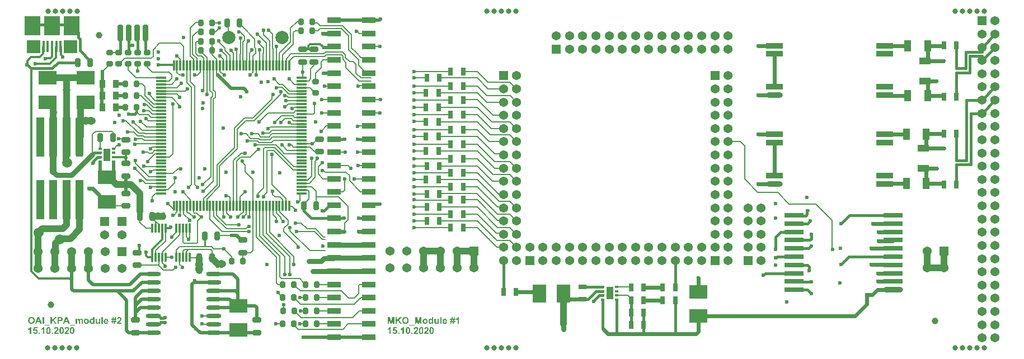
<source format=gtl>
G04*
G04 #@! TF.GenerationSoftware,Altium Limited,Altium Designer,20.0.2 (26)*
G04*
G04 Layer_Physical_Order=1*
G04 Layer_Color=5064179*
%FSLAX44Y44*%
%MOMM*%
G71*
G01*
G75*
%ADD14C,0.6000*%
%ADD15C,0.2000*%
%ADD18R,0.8000X1.3000*%
%ADD19R,1.0000X1.7000*%
%ADD20R,1.7000X1.0000*%
%ADD21R,2.8000X2.0000*%
%ADD22R,1.1000X1.9000*%
%ADD23R,0.5000X0.4000*%
G04:AMPARAMS|DCode=24|XSize=0.4mm|YSize=0.5mm|CornerRadius=0.1mm|HoleSize=0mm|Usage=FLASHONLY|Rotation=90.000|XOffset=0mm|YOffset=0mm|HoleType=Round|Shape=RoundedRectangle|*
%AMROUNDEDRECTD24*
21,1,0.4000,0.3000,0,0,90.0*
21,1,0.2000,0.5000,0,0,90.0*
1,1,0.2000,0.1500,0.1000*
1,1,0.2000,0.1500,-0.1000*
1,1,0.2000,-0.1500,-0.1000*
1,1,0.2000,-0.1500,0.1000*
%
%ADD24ROUNDEDRECTD24*%
%ADD25R,1.3000X0.8000*%
%ADD26R,2.0000X2.8000*%
%ADD27R,2.5000X0.8128*%
%ADD28O,2.5000X0.8128*%
%ADD29R,3.0000X0.8000*%
%ADD30O,3.0000X0.8000*%
G04:AMPARAMS|DCode=31|XSize=0.8mm|YSize=1.3mm|CornerRadius=0.2mm|HoleSize=0mm|Usage=FLASHONLY|Rotation=180.000|XOffset=0mm|YOffset=0mm|HoleType=Round|Shape=RoundedRectangle|*
%AMROUNDEDRECTD31*
21,1,0.8000,0.9000,0,0,180.0*
21,1,0.4000,1.3000,0,0,180.0*
1,1,0.4000,-0.2000,0.4500*
1,1,0.4000,0.2000,0.4500*
1,1,0.4000,0.2000,-0.4500*
1,1,0.4000,-0.2000,-0.4500*
%
%ADD31ROUNDEDRECTD31*%
%ADD32R,1.2000X6.0000*%
G04:AMPARAMS|DCode=33|XSize=6mm|YSize=1.2mm|CornerRadius=0.3mm|HoleSize=0mm|Usage=FLASHONLY|Rotation=270.000|XOffset=0mm|YOffset=0mm|HoleType=Round|Shape=RoundedRectangle|*
%AMROUNDEDRECTD33*
21,1,6.0000,0.6000,0,0,270.0*
21,1,5.4000,1.2000,0,0,270.0*
1,1,0.6000,-0.3000,-2.7000*
1,1,0.6000,-0.3000,2.7000*
1,1,0.6000,0.3000,2.7000*
1,1,0.6000,0.3000,-2.7000*
%
%ADD33ROUNDEDRECTD33*%
G04:AMPARAMS|DCode=34|XSize=0.8mm|YSize=1.3mm|CornerRadius=0.2mm|HoleSize=0mm|Usage=FLASHONLY|Rotation=270.000|XOffset=0mm|YOffset=0mm|HoleType=Round|Shape=RoundedRectangle|*
%AMROUNDEDRECTD34*
21,1,0.8000,0.9000,0,0,270.0*
21,1,0.4000,1.3000,0,0,270.0*
1,1,0.4000,-0.4500,-0.2000*
1,1,0.4000,-0.4500,0.2000*
1,1,0.4000,0.4500,0.2000*
1,1,0.4000,0.4500,-0.2000*
%
%ADD34ROUNDEDRECTD34*%
G04:AMPARAMS|DCode=35|XSize=0.8mm|YSize=1mm|CornerRadius=0.2mm|HoleSize=0mm|Usage=FLASHONLY|Rotation=0.000|XOffset=0mm|YOffset=0mm|HoleType=Round|Shape=RoundedRectangle|*
%AMROUNDEDRECTD35*
21,1,0.8000,0.6000,0,0,0.0*
21,1,0.4000,1.0000,0,0,0.0*
1,1,0.4000,0.2000,-0.3000*
1,1,0.4000,-0.2000,-0.3000*
1,1,0.4000,-0.2000,0.3000*
1,1,0.4000,0.2000,0.3000*
%
%ADD35ROUNDEDRECTD35*%
%ADD36R,0.3000X1.4500*%
G04:AMPARAMS|DCode=37|XSize=0.3mm|YSize=1.45mm|CornerRadius=0.075mm|HoleSize=0mm|Usage=FLASHONLY|Rotation=0.000|XOffset=0mm|YOffset=0mm|HoleType=Round|Shape=RoundedRectangle|*
%AMROUNDEDRECTD37*
21,1,0.3000,1.3000,0,0,0.0*
21,1,0.1500,1.4500,0,0,0.0*
1,1,0.1500,0.0750,-0.6500*
1,1,0.1500,-0.0750,-0.6500*
1,1,0.1500,-0.0750,0.6500*
1,1,0.1500,0.0750,0.6500*
%
%ADD37ROUNDEDRECTD37*%
G04:AMPARAMS|DCode=38|XSize=0.8mm|YSize=1mm|CornerRadius=0.2mm|HoleSize=0mm|Usage=FLASHONLY|Rotation=270.000|XOffset=0mm|YOffset=0mm|HoleType=Round|Shape=RoundedRectangle|*
%AMROUNDEDRECTD38*
21,1,0.8000,0.6000,0,0,270.0*
21,1,0.4000,1.0000,0,0,270.0*
1,1,0.4000,-0.3000,-0.2000*
1,1,0.4000,-0.3000,0.2000*
1,1,0.4000,0.3000,0.2000*
1,1,0.4000,0.3000,-0.2000*
%
%ADD38ROUNDEDRECTD38*%
%ADD39R,0.8890X1.2700*%
G04:AMPARAMS|DCode=40|XSize=2.54mm|YSize=0.9144mm|CornerRadius=0mm|HoleSize=0mm|Usage=FLASHONLY|Rotation=90.000|XOffset=0mm|YOffset=0mm|HoleType=Round|Shape=Octagon|*
%AMOCTAGOND40*
4,1,8,0.2286,1.2700,-0.2286,1.2700,-0.4572,1.0414,-0.4572,-1.0414,-0.2286,-1.2700,0.2286,-1.2700,0.4572,-1.0414,0.4572,1.0414,0.2286,1.2700,0.0*
%
%ADD40OCTAGOND40*%

%ADD41R,2.4000X3.0000*%
%ADD42R,0.4000X1.7500*%
%ADD43O,2.3000X0.6000*%
%ADD44R,1.6000X0.3500*%
%ADD45R,0.3500X1.6000*%
%ADD46O,0.3500X1.6000*%
%ADD47R,2.1000X0.8900*%
%ADD48C,1.0000*%
%ADD88C,0.4000*%
%ADD89C,0.8000*%
%ADD90C,0.5000*%
%ADD91C,1.0000*%
%ADD92C,0.3810*%
%ADD93C,0.3000*%
%ADD94C,0.2200*%
%ADD95C,1.3716*%
%ADD96R,1.3716X1.3716*%
%ADD97R,1.3716X1.3716*%
%ADD98C,2.0000*%
%ADD99C,1.5240*%
%ADD100C,0.6000*%
%ADD101C,1.1000*%
%ADD102C,1.5000*%
%ADD103C,1.2000*%
%ADD104C,0.8000*%
G36*
X1868520Y649640D02*
Y669640D01*
X1888520D01*
Y649640D01*
X1868520D01*
D02*
G37*
G36*
X1924520D02*
Y669640D01*
X1944520D01*
Y649640D01*
X1924520D01*
D02*
G37*
G36*
X1929520Y679640D02*
D01*
D02*
G37*
G36*
X2003129Y247690D02*
X2004095D01*
Y246136D01*
X2002818D01*
X2002397Y244071D01*
X2004095D01*
Y242517D01*
X2002075D01*
X2001531Y239809D01*
X1999977D01*
X2000510Y242517D01*
X1998956D01*
X1998401Y239809D01*
X1996825D01*
X1997368Y242517D01*
X1996425D01*
Y244071D01*
X1997690D01*
X1998101Y246136D01*
X1996425D01*
Y247690D01*
X1998423D01*
X1998978Y250398D01*
X2000543D01*
X1999999Y247690D01*
X2001531D01*
X2002075Y250398D01*
X2003684D01*
X2003129Y247690D01*
D02*
G37*
G36*
X1970751Y239987D02*
X1968931D01*
Y241063D01*
X1968909Y241041D01*
X1968886Y241008D01*
X1968853Y240975D01*
X1968753Y240852D01*
X1968631Y240719D01*
X1968465Y240564D01*
X1968287Y240397D01*
X1968076Y240253D01*
X1967854Y240120D01*
X1967843D01*
X1967832Y240109D01*
X1967788Y240098D01*
X1967743Y240075D01*
X1967621Y240020D01*
X1967466Y239975D01*
X1967277Y239920D01*
X1967066Y239865D01*
X1966844Y239831D01*
X1966611Y239820D01*
X1966555D01*
X1966489Y239831D01*
X1966400D01*
X1966289Y239853D01*
X1966156Y239876D01*
X1966012Y239909D01*
X1965856Y239953D01*
X1965690Y239998D01*
X1965512Y240064D01*
X1965334Y240153D01*
X1965146Y240253D01*
X1964968Y240364D01*
X1964780Y240508D01*
X1964602Y240664D01*
X1964424Y240841D01*
X1964413Y240852D01*
X1964391Y240886D01*
X1964335Y240952D01*
X1964280Y241030D01*
X1964213Y241141D01*
X1964136Y241263D01*
X1964058Y241418D01*
X1963969Y241585D01*
X1963880Y241785D01*
X1963803Y241996D01*
X1963725Y242240D01*
X1963658Y242495D01*
X1963603Y242773D01*
X1963559Y243072D01*
X1963525Y243394D01*
X1963514Y243727D01*
Y243749D01*
Y243816D01*
X1963525Y243905D01*
Y244038D01*
X1963536Y244193D01*
X1963559Y244371D01*
X1963592Y244582D01*
X1963625Y244793D01*
X1963669Y245026D01*
X1963725Y245259D01*
X1963803Y245492D01*
X1963880Y245736D01*
X1963980Y245969D01*
X1964102Y246191D01*
X1964236Y246402D01*
X1964391Y246591D01*
X1964402Y246602D01*
X1964435Y246635D01*
X1964480Y246680D01*
X1964546Y246746D01*
X1964635Y246824D01*
X1964746Y246902D01*
X1964868Y246991D01*
X1965002Y247090D01*
X1965157Y247179D01*
X1965334Y247268D01*
X1965512Y247346D01*
X1965712Y247423D01*
X1965923Y247490D01*
X1966145Y247535D01*
X1966389Y247568D01*
X1966633Y247579D01*
X1966689D01*
X1966755Y247568D01*
X1966844D01*
X1966955Y247546D01*
X1967077Y247523D01*
X1967210Y247490D01*
X1967366Y247446D01*
X1967532Y247390D01*
X1967710Y247324D01*
X1967888Y247235D01*
X1968065Y247135D01*
X1968254Y247024D01*
X1968431Y246880D01*
X1968609Y246724D01*
X1968786Y246535D01*
Y250232D01*
X1970751D01*
Y239987D01*
D02*
G37*
G36*
X1951038Y247568D02*
X1951116Y247557D01*
X1951304Y247535D01*
X1951515Y247501D01*
X1951748Y247435D01*
X1951981Y247357D01*
X1952203Y247246D01*
X1952215D01*
X1952226Y247235D01*
X1952292Y247179D01*
X1952392Y247102D01*
X1952525Y247002D01*
X1952659Y246857D01*
X1952803Y246691D01*
X1952936Y246491D01*
X1953047Y246269D01*
X1953058Y246247D01*
X1953069Y246214D01*
X1953080Y246180D01*
X1953091Y246125D01*
X1953114Y246058D01*
X1953136Y245992D01*
X1953158Y245903D01*
X1953169Y245792D01*
X1953191Y245681D01*
X1953214Y245559D01*
X1953225Y245414D01*
X1953236Y245270D01*
X1953247Y245104D01*
X1953258Y244915D01*
Y244726D01*
Y239987D01*
X1951293D01*
Y244227D01*
Y244238D01*
Y244271D01*
Y244327D01*
Y244404D01*
X1951282Y244493D01*
Y244593D01*
X1951271Y244826D01*
X1951238Y245059D01*
X1951205Y245303D01*
X1951182Y245403D01*
X1951149Y245503D01*
X1951116Y245592D01*
X1951082Y245659D01*
X1951071Y245681D01*
X1951027Y245725D01*
X1950971Y245792D01*
X1950883Y245870D01*
X1950760Y245947D01*
X1950616Y246014D01*
X1950450Y246058D01*
X1950250Y246080D01*
X1950183D01*
X1950106Y246069D01*
X1949995Y246047D01*
X1949884Y246014D01*
X1949750Y245969D01*
X1949617Y245914D01*
X1949473Y245825D01*
X1949462Y245814D01*
X1949417Y245781D01*
X1949351Y245714D01*
X1949273Y245636D01*
X1949184Y245536D01*
X1949095Y245403D01*
X1949018Y245259D01*
X1948951Y245081D01*
X1948940Y245059D01*
Y245026D01*
X1948929Y244993D01*
X1948918Y244937D01*
X1948907Y244870D01*
X1948885Y244804D01*
X1948873Y244715D01*
X1948862Y244615D01*
X1948840Y244493D01*
X1948829Y244371D01*
X1948818Y244238D01*
X1948807Y244082D01*
Y243916D01*
X1948796Y243738D01*
Y243550D01*
Y239987D01*
X1946831D01*
Y244049D01*
Y244060D01*
Y244093D01*
Y244149D01*
Y244227D01*
Y244315D01*
Y244415D01*
X1946820Y244637D01*
X1946809Y244870D01*
X1946787Y245104D01*
X1946776Y245203D01*
X1946753Y245303D01*
X1946742Y245381D01*
X1946720Y245448D01*
Y245459D01*
X1946698Y245503D01*
X1946676Y245559D01*
X1946642Y245625D01*
X1946543Y245781D01*
X1946476Y245858D01*
X1946398Y245925D01*
X1946387Y245936D01*
X1946354Y245947D01*
X1946309Y245969D01*
X1946243Y246003D01*
X1946154Y246036D01*
X1946054Y246058D01*
X1945932Y246069D01*
X1945799Y246080D01*
X1945721D01*
X1945632Y246069D01*
X1945521Y246047D01*
X1945399Y246014D01*
X1945266Y245969D01*
X1945122Y245914D01*
X1944978Y245825D01*
X1944966Y245814D01*
X1944922Y245781D01*
X1944855Y245725D01*
X1944778Y245648D01*
X1944700Y245548D01*
X1944611Y245425D01*
X1944534Y245281D01*
X1944467Y245115D01*
X1944456Y245093D01*
Y245070D01*
X1944445Y245026D01*
X1944434Y244981D01*
X1944422Y244915D01*
X1944400Y244837D01*
X1944389Y244760D01*
X1944378Y244660D01*
X1944356Y244549D01*
X1944345Y244415D01*
X1944334Y244282D01*
X1944323Y244127D01*
Y243960D01*
X1944312Y243783D01*
Y243594D01*
Y239987D01*
X1942347Y239987D01*
Y247412D01*
X1944156Y247412D01*
Y246391D01*
X1944167Y246402D01*
X1944200Y246447D01*
X1944256Y246502D01*
X1944334Y246580D01*
X1944422Y246669D01*
X1944534Y246769D01*
X1944667Y246880D01*
X1944811Y246991D01*
X1944966Y247102D01*
X1945144Y247201D01*
X1945333Y247301D01*
X1945533Y247390D01*
X1945755Y247468D01*
X1945976Y247523D01*
X1946221Y247568D01*
X1946465Y247579D01*
X1946587D01*
X1946642Y247568D01*
X1946720D01*
X1946887Y247546D01*
X1947075Y247501D01*
X1947286Y247457D01*
X1947497Y247379D01*
X1947697Y247279D01*
X1947708D01*
X1947719Y247268D01*
X1947786Y247224D01*
X1947886Y247157D01*
X1948008Y247057D01*
X1948141Y246935D01*
X1948285Y246780D01*
X1948430Y246602D01*
X1948563Y246391D01*
X1948574Y246402D01*
X1948585Y246413D01*
X1948607Y246447D01*
X1948651Y246491D01*
X1948751Y246591D01*
X1948873Y246724D01*
X1949040Y246868D01*
X1949218Y247024D01*
X1949406Y247157D01*
X1949617Y247279D01*
X1949628D01*
X1949639Y247290D01*
X1949673Y247313D01*
X1949717Y247324D01*
X1949828Y247379D01*
X1949984Y247435D01*
X1950161Y247479D01*
X1950372Y247535D01*
X1950594Y247568D01*
X1950827Y247579D01*
X1950960D01*
X1951038Y247568D01*
D02*
G37*
G36*
X1909525Y246247D02*
X1913598Y239987D01*
X1910923D01*
X1908093Y244793D01*
X1906428Y243072D01*
Y239987D01*
X1904363D01*
Y250232D01*
X1906428D01*
Y245681D01*
X1910612Y250232D01*
X1913398D01*
X1909525Y246247D01*
D02*
G37*
G36*
X1979387Y239987D02*
X1977567D01*
Y241085D01*
X1977544Y241074D01*
X1977522Y241041D01*
X1977489Y240997D01*
X1977400Y240886D01*
X1977278Y240753D01*
X1977122Y240608D01*
X1976945Y240442D01*
X1976723Y240297D01*
X1976490Y240153D01*
X1976479D01*
X1976456Y240142D01*
X1976423Y240120D01*
X1976379Y240098D01*
X1976312Y240075D01*
X1976246Y240053D01*
X1976068Y239987D01*
X1975868Y239931D01*
X1975624Y239876D01*
X1975369Y239831D01*
X1975102Y239820D01*
X1974980D01*
X1974914Y239831D01*
X1974836Y239842D01*
X1974658Y239865D01*
X1974447Y239898D01*
X1974225Y239953D01*
X1973992Y240031D01*
X1973759Y240142D01*
X1973748D01*
X1973737Y240153D01*
X1973704Y240175D01*
X1973659Y240209D01*
X1973560Y240275D01*
X1973437Y240386D01*
X1973293Y240508D01*
X1973149Y240675D01*
X1973016Y240852D01*
X1972905Y241063D01*
Y241074D01*
X1972894Y241097D01*
X1972882Y241130D01*
X1972860Y241174D01*
X1972849Y241230D01*
X1972827Y241308D01*
X1972805Y241396D01*
X1972782Y241496D01*
X1972749Y241607D01*
X1972727Y241729D01*
X1972705Y241863D01*
X1972694Y242007D01*
X1972672Y242162D01*
X1972660Y242340D01*
X1972649Y242706D01*
Y247412D01*
X1974614D01*
Y243994D01*
Y243971D01*
Y243927D01*
Y243849D01*
Y243749D01*
Y243616D01*
X1974625Y243483D01*
Y243328D01*
Y243172D01*
X1974636Y242839D01*
X1974647Y242673D01*
X1974658Y242528D01*
X1974669Y242384D01*
X1974680Y242262D01*
X1974692Y242151D01*
X1974714Y242073D01*
X1974725Y242062D01*
X1974736Y242018D01*
X1974769Y241951D01*
X1974803Y241874D01*
X1974858Y241785D01*
X1974925Y241696D01*
X1975002Y241607D01*
X1975102Y241518D01*
X1975113Y241507D01*
X1975158Y241485D01*
X1975213Y241452D01*
X1975302Y241418D01*
X1975413Y241385D01*
X1975535Y241352D01*
X1975679Y241330D01*
X1975835Y241319D01*
X1975924D01*
X1976013Y241330D01*
X1976135Y241352D01*
X1976268Y241385D01*
X1976423Y241430D01*
X1976579Y241496D01*
X1976723Y241585D01*
X1976745Y241596D01*
X1976790Y241640D01*
X1976856Y241696D01*
X1976945Y241774D01*
X1977034Y241874D01*
X1977122Y241996D01*
X1977200Y242129D01*
X1977267Y242273D01*
X1977278Y242295D01*
Y242318D01*
X1977289Y242362D01*
X1977300Y242417D01*
X1977311Y242484D01*
X1977333Y242573D01*
X1977345Y242673D01*
X1977356Y242795D01*
X1977378Y242939D01*
X1977389Y243106D01*
X1977400Y243294D01*
X1977411Y243494D01*
Y243727D01*
X1977422Y243983D01*
Y244271D01*
Y247412D01*
X1979387D01*
Y239987D01*
D02*
G37*
G36*
X2008502Y250254D02*
X2008624Y250243D01*
X2008768Y250221D01*
X2008934Y250198D01*
X2009112Y250165D01*
X2009301Y250121D01*
X2009489Y250065D01*
X2009689Y249999D01*
X2009889Y249921D01*
X2010078Y249821D01*
X2010267Y249710D01*
X2010455Y249588D01*
X2010622Y249444D01*
X2010633Y249433D01*
X2010655Y249410D01*
X2010699Y249355D01*
X2010755Y249299D01*
X2010822Y249222D01*
X2010899Y249122D01*
X2010977Y249011D01*
X2011066Y248878D01*
X2011143Y248744D01*
X2011221Y248589D01*
X2011299Y248422D01*
X2011365Y248245D01*
X2011421Y248045D01*
X2011465Y247845D01*
X2011487Y247634D01*
X2011499Y247412D01*
Y247401D01*
Y247379D01*
Y247346D01*
Y247290D01*
X2011487Y247235D01*
Y247157D01*
X2011465Y246991D01*
X2011432Y246780D01*
X2011388Y246558D01*
X2011332Y246325D01*
X2011243Y246091D01*
Y246080D01*
X2011232Y246069D01*
X2011221Y246025D01*
X2011199Y245980D01*
X2011166Y245925D01*
X2011132Y245858D01*
X2011055Y245692D01*
X2010944Y245503D01*
X2010810Y245281D01*
X2010644Y245037D01*
X2010455Y244782D01*
X2010433Y244760D01*
X2010389Y244693D01*
X2010289Y244593D01*
X2010167Y244449D01*
X2010078Y244360D01*
X2009989Y244260D01*
X2009878Y244160D01*
X2009767Y244038D01*
X2009634Y243916D01*
X2009489Y243772D01*
X2009334Y243627D01*
X2009168Y243472D01*
X2009156Y243461D01*
X2009123Y243439D01*
X2009079Y243394D01*
X2009023Y243339D01*
X2008946Y243272D01*
X2008857Y243194D01*
X2008668Y243017D01*
X2008468Y242828D01*
X2008280Y242639D01*
X2008191Y242551D01*
X2008113Y242473D01*
X2008047Y242395D01*
X2007991Y242340D01*
X2007980Y242329D01*
X2007947Y242295D01*
X2007902Y242240D01*
X2007847Y242173D01*
X2007791Y242085D01*
X2007725Y241996D01*
X2007591Y241807D01*
X2011499D01*
Y239987D01*
X2004617D01*
Y239998D01*
X2004628Y240031D01*
Y240086D01*
X2004639Y240164D01*
X2004661Y240253D01*
X2004683Y240364D01*
X2004706Y240486D01*
X2004739Y240619D01*
X2004828Y240919D01*
X2004950Y241252D01*
X2005094Y241596D01*
X2005283Y241940D01*
X2005294Y241951D01*
X2005305Y241985D01*
X2005349Y242040D01*
X2005394Y242107D01*
X2005460Y242195D01*
X2005549Y242318D01*
X2005649Y242440D01*
X2005771Y242595D01*
X2005904Y242761D01*
X2006071Y242939D01*
X2006248Y243150D01*
X2006448Y243361D01*
X2006670Y243594D01*
X2006926Y243849D01*
X2007192Y244116D01*
X2007491Y244393D01*
X2007503Y244404D01*
X2007547Y244449D01*
X2007614Y244515D01*
X2007702Y244593D01*
X2007813Y244693D01*
X2007924Y244804D01*
X2008058Y244937D01*
X2008191Y245070D01*
X2008479Y245348D01*
X2008746Y245625D01*
X2008857Y245747D01*
X2008968Y245870D01*
X2009057Y245980D01*
X2009123Y246069D01*
Y246080D01*
X2009145Y246091D01*
X2009156Y246125D01*
X2009190Y246169D01*
X2009256Y246291D01*
X2009334Y246447D01*
X2009401Y246624D01*
X2009467Y246824D01*
X2009512Y247046D01*
X2009534Y247268D01*
Y247279D01*
Y247301D01*
Y247335D01*
Y247379D01*
X2009512Y247490D01*
X2009489Y247645D01*
X2009445Y247801D01*
X2009390Y247967D01*
X2009301Y248134D01*
X2009179Y248278D01*
X2009168Y248289D01*
X2009112Y248334D01*
X2009034Y248389D01*
X2008923Y248456D01*
X2008779Y248522D01*
X2008613Y248578D01*
X2008424Y248622D01*
X2008202Y248633D01*
X2008102D01*
X2007991Y248611D01*
X2007847Y248589D01*
X2007691Y248545D01*
X2007525Y248478D01*
X2007358Y248378D01*
X2007214Y248256D01*
X2007203Y248234D01*
X2007159Y248189D01*
X2007103Y248100D01*
X2007025Y247967D01*
X2006959Y247801D01*
X2006892Y247590D01*
X2006837Y247335D01*
X2006815Y247190D01*
X2006803Y247035D01*
X2004850Y247224D01*
Y247246D01*
X2004861Y247290D01*
X2004872Y247379D01*
X2004894Y247490D01*
X2004916Y247623D01*
X2004950Y247779D01*
X2004994Y247945D01*
X2005050Y248123D01*
X2005116Y248311D01*
X2005194Y248500D01*
X2005283Y248700D01*
X2005383Y248889D01*
X2005494Y249077D01*
X2005627Y249255D01*
X2005771Y249410D01*
X2005938Y249555D01*
X2005949Y249566D01*
X2005982Y249588D01*
X2006037Y249621D01*
X2006104Y249666D01*
X2006193Y249721D01*
X2006304Y249777D01*
X2006426Y249843D01*
X2006570Y249910D01*
X2006737Y249976D01*
X2006903Y250043D01*
X2007092Y250098D01*
X2007303Y250154D01*
X2007514Y250198D01*
X2007747Y250232D01*
X2007991Y250254D01*
X2008246Y250265D01*
X2008391D01*
X2008502Y250254D01*
D02*
G37*
G36*
X1983394Y239987D02*
X1981429D01*
Y250232D01*
X1983394D01*
Y239987D01*
D02*
G37*
G36*
X1933467Y239987D02*
X1931214D01*
X1930315Y242318D01*
X1926219D01*
X1925364Y239987D01*
X1923177D01*
X1927162Y250232D01*
X1929360D01*
X1933467Y239987D01*
D02*
G37*
G36*
X1918627Y250221D02*
X1918804D01*
X1919004Y250210D01*
X1919426Y250198D01*
X1919626Y250176D01*
X1919825Y250165D01*
X1920014Y250154D01*
X1920181Y250132D01*
X1920325Y250098D01*
X1920447Y250076D01*
X1920458D01*
X1920491Y250065D01*
X1920536Y250054D01*
X1920591Y250032D01*
X1920669Y249999D01*
X1920758Y249965D01*
X1920957Y249865D01*
X1921191Y249732D01*
X1921435Y249555D01*
X1921568Y249444D01*
X1921690Y249333D01*
X1921812Y249210D01*
X1921923Y249066D01*
X1921934Y249055D01*
X1921945Y249033D01*
X1921979Y248988D01*
X1922012Y248933D01*
X1922068Y248855D01*
X1922112Y248755D01*
X1922167Y248655D01*
X1922223Y248533D01*
X1922278Y248389D01*
X1922334Y248245D01*
X1922389Y248078D01*
X1922434Y247901D01*
X1922467Y247712D01*
X1922500Y247512D01*
X1922511Y247290D01*
X1922523Y247068D01*
Y247057D01*
Y247024D01*
Y246979D01*
Y246913D01*
X1922511Y246835D01*
X1922500Y246735D01*
X1922489Y246635D01*
X1922478Y246513D01*
X1922434Y246269D01*
X1922378Y246003D01*
X1922289Y245736D01*
X1922178Y245481D01*
Y245470D01*
X1922167Y245459D01*
X1922145Y245425D01*
X1922112Y245381D01*
X1922045Y245259D01*
X1921945Y245115D01*
X1921812Y244959D01*
X1921668Y244793D01*
X1921490Y244626D01*
X1921302Y244471D01*
X1921290D01*
X1921279Y244460D01*
X1921213Y244415D01*
X1921113Y244349D01*
X1920969Y244271D01*
X1920813Y244193D01*
X1920636Y244116D01*
X1920436Y244049D01*
X1920236Y243994D01*
X1920225D01*
X1920203Y243983D01*
X1920158D01*
X1920103Y243971D01*
X1920025Y243960D01*
X1919925Y243949D01*
X1919814Y243938D01*
X1919692Y243927D01*
X1919548Y243905D01*
X1919381Y243894D01*
X1919204Y243883D01*
X1919015Y243871D01*
X1918804Y243860D01*
X1918582D01*
X1918338Y243849D01*
X1916740D01*
Y239987D01*
X1914675D01*
Y250232D01*
X1918449D01*
X1918627Y250221D01*
D02*
G37*
G36*
X1894407Y239987D02*
X1892342D01*
Y250232D01*
X1894407D01*
Y239987D01*
D02*
G37*
G36*
X1891321D02*
X1889068D01*
X1888169Y242318D01*
X1884073D01*
X1883218Y239987D01*
X1881031D01*
X1885016Y250232D01*
X1887214D01*
X1891321Y239987D01*
D02*
G37*
G36*
X1988378Y247568D02*
X1988500Y247557D01*
X1988633Y247546D01*
X1988799Y247523D01*
X1988977Y247490D01*
X1989166Y247446D01*
X1989377Y247379D01*
X1989588Y247313D01*
X1989798Y247224D01*
X1990020Y247113D01*
X1990231Y246991D01*
X1990442Y246846D01*
X1990642Y246669D01*
X1990831Y246480D01*
X1990842Y246469D01*
X1990875Y246425D01*
X1990919Y246369D01*
X1990975Y246280D01*
X1991053Y246158D01*
X1991130Y246014D01*
X1991219Y245847D01*
X1991308Y245659D01*
X1991397Y245437D01*
X1991474Y245181D01*
X1991552Y244915D01*
X1991619Y244615D01*
X1991674Y244282D01*
X1991719Y243927D01*
X1991752Y243550D01*
Y243139D01*
X1986835D01*
Y243128D01*
Y243106D01*
Y243050D01*
X1986846Y242995D01*
X1986857Y242917D01*
X1986868Y242828D01*
X1986901Y242639D01*
X1986957Y242417D01*
X1987035Y242184D01*
X1987146Y241962D01*
X1987301Y241763D01*
X1987312D01*
X1987323Y241740D01*
X1987379Y241685D01*
X1987479Y241607D01*
X1987612Y241530D01*
X1987778Y241441D01*
X1987978Y241363D01*
X1988200Y241308D01*
X1988322Y241296D01*
X1988444Y241285D01*
X1988522D01*
X1988600Y241296D01*
X1988711Y241319D01*
X1988833Y241341D01*
X1988955Y241385D01*
X1989088Y241452D01*
X1989210Y241530D01*
X1989221Y241541D01*
X1989266Y241574D01*
X1989321Y241640D01*
X1989388Y241729D01*
X1989477Y241840D01*
X1989554Y241985D01*
X1989632Y242151D01*
X1989699Y242351D01*
X1991652Y242018D01*
Y242007D01*
X1991630Y241973D01*
X1991608Y241918D01*
X1991586Y241840D01*
X1991541Y241751D01*
X1991486Y241652D01*
X1991430Y241530D01*
X1991364Y241407D01*
X1991197Y241141D01*
X1990986Y240875D01*
X1990742Y240608D01*
X1990598Y240486D01*
X1990453Y240375D01*
X1990442Y240364D01*
X1990420Y240353D01*
X1990376Y240320D01*
X1990309Y240286D01*
X1990231Y240242D01*
X1990132Y240198D01*
X1990020Y240153D01*
X1989898Y240098D01*
X1989754Y240042D01*
X1989599Y239998D01*
X1989432Y239953D01*
X1989255Y239909D01*
X1989066Y239876D01*
X1988855Y239842D01*
X1988644Y239831D01*
X1988422Y239820D01*
X1988333D01*
X1988233Y239831D01*
X1988100Y239842D01*
X1987945Y239853D01*
X1987756Y239887D01*
X1987556Y239920D01*
X1987334Y239975D01*
X1987101Y240042D01*
X1986868Y240131D01*
X1986635Y240231D01*
X1986391Y240353D01*
X1986169Y240497D01*
X1985947Y240664D01*
X1985747Y240852D01*
X1985558Y241074D01*
X1985547Y241085D01*
X1985525Y241119D01*
X1985492Y241174D01*
X1985447Y241263D01*
X1985392Y241363D01*
X1985325Y241474D01*
X1985259Y241618D01*
X1985192Y241774D01*
X1985125Y241951D01*
X1985059Y242151D01*
X1984992Y242362D01*
X1984937Y242584D01*
X1984892Y242828D01*
X1984859Y243083D01*
X1984837Y243361D01*
X1984826Y243638D01*
Y243661D01*
Y243716D01*
X1984837Y243816D01*
Y243938D01*
X1984859Y244093D01*
X1984881Y244282D01*
X1984903Y244471D01*
X1984948Y244693D01*
X1984992Y244915D01*
X1985059Y245148D01*
X1985137Y245392D01*
X1985225Y245636D01*
X1985336Y245870D01*
X1985470Y246103D01*
X1985614Y246325D01*
X1985780Y246524D01*
X1985791Y246535D01*
X1985825Y246569D01*
X1985880Y246624D01*
X1985958Y246691D01*
X1986047Y246769D01*
X1986169Y246857D01*
X1986302Y246957D01*
X1986446Y247057D01*
X1986613Y247146D01*
X1986801Y247246D01*
X1987001Y247335D01*
X1987223Y247412D01*
X1987445Y247479D01*
X1987690Y247535D01*
X1987956Y247568D01*
X1988222Y247579D01*
X1988300D01*
X1988378Y247568D01*
D02*
G37*
G36*
X1958741D02*
X1958852Y247557D01*
X1958996Y247546D01*
X1959163Y247523D01*
X1959352Y247490D01*
X1959552Y247446D01*
X1959762Y247379D01*
X1959984Y247313D01*
X1960217Y247224D01*
X1960439Y247113D01*
X1960673Y246991D01*
X1960906Y246846D01*
X1961117Y246669D01*
X1961328Y246480D01*
X1961339Y246469D01*
X1961372Y246425D01*
X1961427Y246369D01*
X1961494Y246280D01*
X1961583Y246169D01*
X1961672Y246047D01*
X1961760Y245892D01*
X1961871Y245725D01*
X1961971Y245536D01*
X1962060Y245326D01*
X1962160Y245093D01*
X1962238Y244848D01*
X1962304Y244593D01*
X1962360Y244315D01*
X1962393Y244027D01*
X1962404Y243716D01*
Y243694D01*
Y243638D01*
X1962393Y243550D01*
Y243439D01*
X1962371Y243294D01*
X1962349Y243128D01*
X1962315Y242939D01*
X1962271Y242739D01*
X1962216Y242517D01*
X1962138Y242295D01*
X1962049Y242062D01*
X1961949Y241829D01*
X1961816Y241585D01*
X1961672Y241363D01*
X1961505Y241130D01*
X1961316Y240919D01*
X1961305Y240908D01*
X1961272Y240875D01*
X1961205Y240819D01*
X1961117Y240753D01*
X1961017Y240664D01*
X1960883Y240575D01*
X1960739Y240475D01*
X1960573Y240375D01*
X1960384Y240264D01*
X1960173Y240164D01*
X1959951Y240075D01*
X1959707Y239998D01*
X1959452Y239920D01*
X1959174Y239865D01*
X1958885Y239831D01*
X1958586Y239820D01*
X1958486D01*
X1958408Y239831D01*
X1958319D01*
X1958219Y239842D01*
X1958097Y239853D01*
X1957964Y239876D01*
X1957664Y239931D01*
X1957332Y240009D01*
X1956987Y240120D01*
X1956643Y240275D01*
X1956632Y240286D01*
X1956599Y240297D01*
X1956555Y240320D01*
X1956488Y240364D01*
X1956410Y240408D01*
X1956333Y240475D01*
X1956122Y240619D01*
X1955900Y240808D01*
X1955667Y241041D01*
X1955445Y241319D01*
X1955245Y241629D01*
Y241640D01*
X1955223Y241674D01*
X1955200Y241718D01*
X1955167Y241785D01*
X1955134Y241874D01*
X1955089Y241973D01*
X1955056Y242096D01*
X1955012Y242229D01*
X1954967Y242384D01*
X1954923Y242551D01*
X1954879Y242728D01*
X1954845Y242917D01*
X1954812Y243117D01*
X1954790Y243339D01*
X1954779Y243561D01*
X1954767Y243794D01*
Y243805D01*
Y243838D01*
Y243894D01*
X1954779Y243960D01*
Y244049D01*
X1954790Y244160D01*
X1954812Y244271D01*
X1954823Y244404D01*
X1954890Y244693D01*
X1954967Y245015D01*
X1955089Y245348D01*
X1955156Y245525D01*
X1955245Y245692D01*
X1955256Y245703D01*
X1955267Y245736D01*
X1955300Y245781D01*
X1955334Y245847D01*
X1955378Y245925D01*
X1955445Y246014D01*
X1955589Y246214D01*
X1955789Y246436D01*
X1956022Y246669D01*
X1956288Y246891D01*
X1956599Y247090D01*
X1956610Y247102D01*
X1956643Y247113D01*
X1956688Y247135D01*
X1956754Y247168D01*
X1956843Y247201D01*
X1956943Y247246D01*
X1957054Y247290D01*
X1957176Y247335D01*
X1957320Y247379D01*
X1957476Y247423D01*
X1957809Y247501D01*
X1958175Y247557D01*
X1958375Y247579D01*
X1958652D01*
X1958741Y247568D01*
D02*
G37*
G36*
X1875692Y250387D02*
X1875848Y250376D01*
X1876037Y250354D01*
X1876259Y250320D01*
X1876503Y250276D01*
X1876769Y250221D01*
X1877058Y250143D01*
X1877346Y250054D01*
X1877646Y249943D01*
X1877957Y249799D01*
X1878257Y249643D01*
X1878545Y249455D01*
X1878823Y249233D01*
X1879089Y248988D01*
X1879100Y248977D01*
X1879145Y248922D01*
X1879211Y248844D01*
X1879300Y248733D01*
X1879411Y248589D01*
X1879522Y248411D01*
X1879644Y248211D01*
X1879777Y247967D01*
X1879899Y247712D01*
X1880021Y247412D01*
X1880143Y247090D01*
X1880243Y246746D01*
X1880332Y246369D01*
X1880399Y245969D01*
X1880443Y245536D01*
X1880454Y245081D01*
Y245070D01*
Y245048D01*
Y245015D01*
Y244970D01*
Y244915D01*
X1880443Y244848D01*
X1880432Y244671D01*
X1880410Y244460D01*
X1880388Y244227D01*
X1880343Y243949D01*
X1880288Y243661D01*
X1880210Y243361D01*
X1880121Y243039D01*
X1880010Y242717D01*
X1879888Y242395D01*
X1879733Y242073D01*
X1879544Y241763D01*
X1879344Y241474D01*
X1879100Y241196D01*
X1879089Y241185D01*
X1879034Y241141D01*
X1878967Y241063D01*
X1878856Y240974D01*
X1878723Y240875D01*
X1878556Y240753D01*
X1878368Y240630D01*
X1878146Y240497D01*
X1877901Y240364D01*
X1877635Y240242D01*
X1877335Y240120D01*
X1877013Y240020D01*
X1876669Y239931D01*
X1876303Y239853D01*
X1875903Y239809D01*
X1875493Y239798D01*
X1875393D01*
X1875271Y239809D01*
X1875115Y239820D01*
X1874927Y239842D01*
X1874693Y239876D01*
X1874449Y239909D01*
X1874183Y239975D01*
X1873894Y240042D01*
X1873606Y240142D01*
X1873295Y240253D01*
X1872995Y240386D01*
X1872696Y240542D01*
X1872407Y240730D01*
X1872130Y240941D01*
X1871863Y241185D01*
X1871852Y241208D01*
X1871808Y241252D01*
X1871741Y241330D01*
X1871652Y241441D01*
X1871552Y241585D01*
X1871441Y241763D01*
X1871319Y241962D01*
X1871197Y242195D01*
X1871064Y242451D01*
X1870942Y242739D01*
X1870831Y243050D01*
X1870731Y243394D01*
X1870642Y243761D01*
X1870576Y244160D01*
X1870531Y244582D01*
X1870520Y245026D01*
Y245048D01*
Y245093D01*
Y245181D01*
X1870531Y245292D01*
Y245425D01*
X1870542Y245581D01*
X1870564Y245747D01*
X1870576Y245947D01*
X1870609Y246147D01*
X1870631Y246358D01*
X1870720Y246802D01*
X1870831Y247235D01*
X1870909Y247457D01*
X1870986Y247656D01*
Y247668D01*
X1870997Y247690D01*
X1871019Y247734D01*
X1871053Y247790D01*
X1871086Y247856D01*
X1871131Y247934D01*
X1871230Y248134D01*
X1871364Y248345D01*
X1871530Y248589D01*
X1871719Y248822D01*
X1871930Y249066D01*
X1871941Y249077D01*
X1871963Y249088D01*
X1871996Y249122D01*
X1872041Y249166D01*
X1872096Y249222D01*
X1872163Y249277D01*
X1872329Y249410D01*
X1872518Y249566D01*
X1872751Y249721D01*
X1872995Y249865D01*
X1873262Y249988D01*
X1873273D01*
X1873306Y250010D01*
X1873362Y250021D01*
X1873428Y250054D01*
X1873517Y250087D01*
X1873628Y250121D01*
X1873750Y250154D01*
X1873894Y250198D01*
X1874050Y250232D01*
X1874216Y250265D01*
X1874405Y250298D01*
X1874594Y250332D01*
X1875015Y250376D01*
X1875470Y250398D01*
X1875570D01*
X1875692Y250387D01*
D02*
G37*
G36*
X1941537Y237156D02*
X1933378D01*
Y238433D01*
X1941537D01*
Y237156D01*
D02*
G37*
G36*
X1903364D02*
X1895206D01*
Y238433D01*
X1903364D01*
Y237156D01*
D02*
G37*
G36*
X1884417Y233098D02*
X1880699D01*
X1880388Y231355D01*
X1880399D01*
X1880421Y231367D01*
X1880454Y231389D01*
X1880499Y231411D01*
X1880565Y231433D01*
X1880632Y231466D01*
X1880798Y231522D01*
X1881009Y231588D01*
X1881231Y231633D01*
X1881476Y231677D01*
X1881731Y231688D01*
X1881786D01*
X1881853Y231677D01*
X1881953D01*
X1882064Y231655D01*
X1882197Y231633D01*
X1882341Y231611D01*
X1882497Y231566D01*
X1882674Y231522D01*
X1882852Y231455D01*
X1883029Y231378D01*
X1883218Y231289D01*
X1883407Y231178D01*
X1883596Y231045D01*
X1883773Y230900D01*
X1883951Y230734D01*
X1883962Y230723D01*
X1883995Y230689D01*
X1884040Y230634D01*
X1884095Y230556D01*
X1884162Y230467D01*
X1884239Y230356D01*
X1884328Y230223D01*
X1884417Y230068D01*
X1884495Y229901D01*
X1884583Y229713D01*
X1884661Y229502D01*
X1884728Y229291D01*
X1884783Y229047D01*
X1884828Y228802D01*
X1884861Y228536D01*
X1884872Y228258D01*
Y228247D01*
Y228203D01*
Y228136D01*
X1884861Y228048D01*
X1884850Y227937D01*
X1884828Y227803D01*
X1884805Y227659D01*
X1884783Y227504D01*
X1884739Y227326D01*
X1884695Y227148D01*
X1884628Y226960D01*
X1884561Y226771D01*
X1884473Y226571D01*
X1884373Y226383D01*
X1884262Y226183D01*
X1884128Y225994D01*
X1884117Y225983D01*
X1884084Y225939D01*
X1884028Y225872D01*
X1883940Y225783D01*
X1883840Y225683D01*
X1883718Y225561D01*
X1883573Y225439D01*
X1883407Y225317D01*
X1883218Y225195D01*
X1883007Y225073D01*
X1882785Y224951D01*
X1882541Y224851D01*
X1882275Y224762D01*
X1881986Y224695D01*
X1881675Y224651D01*
X1881353Y224640D01*
X1881220D01*
X1881120Y224651D01*
X1880998Y224662D01*
X1880854Y224684D01*
X1880699Y224707D01*
X1880532Y224740D01*
X1880166Y224829D01*
X1879966Y224884D01*
X1879777Y224962D01*
X1879577Y225051D01*
X1879389Y225151D01*
X1879211Y225262D01*
X1879034Y225395D01*
X1879023Y225406D01*
X1879000Y225428D01*
X1878956Y225473D01*
X1878889Y225539D01*
X1878823Y225617D01*
X1878745Y225706D01*
X1878656Y225817D01*
X1878567Y225939D01*
X1878479Y226083D01*
X1878390Y226238D01*
X1878301Y226405D01*
X1878212Y226583D01*
X1878134Y226782D01*
X1878068Y226993D01*
X1878024Y227215D01*
X1877979Y227448D01*
X1879933Y227659D01*
Y227648D01*
Y227626D01*
X1879944Y227593D01*
X1879955Y227548D01*
X1879977Y227426D01*
X1880021Y227282D01*
X1880088Y227104D01*
X1880177Y226938D01*
X1880288Y226760D01*
X1880421Y226605D01*
X1880443Y226594D01*
X1880499Y226549D01*
X1880576Y226483D01*
X1880699Y226416D01*
X1880832Y226338D01*
X1880998Y226283D01*
X1881176Y226238D01*
X1881376Y226216D01*
X1881431D01*
X1881476Y226227D01*
X1881598Y226238D01*
X1881742Y226283D01*
X1881908Y226338D01*
X1882075Y226427D01*
X1882253Y226549D01*
X1882341Y226627D01*
X1882419Y226716D01*
Y226727D01*
X1882441Y226738D01*
X1882463Y226771D01*
X1882486Y226804D01*
X1882519Y226860D01*
X1882552Y226926D01*
X1882597Y227004D01*
X1882641Y227093D01*
X1882674Y227193D01*
X1882719Y227304D01*
X1882752Y227426D01*
X1882785Y227559D01*
X1882807Y227715D01*
X1882830Y227870D01*
X1882852Y228048D01*
Y228225D01*
Y228236D01*
Y228270D01*
Y228314D01*
X1882841Y228381D01*
Y228458D01*
X1882830Y228547D01*
X1882796Y228758D01*
X1882752Y228991D01*
X1882674Y229224D01*
X1882563Y229446D01*
X1882419Y229646D01*
Y229657D01*
X1882397Y229668D01*
X1882341Y229724D01*
X1882253Y229801D01*
X1882119Y229890D01*
X1881964Y229968D01*
X1881775Y230046D01*
X1881564Y230101D01*
X1881442Y230123D01*
X1881242D01*
X1881176Y230112D01*
X1881098Y230101D01*
X1881020Y230079D01*
X1880809Y230035D01*
X1880576Y229946D01*
X1880443Y229879D01*
X1880321Y229813D01*
X1880188Y229724D01*
X1880055Y229624D01*
X1879922Y229513D01*
X1879799Y229380D01*
X1878212Y229602D01*
X1879222Y234941D01*
X1884417D01*
Y233098D01*
D02*
G37*
G36*
X1929327Y235096D02*
X1929449Y235085D01*
X1929593Y235063D01*
X1929760Y235040D01*
X1929937Y235007D01*
X1930126Y234963D01*
X1930315Y234907D01*
X1930514Y234841D01*
X1930714Y234763D01*
X1930903Y234663D01*
X1931092Y234552D01*
X1931280Y234430D01*
X1931447Y234286D01*
X1931458Y234275D01*
X1931480Y234252D01*
X1931525Y234197D01*
X1931580Y234141D01*
X1931647Y234064D01*
X1931724Y233964D01*
X1931802Y233853D01*
X1931891Y233720D01*
X1931969Y233586D01*
X1932046Y233431D01*
X1932124Y233265D01*
X1932191Y233087D01*
X1932246Y232887D01*
X1932290Y232687D01*
X1932313Y232476D01*
X1932324Y232255D01*
Y232243D01*
Y232221D01*
Y232188D01*
Y232132D01*
X1932313Y232077D01*
Y231999D01*
X1932290Y231833D01*
X1932257Y231622D01*
X1932213Y231400D01*
X1932157Y231167D01*
X1932068Y230934D01*
Y230923D01*
X1932057Y230911D01*
X1932046Y230867D01*
X1932024Y230823D01*
X1931991Y230767D01*
X1931957Y230700D01*
X1931880Y230534D01*
X1931769Y230345D01*
X1931635Y230123D01*
X1931469Y229879D01*
X1931280Y229624D01*
X1931258Y229602D01*
X1931214Y229535D01*
X1931114Y229435D01*
X1930992Y229291D01*
X1930903Y229202D01*
X1930814Y229102D01*
X1930703Y229002D01*
X1930592Y228880D01*
X1930459Y228758D01*
X1930315Y228614D01*
X1930159Y228469D01*
X1929993Y228314D01*
X1929982Y228303D01*
X1929948Y228281D01*
X1929904Y228236D01*
X1929848Y228181D01*
X1929771Y228114D01*
X1929682Y228036D01*
X1929493Y227859D01*
X1929293Y227670D01*
X1929105Y227481D01*
X1929016Y227393D01*
X1928938Y227315D01*
X1928872Y227237D01*
X1928816Y227182D01*
X1928805Y227171D01*
X1928772Y227137D01*
X1928727Y227082D01*
X1928672Y227015D01*
X1928616Y226926D01*
X1928550Y226838D01*
X1928417Y226649D01*
X1932324D01*
Y224829D01*
X1925442D01*
Y224840D01*
X1925453Y224873D01*
Y224929D01*
X1925464Y225006D01*
X1925486Y225095D01*
X1925508Y225206D01*
X1925531Y225328D01*
X1925564Y225461D01*
X1925653Y225761D01*
X1925775Y226094D01*
X1925919Y226438D01*
X1926108Y226782D01*
X1926119Y226793D01*
X1926130Y226827D01*
X1926174Y226882D01*
X1926219Y226949D01*
X1926285Y227038D01*
X1926374Y227160D01*
X1926474Y227282D01*
X1926596Y227437D01*
X1926729Y227604D01*
X1926896Y227781D01*
X1927074Y227992D01*
X1927273Y228203D01*
X1927495Y228436D01*
X1927751Y228691D01*
X1928017Y228958D01*
X1928317Y229235D01*
X1928328Y229246D01*
X1928372Y229291D01*
X1928439Y229357D01*
X1928528Y229435D01*
X1928639Y229535D01*
X1928750Y229646D01*
X1928883Y229779D01*
X1929016Y229912D01*
X1929305Y230190D01*
X1929571Y230467D01*
X1929682Y230590D01*
X1929793Y230712D01*
X1929882Y230823D01*
X1929948Y230911D01*
Y230923D01*
X1929971Y230934D01*
X1929982Y230967D01*
X1930015Y231011D01*
X1930081Y231133D01*
X1930159Y231289D01*
X1930226Y231466D01*
X1930292Y231666D01*
X1930337Y231888D01*
X1930359Y232110D01*
Y232121D01*
Y232143D01*
Y232177D01*
Y232221D01*
X1930337Y232332D01*
X1930315Y232488D01*
X1930270Y232643D01*
X1930215Y232809D01*
X1930126Y232976D01*
X1930004Y233120D01*
X1929993Y233131D01*
X1929937Y233176D01*
X1929859Y233231D01*
X1929749Y233298D01*
X1929604Y233364D01*
X1929438Y233420D01*
X1929249Y233464D01*
X1929027Y233475D01*
X1928927D01*
X1928816Y233453D01*
X1928672Y233431D01*
X1928517Y233387D01*
X1928350Y233320D01*
X1928183Y233220D01*
X1928039Y233098D01*
X1928028Y233076D01*
X1927984Y233031D01*
X1927928Y232943D01*
X1927850Y232809D01*
X1927784Y232643D01*
X1927717Y232432D01*
X1927662Y232177D01*
X1927640Y232033D01*
X1927628Y231877D01*
X1925675Y232066D01*
Y232088D01*
X1925686Y232132D01*
X1925697Y232221D01*
X1925719Y232332D01*
X1925741Y232465D01*
X1925775Y232621D01*
X1925819Y232787D01*
X1925875Y232965D01*
X1925941Y233153D01*
X1926019Y233342D01*
X1926108Y233542D01*
X1926208Y233731D01*
X1926319Y233919D01*
X1926452Y234097D01*
X1926596Y234252D01*
X1926763Y234397D01*
X1926774Y234408D01*
X1926807Y234430D01*
X1926863Y234463D01*
X1926929Y234508D01*
X1927018Y234563D01*
X1927129Y234619D01*
X1927251Y234685D01*
X1927395Y234752D01*
X1927562Y234818D01*
X1927728Y234885D01*
X1927917Y234941D01*
X1928128Y234996D01*
X1928339Y235040D01*
X1928572Y235074D01*
X1928816Y235096D01*
X1929072Y235107D01*
X1929216D01*
X1929327Y235096D01*
D02*
G37*
G36*
X1913410D02*
X1913532Y235085D01*
X1913676Y235063D01*
X1913842Y235040D01*
X1914020Y235007D01*
X1914209Y234963D01*
X1914397Y234907D01*
X1914597Y234841D01*
X1914797Y234763D01*
X1914986Y234663D01*
X1915175Y234552D01*
X1915363Y234430D01*
X1915530Y234286D01*
X1915541Y234275D01*
X1915563Y234252D01*
X1915607Y234197D01*
X1915663Y234141D01*
X1915730Y234064D01*
X1915807Y233964D01*
X1915885Y233853D01*
X1915974Y233720D01*
X1916051Y233586D01*
X1916129Y233431D01*
X1916207Y233265D01*
X1916273Y233087D01*
X1916329Y232887D01*
X1916373Y232687D01*
X1916396Y232476D01*
X1916407Y232255D01*
Y232243D01*
Y232221D01*
Y232188D01*
Y232132D01*
X1916396Y232077D01*
Y231999D01*
X1916373Y231833D01*
X1916340Y231622D01*
X1916296Y231400D01*
X1916240Y231167D01*
X1916151Y230934D01*
Y230923D01*
X1916140Y230911D01*
X1916129Y230867D01*
X1916107Y230823D01*
X1916074Y230767D01*
X1916040Y230700D01*
X1915963Y230534D01*
X1915852Y230345D01*
X1915718Y230123D01*
X1915552Y229879D01*
X1915363Y229624D01*
X1915341Y229602D01*
X1915297Y229535D01*
X1915197Y229435D01*
X1915075Y229291D01*
X1914986Y229202D01*
X1914897Y229102D01*
X1914786Y229002D01*
X1914675Y228880D01*
X1914542Y228758D01*
X1914397Y228614D01*
X1914242Y228469D01*
X1914076Y228314D01*
X1914064Y228303D01*
X1914031Y228281D01*
X1913987Y228236D01*
X1913931Y228181D01*
X1913854Y228114D01*
X1913765Y228036D01*
X1913576Y227859D01*
X1913376Y227670D01*
X1913188Y227481D01*
X1913099Y227393D01*
X1913021Y227315D01*
X1912955Y227237D01*
X1912899Y227182D01*
X1912888Y227171D01*
X1912855Y227137D01*
X1912810Y227082D01*
X1912755Y227015D01*
X1912699Y226926D01*
X1912633Y226838D01*
X1912500Y226649D01*
X1916407D01*
Y224829D01*
X1909525D01*
Y224840D01*
X1909536Y224873D01*
Y224929D01*
X1909547Y225006D01*
X1909569Y225095D01*
X1909591Y225206D01*
X1909613Y225328D01*
X1909647Y225461D01*
X1909736Y225761D01*
X1909858Y226094D01*
X1910002Y226438D01*
X1910191Y226782D01*
X1910202Y226793D01*
X1910213Y226827D01*
X1910257Y226882D01*
X1910302Y226949D01*
X1910368Y227038D01*
X1910457Y227160D01*
X1910557Y227282D01*
X1910679Y227437D01*
X1910812Y227604D01*
X1910979Y227781D01*
X1911156Y227992D01*
X1911356Y228203D01*
X1911578Y228436D01*
X1911833Y228691D01*
X1912100Y228958D01*
X1912400Y229235D01*
X1912411Y229246D01*
X1912455Y229291D01*
X1912522Y229357D01*
X1912610Y229435D01*
X1912721Y229535D01*
X1912832Y229646D01*
X1912966Y229779D01*
X1913099Y229912D01*
X1913387Y230190D01*
X1913654Y230467D01*
X1913765Y230590D01*
X1913876Y230712D01*
X1913965Y230823D01*
X1914031Y230911D01*
Y230923D01*
X1914053Y230934D01*
X1914064Y230967D01*
X1914098Y231011D01*
X1914164Y231133D01*
X1914242Y231289D01*
X1914309Y231466D01*
X1914375Y231666D01*
X1914420Y231888D01*
X1914442Y232110D01*
Y232121D01*
Y232143D01*
Y232177D01*
Y232221D01*
X1914420Y232332D01*
X1914397Y232488D01*
X1914353Y232643D01*
X1914298Y232809D01*
X1914209Y232976D01*
X1914087Y233120D01*
X1914076Y233131D01*
X1914020Y233176D01*
X1913942Y233231D01*
X1913831Y233298D01*
X1913687Y233364D01*
X1913521Y233420D01*
X1913332Y233464D01*
X1913110Y233475D01*
X1913010D01*
X1912899Y233453D01*
X1912755Y233431D01*
X1912599Y233387D01*
X1912433Y233320D01*
X1912266Y233220D01*
X1912122Y233098D01*
X1912111Y233076D01*
X1912067Y233031D01*
X1912011Y232943D01*
X1911933Y232809D01*
X1911867Y232643D01*
X1911800Y232432D01*
X1911745Y232177D01*
X1911723Y232033D01*
X1911711Y231877D01*
X1909758Y232066D01*
Y232088D01*
X1909769Y232132D01*
X1909780Y232221D01*
X1909802Y232332D01*
X1909824Y232465D01*
X1909858Y232621D01*
X1909902Y232787D01*
X1909958Y232965D01*
X1910024Y233153D01*
X1910102Y233342D01*
X1910191Y233542D01*
X1910291Y233731D01*
X1910402Y233919D01*
X1910535Y234097D01*
X1910679Y234252D01*
X1910846Y234397D01*
X1910857Y234408D01*
X1910890Y234430D01*
X1910945Y234463D01*
X1911012Y234508D01*
X1911101Y234563D01*
X1911212Y234619D01*
X1911334Y234685D01*
X1911478Y234752D01*
X1911645Y234818D01*
X1911811Y234885D01*
X1912000Y234941D01*
X1912211Y234996D01*
X1912422Y235040D01*
X1912655Y235074D01*
X1912899Y235096D01*
X1913154Y235107D01*
X1913299D01*
X1913410Y235096D01*
D02*
G37*
G36*
X1908182Y224829D02*
X1906217D01*
Y226793D01*
X1908182D01*
Y224829D01*
D02*
G37*
G36*
X1894906D02*
X1892942D01*
Y232210D01*
X1892930Y232199D01*
X1892897Y232166D01*
X1892831Y232110D01*
X1892753Y232044D01*
X1892653Y231966D01*
X1892520Y231866D01*
X1892387Y231755D01*
X1892220Y231644D01*
X1892043Y231522D01*
X1891854Y231400D01*
X1891643Y231278D01*
X1891421Y231156D01*
X1891188Y231033D01*
X1890932Y230923D01*
X1890677Y230823D01*
X1890411Y230723D01*
Y232510D01*
X1890422D01*
X1890444Y232521D01*
X1890488Y232532D01*
X1890544Y232554D01*
X1890622Y232587D01*
X1890699Y232621D01*
X1890799Y232665D01*
X1890910Y232721D01*
X1891154Y232843D01*
X1891432Y233009D01*
X1891743Y233209D01*
X1892076Y233453D01*
X1892087Y233464D01*
X1892120Y233486D01*
X1892165Y233520D01*
X1892220Y233575D01*
X1892298Y233642D01*
X1892375Y233731D01*
X1892464Y233820D01*
X1892564Y233930D01*
X1892775Y234175D01*
X1892975Y234452D01*
X1893164Y234763D01*
X1893241Y234930D01*
X1893308Y235107D01*
X1894906D01*
Y224829D01*
D02*
G37*
G36*
X1888291D02*
X1886326D01*
Y226793D01*
X1888291D01*
Y224829D01*
D02*
G37*
G36*
X1875015D02*
X1873051D01*
Y232210D01*
X1873040Y232199D01*
X1873006Y232166D01*
X1872940Y232110D01*
X1872862Y232044D01*
X1872762Y231966D01*
X1872629Y231866D01*
X1872496Y231755D01*
X1872329Y231644D01*
X1872152Y231522D01*
X1871963Y231400D01*
X1871752Y231278D01*
X1871530Y231156D01*
X1871297Y231033D01*
X1871042Y230923D01*
X1870786Y230823D01*
X1870520Y230723D01*
Y232510D01*
X1870531D01*
X1870553Y232521D01*
X1870598Y232532D01*
X1870653Y232554D01*
X1870731Y232587D01*
X1870809Y232621D01*
X1870909Y232665D01*
X1871019Y232721D01*
X1871264Y232843D01*
X1871541Y233009D01*
X1871852Y233209D01*
X1872185Y233453D01*
X1872196Y233464D01*
X1872229Y233486D01*
X1872274Y233520D01*
X1872329Y233575D01*
X1872407Y233642D01*
X1872485Y233731D01*
X1872574Y233820D01*
X1872673Y233930D01*
X1872884Y234175D01*
X1873084Y234452D01*
X1873273Y234763D01*
X1873351Y234930D01*
X1873417Y235107D01*
X1875015D01*
Y224829D01*
D02*
G37*
G36*
X1937108Y235096D02*
X1937208D01*
X1937330Y235074D01*
X1937474Y235052D01*
X1937641Y235018D01*
X1937818Y234974D01*
X1937996Y234918D01*
X1938184Y234852D01*
X1938384Y234763D01*
X1938573Y234663D01*
X1938762Y234541D01*
X1938950Y234397D01*
X1939128Y234230D01*
X1939294Y234042D01*
X1939306Y234030D01*
X1939339Y233986D01*
X1939383Y233908D01*
X1939450Y233797D01*
X1939527Y233664D01*
X1939616Y233486D01*
X1939705Y233287D01*
X1939794Y233043D01*
X1939883Y232776D01*
X1939983Y232465D01*
X1940060Y232121D01*
X1940138Y231744D01*
X1940205Y231333D01*
X1940249Y230878D01*
X1940282Y230390D01*
X1940293Y229868D01*
Y229857D01*
Y229835D01*
Y229790D01*
Y229746D01*
Y229668D01*
X1940282Y229590D01*
Y229502D01*
Y229391D01*
X1940260Y229158D01*
X1940238Y228880D01*
X1940205Y228580D01*
X1940171Y228258D01*
X1940116Y227914D01*
X1940049Y227570D01*
X1939960Y227215D01*
X1939872Y226871D01*
X1939749Y226549D01*
X1939616Y226227D01*
X1939461Y225939D01*
X1939283Y225683D01*
X1939272Y225672D01*
X1939250Y225639D01*
X1939194Y225583D01*
X1939128Y225517D01*
X1939050Y225439D01*
X1938939Y225350D01*
X1938817Y225262D01*
X1938684Y225162D01*
X1938528Y225062D01*
X1938351Y224973D01*
X1938162Y224884D01*
X1937951Y224806D01*
X1937729Y224740D01*
X1937485Y224684D01*
X1937230Y224651D01*
X1936963Y224640D01*
X1936897D01*
X1936819Y224651D01*
X1936719Y224662D01*
X1936586Y224673D01*
X1936442Y224695D01*
X1936275Y224740D01*
X1936098Y224784D01*
X1935909Y224840D01*
X1935720Y224918D01*
X1935520Y225017D01*
X1935321Y225117D01*
X1935121Y225250D01*
X1934921Y225406D01*
X1934732Y225583D01*
X1934555Y225783D01*
X1934544Y225794D01*
X1934521Y225839D01*
X1934466Y225905D01*
X1934411Y226005D01*
X1934344Y226138D01*
X1934266Y226305D01*
X1934189Y226505D01*
X1934100Y226727D01*
X1934011Y226993D01*
X1933933Y227293D01*
X1933855Y227626D01*
X1933789Y228003D01*
X1933733Y228414D01*
X1933689Y228869D01*
X1933656Y229357D01*
X1933645Y229890D01*
Y229901D01*
Y229923D01*
Y229968D01*
Y230012D01*
Y230090D01*
X1933656Y230168D01*
Y230257D01*
Y230356D01*
X1933678Y230601D01*
X1933700Y230867D01*
X1933733Y231167D01*
X1933767Y231489D01*
X1933822Y231833D01*
X1933889Y232177D01*
X1933967Y232521D01*
X1934066Y232865D01*
X1934177Y233198D01*
X1934311Y233509D01*
X1934466Y233797D01*
X1934644Y234053D01*
X1934655Y234064D01*
X1934688Y234097D01*
X1934732Y234153D01*
X1934799Y234219D01*
X1934888Y234297D01*
X1934988Y234386D01*
X1935110Y234485D01*
X1935243Y234585D01*
X1935398Y234674D01*
X1935576Y234774D01*
X1935765Y234863D01*
X1935975Y234941D01*
X1936198Y235007D01*
X1936442Y235063D01*
X1936697Y235096D01*
X1936963Y235107D01*
X1937030D01*
X1937108Y235096D01*
D02*
G37*
G36*
X1921191D02*
X1921290D01*
X1921413Y235074D01*
X1921557Y235052D01*
X1921723Y235018D01*
X1921901Y234974D01*
X1922079Y234918D01*
X1922267Y234852D01*
X1922467Y234763D01*
X1922656Y234663D01*
X1922845Y234541D01*
X1923033Y234397D01*
X1923211Y234230D01*
X1923377Y234042D01*
X1923388Y234030D01*
X1923422Y233986D01*
X1923466Y233908D01*
X1923533Y233797D01*
X1923610Y233664D01*
X1923699Y233486D01*
X1923788Y233287D01*
X1923877Y233043D01*
X1923965Y232776D01*
X1924065Y232465D01*
X1924143Y232121D01*
X1924221Y231744D01*
X1924287Y231333D01*
X1924332Y230878D01*
X1924365Y230390D01*
X1924376Y229868D01*
Y229857D01*
Y229835D01*
Y229790D01*
Y229746D01*
Y229668D01*
X1924365Y229590D01*
Y229502D01*
Y229391D01*
X1924343Y229158D01*
X1924321Y228880D01*
X1924287Y228580D01*
X1924254Y228258D01*
X1924199Y227914D01*
X1924132Y227570D01*
X1924043Y227215D01*
X1923954Y226871D01*
X1923832Y226549D01*
X1923699Y226227D01*
X1923544Y225939D01*
X1923366Y225683D01*
X1923355Y225672D01*
X1923333Y225639D01*
X1923277Y225583D01*
X1923211Y225517D01*
X1923133Y225439D01*
X1923022Y225350D01*
X1922900Y225262D01*
X1922767Y225162D01*
X1922611Y225062D01*
X1922434Y224973D01*
X1922245Y224884D01*
X1922034Y224806D01*
X1921812Y224740D01*
X1921568Y224684D01*
X1921313Y224651D01*
X1921046Y224640D01*
X1920980D01*
X1920902Y224651D01*
X1920802Y224662D01*
X1920669Y224673D01*
X1920525Y224695D01*
X1920358Y224740D01*
X1920181Y224784D01*
X1919992Y224840D01*
X1919803Y224918D01*
X1919603Y225017D01*
X1919404Y225117D01*
X1919204Y225250D01*
X1919004Y225406D01*
X1918815Y225583D01*
X1918638Y225783D01*
X1918627Y225794D01*
X1918604Y225839D01*
X1918549Y225905D01*
X1918493Y226005D01*
X1918427Y226138D01*
X1918349Y226305D01*
X1918271Y226505D01*
X1918183Y226727D01*
X1918094Y226993D01*
X1918016Y227293D01*
X1917938Y227626D01*
X1917872Y228003D01*
X1917816Y228414D01*
X1917772Y228869D01*
X1917739Y229357D01*
X1917728Y229890D01*
Y229901D01*
Y229923D01*
Y229968D01*
Y230012D01*
Y230090D01*
X1917739Y230168D01*
Y230257D01*
Y230356D01*
X1917761Y230601D01*
X1917783Y230867D01*
X1917816Y231167D01*
X1917850Y231489D01*
X1917905Y231833D01*
X1917972Y232177D01*
X1918049Y232521D01*
X1918149Y232865D01*
X1918260Y233198D01*
X1918393Y233509D01*
X1918549Y233797D01*
X1918726Y234053D01*
X1918737Y234064D01*
X1918771Y234097D01*
X1918815Y234153D01*
X1918882Y234219D01*
X1918971Y234297D01*
X1919070Y234386D01*
X1919193Y234485D01*
X1919326Y234585D01*
X1919481Y234674D01*
X1919659Y234774D01*
X1919848Y234863D01*
X1920058Y234941D01*
X1920280Y235007D01*
X1920525Y235063D01*
X1920780Y235096D01*
X1921046Y235107D01*
X1921113D01*
X1921191Y235096D01*
D02*
G37*
G36*
X1901300D02*
X1901400D01*
X1901522Y235074D01*
X1901666Y235052D01*
X1901832Y235018D01*
X1902010Y234974D01*
X1902188Y234918D01*
X1902376Y234852D01*
X1902576Y234763D01*
X1902765Y234663D01*
X1902954Y234541D01*
X1903142Y234397D01*
X1903320Y234230D01*
X1903486Y234042D01*
X1903497Y234030D01*
X1903531Y233986D01*
X1903575Y233908D01*
X1903642Y233797D01*
X1903719Y233664D01*
X1903808Y233486D01*
X1903897Y233287D01*
X1903986Y233043D01*
X1904075Y232776D01*
X1904175Y232465D01*
X1904252Y232121D01*
X1904330Y231744D01*
X1904397Y231333D01*
X1904441Y230878D01*
X1904474Y230390D01*
X1904485Y229868D01*
Y229857D01*
Y229835D01*
Y229790D01*
Y229746D01*
Y229668D01*
X1904474Y229590D01*
Y229502D01*
Y229391D01*
X1904452Y229158D01*
X1904430Y228880D01*
X1904397Y228580D01*
X1904363Y228258D01*
X1904308Y227914D01*
X1904241Y227570D01*
X1904152Y227215D01*
X1904064Y226871D01*
X1903941Y226549D01*
X1903808Y226227D01*
X1903653Y225939D01*
X1903475Y225683D01*
X1903464Y225672D01*
X1903442Y225639D01*
X1903387Y225583D01*
X1903320Y225517D01*
X1903242Y225439D01*
X1903131Y225350D01*
X1903009Y225262D01*
X1902876Y225162D01*
X1902720Y225062D01*
X1902543Y224973D01*
X1902354Y224884D01*
X1902143Y224806D01*
X1901921Y224740D01*
X1901677Y224684D01*
X1901422Y224651D01*
X1901156Y224640D01*
X1901089D01*
X1901011Y224651D01*
X1900911Y224662D01*
X1900778Y224673D01*
X1900634Y224695D01*
X1900467Y224740D01*
X1900290Y224784D01*
X1900101Y224840D01*
X1899912Y224918D01*
X1899713Y225017D01*
X1899513Y225117D01*
X1899313Y225250D01*
X1899113Y225406D01*
X1898924Y225583D01*
X1898747Y225783D01*
X1898736Y225794D01*
X1898714Y225839D01*
X1898658Y225905D01*
X1898602Y226005D01*
X1898536Y226138D01*
X1898458Y226305D01*
X1898380Y226505D01*
X1898292Y226727D01*
X1898203Y226993D01*
X1898125Y227293D01*
X1898047Y227626D01*
X1897981Y228003D01*
X1897925Y228414D01*
X1897881Y228869D01*
X1897848Y229357D01*
X1897837Y229890D01*
Y229901D01*
Y229923D01*
Y229968D01*
Y230012D01*
Y230090D01*
X1897848Y230168D01*
Y230257D01*
Y230356D01*
X1897870Y230601D01*
X1897892Y230867D01*
X1897925Y231167D01*
X1897959Y231489D01*
X1898014Y231833D01*
X1898081Y232177D01*
X1898159Y232521D01*
X1898258Y232865D01*
X1898369Y233198D01*
X1898503Y233509D01*
X1898658Y233797D01*
X1898836Y234053D01*
X1898847Y234064D01*
X1898880Y234097D01*
X1898924Y234153D01*
X1898991Y234219D01*
X1899080Y234297D01*
X1899180Y234386D01*
X1899302Y234485D01*
X1899435Y234585D01*
X1899590Y234674D01*
X1899768Y234774D01*
X1899957Y234863D01*
X1900168Y234941D01*
X1900390Y235007D01*
X1900634Y235063D01*
X1900889Y235096D01*
X1901156Y235107D01*
X1901222D01*
X1901300Y235096D01*
D02*
G37*
G36*
X2515706Y247690D02*
X2516671D01*
Y246136D01*
X2515395D01*
X2514973Y244071D01*
X2516671D01*
Y242517D01*
X2514651D01*
X2514107Y239809D01*
X2512553D01*
X2513086Y242517D01*
X2511532D01*
X2510977Y239809D01*
X2509401D01*
X2509945Y242517D01*
X2509001D01*
Y244071D01*
X2510267D01*
X2510678Y246136D01*
X2509001D01*
Y247690D01*
X2510999D01*
X2511555Y250398D01*
X2513120D01*
X2512576Y247690D01*
X2514107D01*
X2514651Y250398D01*
X2516261D01*
X2515706Y247690D01*
D02*
G37*
G36*
X2483328Y239987D02*
X2481507D01*
Y241063D01*
X2481485Y241041D01*
X2481463Y241008D01*
X2481430Y240974D01*
X2481330Y240852D01*
X2481208Y240719D01*
X2481041Y240564D01*
X2480863Y240397D01*
X2480653Y240253D01*
X2480431Y240120D01*
X2480419D01*
X2480408Y240109D01*
X2480364Y240098D01*
X2480320Y240075D01*
X2480197Y240020D01*
X2480042Y239975D01*
X2479853Y239920D01*
X2479642Y239865D01*
X2479420Y239831D01*
X2479187Y239820D01*
X2479132D01*
X2479065Y239831D01*
X2478977D01*
X2478866Y239853D01*
X2478732Y239876D01*
X2478588Y239909D01*
X2478433Y239953D01*
X2478266Y239998D01*
X2478089Y240064D01*
X2477911Y240153D01*
X2477722Y240253D01*
X2477545Y240364D01*
X2477356Y240508D01*
X2477178Y240664D01*
X2477001Y240841D01*
X2476990Y240852D01*
X2476967Y240886D01*
X2476912Y240952D01*
X2476857Y241030D01*
X2476790Y241141D01*
X2476712Y241263D01*
X2476635Y241418D01*
X2476546Y241585D01*
X2476457Y241785D01*
X2476379Y241996D01*
X2476302Y242240D01*
X2476235Y242495D01*
X2476179Y242773D01*
X2476135Y243072D01*
X2476102Y243394D01*
X2476091Y243727D01*
Y243749D01*
Y243816D01*
X2476102Y243905D01*
Y244038D01*
X2476113Y244193D01*
X2476135Y244371D01*
X2476168Y244582D01*
X2476202Y244793D01*
X2476246Y245026D01*
X2476302Y245259D01*
X2476379Y245492D01*
X2476457Y245736D01*
X2476557Y245969D01*
X2476679Y246191D01*
X2476812Y246402D01*
X2476967Y246591D01*
X2476979Y246602D01*
X2477012Y246635D01*
X2477056Y246680D01*
X2477123Y246746D01*
X2477212Y246824D01*
X2477323Y246902D01*
X2477445Y246991D01*
X2477578Y247090D01*
X2477733Y247179D01*
X2477911Y247268D01*
X2478089Y247346D01*
X2478288Y247423D01*
X2478499Y247490D01*
X2478721Y247534D01*
X2478965Y247568D01*
X2479210Y247579D01*
X2479265D01*
X2479332Y247568D01*
X2479420D01*
X2479532Y247546D01*
X2479654Y247523D01*
X2479787Y247490D01*
X2479942Y247446D01*
X2480109Y247390D01*
X2480286Y247323D01*
X2480464Y247235D01*
X2480641Y247135D01*
X2480830Y247024D01*
X2481008Y246880D01*
X2481185Y246724D01*
X2481363Y246535D01*
Y250232D01*
X2483328D01*
Y239987D01*
D02*
G37*
G36*
X2431647Y246247D02*
X2435721Y239987D01*
X2433046D01*
X2430215Y244793D01*
X2428550Y243072D01*
Y239987D01*
X2426486D01*
Y250232D01*
X2428550D01*
Y245681D01*
X2432735Y250232D01*
X2435521D01*
X2431647Y246247D01*
D02*
G37*
G36*
X2465735Y239987D02*
X2463825D01*
X2463814Y248045D01*
X2461794Y239987D01*
X2459796D01*
X2457776Y248045D01*
Y239987D01*
X2455867D01*
Y250232D01*
X2458964D01*
X2460806Y243239D01*
X2462626Y250232D01*
X2465735D01*
Y239987D01*
D02*
G37*
G36*
X2424388D02*
X2422479D01*
X2422467Y248045D01*
X2420447Y239987D01*
X2418449D01*
X2416429Y248045D01*
Y239987D01*
X2414520D01*
Y250232D01*
X2417617D01*
X2419459Y243239D01*
X2421280Y250232D01*
X2424388D01*
Y239987D01*
D02*
G37*
G36*
X2491963Y239987D02*
X2490143D01*
Y241085D01*
X2490121Y241074D01*
X2490099Y241041D01*
X2490065Y240997D01*
X2489977Y240886D01*
X2489854Y240753D01*
X2489699Y240608D01*
X2489521Y240442D01*
X2489299Y240297D01*
X2489066Y240153D01*
X2489055D01*
X2489033Y240142D01*
X2489000Y240120D01*
X2488955Y240098D01*
X2488889Y240075D01*
X2488822Y240053D01*
X2488645Y239987D01*
X2488445Y239931D01*
X2488201Y239876D01*
X2487945Y239831D01*
X2487679Y239820D01*
X2487557D01*
X2487490Y239831D01*
X2487412Y239842D01*
X2487235Y239865D01*
X2487024Y239898D01*
X2486802Y239953D01*
X2486569Y240031D01*
X2486336Y240142D01*
X2486325D01*
X2486313Y240153D01*
X2486280Y240175D01*
X2486236Y240209D01*
X2486136Y240275D01*
X2486014Y240386D01*
X2485869Y240508D01*
X2485725Y240675D01*
X2485592Y240852D01*
X2485481Y241063D01*
Y241074D01*
X2485470Y241096D01*
X2485459Y241130D01*
X2485437Y241174D01*
X2485426Y241230D01*
X2485403Y241307D01*
X2485381Y241396D01*
X2485359Y241496D01*
X2485326Y241607D01*
X2485303Y241729D01*
X2485281Y241862D01*
X2485270Y242007D01*
X2485248Y242162D01*
X2485237Y242340D01*
X2485226Y242706D01*
Y247412D01*
X2487190Y247412D01*
Y243994D01*
Y243971D01*
Y243927D01*
Y243849D01*
Y243749D01*
Y243616D01*
X2487202Y243483D01*
Y243328D01*
Y243172D01*
X2487213Y242839D01*
X2487224Y242673D01*
X2487235Y242528D01*
X2487246Y242384D01*
X2487257Y242262D01*
X2487268Y242151D01*
X2487290Y242073D01*
X2487301Y242062D01*
X2487312Y242018D01*
X2487346Y241951D01*
X2487379Y241874D01*
X2487435Y241785D01*
X2487501Y241696D01*
X2487579Y241607D01*
X2487679Y241518D01*
X2487690Y241507D01*
X2487734Y241485D01*
X2487790Y241452D01*
X2487879Y241418D01*
X2487990Y241385D01*
X2488112Y241352D01*
X2488256Y241330D01*
X2488411Y241319D01*
X2488500D01*
X2488589Y241330D01*
X2488711Y241352D01*
X2488844Y241385D01*
X2489000Y241430D01*
X2489155Y241496D01*
X2489299Y241585D01*
X2489322Y241596D01*
X2489366Y241640D01*
X2489433Y241696D01*
X2489521Y241774D01*
X2489610Y241874D01*
X2489699Y241996D01*
X2489777Y242129D01*
X2489843Y242273D01*
X2489854Y242295D01*
Y242318D01*
X2489866Y242362D01*
X2489877Y242417D01*
X2489888Y242484D01*
X2489910Y242573D01*
X2489921Y242673D01*
X2489932Y242795D01*
X2489954Y242939D01*
X2489965Y243106D01*
X2489977Y243294D01*
X2489988Y243494D01*
Y243727D01*
X2489999Y243983D01*
Y244271D01*
Y247412D01*
X2491963D01*
Y239987D01*
D02*
G37*
G36*
X2522466D02*
X2520501D01*
Y247368D01*
X2520490Y247357D01*
X2520457Y247324D01*
X2520390Y247268D01*
X2520312Y247201D01*
X2520212Y247124D01*
X2520079Y247024D01*
X2519946Y246913D01*
X2519779Y246802D01*
X2519602Y246680D01*
X2519413Y246558D01*
X2519202Y246436D01*
X2518980Y246313D01*
X2518747Y246191D01*
X2518492Y246080D01*
X2518237Y245980D01*
X2517970Y245881D01*
Y247668D01*
X2517981D01*
X2518003Y247679D01*
X2518048Y247690D01*
X2518103Y247712D01*
X2518181Y247745D01*
X2518259Y247779D01*
X2518359Y247823D01*
X2518470Y247878D01*
X2518714Y248001D01*
X2518991Y248167D01*
X2519302Y248367D01*
X2519635Y248611D01*
X2519646Y248622D01*
X2519680Y248644D01*
X2519724Y248678D01*
X2519779Y248733D01*
X2519857Y248800D01*
X2519935Y248889D01*
X2520024Y248977D01*
X2520123Y249088D01*
X2520334Y249333D01*
X2520534Y249610D01*
X2520723Y249921D01*
X2520801Y250087D01*
X2520867Y250265D01*
X2522466D01*
Y239987D01*
D02*
G37*
G36*
X2495970D02*
X2494006D01*
Y250232D01*
X2495970D01*
Y239987D01*
D02*
G37*
G36*
X2500954Y247568D02*
X2501076Y247557D01*
X2501210Y247546D01*
X2501376Y247523D01*
X2501553Y247490D01*
X2501742Y247446D01*
X2501953Y247379D01*
X2502164Y247313D01*
X2502375Y247224D01*
X2502597Y247113D01*
X2502808Y246991D01*
X2503019Y246846D01*
X2503219Y246669D01*
X2503407Y246480D01*
X2503418Y246469D01*
X2503452Y246425D01*
X2503496Y246369D01*
X2503551Y246280D01*
X2503629Y246158D01*
X2503707Y246014D01*
X2503796Y245847D01*
X2503884Y245659D01*
X2503973Y245437D01*
X2504051Y245181D01*
X2504129Y244915D01*
X2504195Y244615D01*
X2504251Y244282D01*
X2504295Y243927D01*
X2504328Y243550D01*
Y243139D01*
X2499411D01*
Y243128D01*
Y243106D01*
Y243050D01*
X2499422Y242995D01*
X2499433Y242917D01*
X2499445Y242828D01*
X2499478Y242639D01*
X2499533Y242417D01*
X2499611Y242184D01*
X2499722Y241962D01*
X2499877Y241763D01*
X2499889D01*
X2499900Y241740D01*
X2499955Y241685D01*
X2500055Y241607D01*
X2500188Y241530D01*
X2500355Y241441D01*
X2500555Y241363D01*
X2500777Y241308D01*
X2500899Y241296D01*
X2501021Y241285D01*
X2501098D01*
X2501176Y241296D01*
X2501287Y241319D01*
X2501409Y241341D01*
X2501531Y241385D01*
X2501664Y241452D01*
X2501787Y241530D01*
X2501798Y241541D01*
X2501842Y241574D01*
X2501898Y241640D01*
X2501964Y241729D01*
X2502053Y241840D01*
X2502131Y241985D01*
X2502208Y242151D01*
X2502275Y242351D01*
X2504229Y242018D01*
Y242007D01*
X2504206Y241973D01*
X2504184Y241918D01*
X2504162Y241840D01*
X2504118Y241751D01*
X2504062Y241652D01*
X2504007Y241530D01*
X2503940Y241407D01*
X2503773Y241141D01*
X2503563Y240875D01*
X2503318Y240608D01*
X2503174Y240486D01*
X2503030Y240375D01*
X2503019Y240364D01*
X2502997Y240353D01*
X2502952Y240320D01*
X2502885Y240286D01*
X2502808Y240242D01*
X2502708Y240198D01*
X2502597Y240153D01*
X2502475Y240098D01*
X2502330Y240042D01*
X2502175Y239998D01*
X2502009Y239953D01*
X2501831Y239909D01*
X2501642Y239876D01*
X2501431Y239842D01*
X2501221Y239831D01*
X2500999Y239820D01*
X2500910D01*
X2500810Y239831D01*
X2500677Y239842D01*
X2500521Y239853D01*
X2500333Y239887D01*
X2500133Y239920D01*
X2499911Y239975D01*
X2499678Y240042D01*
X2499445Y240131D01*
X2499211Y240231D01*
X2498967Y240353D01*
X2498745Y240497D01*
X2498523Y240664D01*
X2498324Y240852D01*
X2498135Y241074D01*
X2498124Y241085D01*
X2498102Y241119D01*
X2498068Y241174D01*
X2498024Y241263D01*
X2497968Y241363D01*
X2497902Y241474D01*
X2497835Y241618D01*
X2497769Y241774D01*
X2497702Y241951D01*
X2497635Y242151D01*
X2497569Y242362D01*
X2497513Y242584D01*
X2497469Y242828D01*
X2497435Y243083D01*
X2497413Y243361D01*
X2497402Y243638D01*
Y243661D01*
Y243716D01*
X2497413Y243816D01*
Y243938D01*
X2497435Y244093D01*
X2497458Y244282D01*
X2497480Y244471D01*
X2497524Y244693D01*
X2497569Y244915D01*
X2497635Y245148D01*
X2497713Y245392D01*
X2497802Y245636D01*
X2497913Y245870D01*
X2498046Y246103D01*
X2498190Y246325D01*
X2498357Y246524D01*
X2498368Y246535D01*
X2498401Y246569D01*
X2498457Y246624D01*
X2498534Y246691D01*
X2498623Y246769D01*
X2498745Y246857D01*
X2498878Y246957D01*
X2499023Y247057D01*
X2499189Y247146D01*
X2499378Y247246D01*
X2499578Y247335D01*
X2499800Y247412D01*
X2500022Y247479D01*
X2500266Y247535D01*
X2500532Y247568D01*
X2500799Y247579D01*
X2500876D01*
X2500954Y247568D01*
D02*
G37*
G36*
X2471318Y247568D02*
X2471429Y247557D01*
X2471573Y247546D01*
X2471740Y247523D01*
X2471928Y247490D01*
X2472128Y247446D01*
X2472339Y247379D01*
X2472561Y247312D01*
X2472794Y247224D01*
X2473016Y247113D01*
X2473249Y246991D01*
X2473482Y246846D01*
X2473693Y246669D01*
X2473904Y246480D01*
X2473915Y246469D01*
X2473948Y246424D01*
X2474004Y246369D01*
X2474070Y246280D01*
X2474159Y246169D01*
X2474248Y246047D01*
X2474337Y245892D01*
X2474448Y245725D01*
X2474548Y245536D01*
X2474637Y245326D01*
X2474736Y245093D01*
X2474814Y244848D01*
X2474881Y244593D01*
X2474936Y244315D01*
X2474969Y244027D01*
X2474981Y243716D01*
Y243694D01*
Y243638D01*
X2474969Y243550D01*
Y243439D01*
X2474947Y243294D01*
X2474925Y243128D01*
X2474892Y242939D01*
X2474847Y242739D01*
X2474792Y242517D01*
X2474714Y242295D01*
X2474625Y242062D01*
X2474525Y241829D01*
X2474392Y241585D01*
X2474248Y241363D01*
X2474082Y241130D01*
X2473893Y240919D01*
X2473882Y240908D01*
X2473848Y240875D01*
X2473782Y240819D01*
X2473693Y240753D01*
X2473593Y240664D01*
X2473460Y240575D01*
X2473316Y240475D01*
X2473149Y240375D01*
X2472961Y240264D01*
X2472750Y240164D01*
X2472528Y240075D01*
X2472283Y239998D01*
X2472028Y239920D01*
X2471751Y239865D01*
X2471462Y239831D01*
X2471162Y239820D01*
X2471062D01*
X2470985Y239831D01*
X2470896D01*
X2470796Y239842D01*
X2470674Y239853D01*
X2470541Y239876D01*
X2470241Y239931D01*
X2469908Y240009D01*
X2469564Y240120D01*
X2469220Y240275D01*
X2469209Y240286D01*
X2469175Y240297D01*
X2469131Y240320D01*
X2469064Y240364D01*
X2468987Y240408D01*
X2468909Y240475D01*
X2468698Y240619D01*
X2468476Y240808D01*
X2468243Y241041D01*
X2468021Y241318D01*
X2467821Y241629D01*
Y241640D01*
X2467799Y241674D01*
X2467777Y241718D01*
X2467744Y241785D01*
X2467710Y241873D01*
X2467666Y241973D01*
X2467633Y242096D01*
X2467588Y242229D01*
X2467544Y242384D01*
X2467499Y242551D01*
X2467455Y242728D01*
X2467422Y242917D01*
X2467388Y243117D01*
X2467366Y243339D01*
X2467355Y243561D01*
X2467344Y243794D01*
Y243805D01*
Y243838D01*
Y243894D01*
X2467355Y243960D01*
Y244049D01*
X2467366Y244160D01*
X2467388Y244271D01*
X2467399Y244404D01*
X2467466Y244693D01*
X2467544Y245015D01*
X2467666Y245348D01*
X2467733Y245525D01*
X2467821Y245692D01*
X2467832Y245703D01*
X2467843Y245736D01*
X2467877Y245781D01*
X2467910Y245847D01*
X2467954Y245925D01*
X2468021Y246014D01*
X2468165Y246214D01*
X2468365Y246436D01*
X2468598Y246669D01*
X2468865Y246891D01*
X2469175Y247090D01*
X2469187Y247101D01*
X2469220Y247113D01*
X2469264Y247135D01*
X2469331Y247168D01*
X2469420Y247201D01*
X2469520Y247246D01*
X2469630Y247290D01*
X2469753Y247335D01*
X2469897Y247379D01*
X2470052Y247423D01*
X2470385Y247501D01*
X2470752Y247557D01*
X2470951Y247579D01*
X2471229D01*
X2471318Y247568D01*
D02*
G37*
G36*
X2441548Y250387D02*
X2441703Y250376D01*
X2441892Y250354D01*
X2442114Y250320D01*
X2442358Y250276D01*
X2442625Y250221D01*
X2442913Y250143D01*
X2443202Y250054D01*
X2443502Y249943D01*
X2443812Y249799D01*
X2444112Y249643D01*
X2444401Y249455D01*
X2444678Y249233D01*
X2444945Y248988D01*
X2444956Y248977D01*
X2445000Y248922D01*
X2445067Y248844D01*
X2445155Y248733D01*
X2445267Y248589D01*
X2445378Y248411D01*
X2445500Y248211D01*
X2445633Y247967D01*
X2445755Y247712D01*
X2445877Y247412D01*
X2445999Y247090D01*
X2446099Y246746D01*
X2446188Y246369D01*
X2446254Y245969D01*
X2446299Y245536D01*
X2446310Y245081D01*
Y245070D01*
Y245048D01*
Y245015D01*
Y244970D01*
Y244915D01*
X2446299Y244848D01*
X2446288Y244671D01*
X2446265Y244460D01*
X2446243Y244227D01*
X2446199Y243949D01*
X2446143Y243661D01*
X2446066Y243361D01*
X2445977Y243039D01*
X2445866Y242717D01*
X2445744Y242395D01*
X2445588Y242073D01*
X2445400Y241763D01*
X2445200Y241474D01*
X2444956Y241196D01*
X2444945Y241185D01*
X2444889Y241141D01*
X2444823Y241063D01*
X2444711Y240974D01*
X2444578Y240875D01*
X2444412Y240753D01*
X2444223Y240630D01*
X2444001Y240497D01*
X2443757Y240364D01*
X2443490Y240242D01*
X2443191Y240120D01*
X2442869Y240020D01*
X2442525Y239931D01*
X2442159Y239853D01*
X2441759Y239809D01*
X2441348Y239798D01*
X2441248D01*
X2441126Y239809D01*
X2440971Y239820D01*
X2440782Y239842D01*
X2440549Y239876D01*
X2440305Y239909D01*
X2440038Y239975D01*
X2439750Y240042D01*
X2439461Y240142D01*
X2439151Y240253D01*
X2438851Y240386D01*
X2438551Y240542D01*
X2438262Y240730D01*
X2437985Y240941D01*
X2437719Y241185D01*
X2437708Y241208D01*
X2437663Y241252D01*
X2437596Y241330D01*
X2437508Y241441D01*
X2437408Y241585D01*
X2437297Y241763D01*
X2437175Y241962D01*
X2437053Y242195D01*
X2436919Y242451D01*
X2436797Y242739D01*
X2436686Y243050D01*
X2436586Y243394D01*
X2436498Y243761D01*
X2436431Y244160D01*
X2436387Y244582D01*
X2436375Y245026D01*
Y245048D01*
Y245093D01*
Y245181D01*
X2436387Y245292D01*
Y245425D01*
X2436398Y245581D01*
X2436420Y245747D01*
X2436431Y245947D01*
X2436464Y246147D01*
X2436487Y246358D01*
X2436575Y246802D01*
X2436686Y247235D01*
X2436764Y247457D01*
X2436842Y247656D01*
Y247668D01*
X2436853Y247690D01*
X2436875Y247734D01*
X2436908Y247790D01*
X2436942Y247856D01*
X2436986Y247934D01*
X2437086Y248134D01*
X2437219Y248345D01*
X2437386Y248589D01*
X2437574Y248822D01*
X2437785Y249066D01*
X2437796Y249077D01*
X2437818Y249088D01*
X2437852Y249122D01*
X2437896Y249166D01*
X2437952Y249222D01*
X2438018Y249277D01*
X2438185Y249410D01*
X2438374Y249566D01*
X2438607Y249721D01*
X2438851Y249865D01*
X2439117Y249988D01*
X2439128D01*
X2439162Y250010D01*
X2439217Y250021D01*
X2439284Y250054D01*
X2439373Y250087D01*
X2439483Y250121D01*
X2439606Y250154D01*
X2439750Y250198D01*
X2439905Y250232D01*
X2440072Y250265D01*
X2440260Y250298D01*
X2440449Y250332D01*
X2440871Y250376D01*
X2441326Y250398D01*
X2441426D01*
X2441548Y250387D01*
D02*
G37*
G36*
X2454912Y237156D02*
X2446754D01*
Y238433D01*
X2454912D01*
Y237156D01*
D02*
G37*
G36*
X2428417Y233098D02*
X2424698D01*
X2424388Y231355D01*
X2424399D01*
X2424421Y231367D01*
X2424454Y231389D01*
X2424499Y231411D01*
X2424565Y231433D01*
X2424632Y231466D01*
X2424798Y231522D01*
X2425009Y231588D01*
X2425231Y231633D01*
X2425475Y231677D01*
X2425731Y231688D01*
X2425786D01*
X2425853Y231677D01*
X2425953D01*
X2426064Y231655D01*
X2426197Y231633D01*
X2426341Y231611D01*
X2426497Y231566D01*
X2426674Y231522D01*
X2426852Y231455D01*
X2427030Y231378D01*
X2427218Y231289D01*
X2427407Y231178D01*
X2427596Y231045D01*
X2427773Y230900D01*
X2427951Y230734D01*
X2427962Y230723D01*
X2427995Y230689D01*
X2428040Y230634D01*
X2428095Y230556D01*
X2428162Y230467D01*
X2428239Y230356D01*
X2428328Y230223D01*
X2428417Y230068D01*
X2428495Y229901D01*
X2428584Y229713D01*
X2428661Y229502D01*
X2428728Y229291D01*
X2428783Y229047D01*
X2428828Y228802D01*
X2428861Y228536D01*
X2428872Y228258D01*
Y228247D01*
Y228203D01*
Y228136D01*
X2428861Y228048D01*
X2428850Y227937D01*
X2428828Y227803D01*
X2428806Y227659D01*
X2428783Y227504D01*
X2428739Y227326D01*
X2428694Y227148D01*
X2428628Y226960D01*
X2428561Y226771D01*
X2428472Y226571D01*
X2428373Y226383D01*
X2428262Y226183D01*
X2428128Y225994D01*
X2428117Y225983D01*
X2428084Y225939D01*
X2428029Y225872D01*
X2427940Y225783D01*
X2427840Y225683D01*
X2427718Y225561D01*
X2427573Y225439D01*
X2427407Y225317D01*
X2427218Y225195D01*
X2427007Y225073D01*
X2426785Y224951D01*
X2426541Y224851D01*
X2426275Y224762D01*
X2425986Y224695D01*
X2425675Y224651D01*
X2425353Y224640D01*
X2425220D01*
X2425120Y224651D01*
X2424998Y224662D01*
X2424854Y224684D01*
X2424698Y224707D01*
X2424532Y224740D01*
X2424166Y224829D01*
X2423966Y224884D01*
X2423777Y224962D01*
X2423577Y225051D01*
X2423389Y225151D01*
X2423211Y225262D01*
X2423034Y225395D01*
X2423022Y225406D01*
X2423000Y225428D01*
X2422956Y225473D01*
X2422889Y225539D01*
X2422823Y225617D01*
X2422745Y225706D01*
X2422656Y225817D01*
X2422567Y225939D01*
X2422479Y226083D01*
X2422390Y226238D01*
X2422301Y226405D01*
X2422212Y226583D01*
X2422135Y226782D01*
X2422068Y226993D01*
X2422023Y227215D01*
X2421979Y227448D01*
X2423933Y227659D01*
Y227648D01*
Y227626D01*
X2423944Y227593D01*
X2423955Y227548D01*
X2423977Y227426D01*
X2424021Y227282D01*
X2424088Y227104D01*
X2424177Y226938D01*
X2424288Y226760D01*
X2424421Y226605D01*
X2424443Y226594D01*
X2424499Y226549D01*
X2424576Y226483D01*
X2424698Y226416D01*
X2424832Y226338D01*
X2424998Y226283D01*
X2425176Y226238D01*
X2425376Y226216D01*
X2425431D01*
X2425475Y226227D01*
X2425598Y226238D01*
X2425742Y226283D01*
X2425908Y226338D01*
X2426075Y226427D01*
X2426252Y226549D01*
X2426341Y226627D01*
X2426419Y226716D01*
Y226727D01*
X2426441Y226738D01*
X2426463Y226771D01*
X2426486Y226804D01*
X2426519Y226860D01*
X2426552Y226926D01*
X2426597Y227004D01*
X2426641Y227093D01*
X2426674Y227193D01*
X2426719Y227304D01*
X2426752Y227426D01*
X2426785Y227559D01*
X2426808Y227715D01*
X2426830Y227870D01*
X2426852Y228048D01*
Y228225D01*
Y228236D01*
Y228270D01*
Y228314D01*
X2426841Y228381D01*
Y228458D01*
X2426830Y228547D01*
X2426796Y228758D01*
X2426752Y228991D01*
X2426674Y229224D01*
X2426563Y229446D01*
X2426419Y229646D01*
Y229657D01*
X2426397Y229668D01*
X2426341Y229724D01*
X2426252Y229801D01*
X2426119Y229890D01*
X2425964Y229968D01*
X2425775Y230046D01*
X2425564Y230101D01*
X2425442Y230123D01*
X2425242D01*
X2425176Y230112D01*
X2425098Y230101D01*
X2425020Y230079D01*
X2424810Y230035D01*
X2424576Y229946D01*
X2424443Y229879D01*
X2424321Y229813D01*
X2424188Y229724D01*
X2424055Y229624D01*
X2423922Y229513D01*
X2423799Y229380D01*
X2422212Y229602D01*
X2423222Y234941D01*
X2428417D01*
Y233098D01*
D02*
G37*
G36*
X2473327Y235096D02*
X2473449Y235085D01*
X2473593Y235063D01*
X2473760Y235040D01*
X2473937Y235007D01*
X2474126Y234963D01*
X2474315Y234907D01*
X2474514Y234841D01*
X2474714Y234763D01*
X2474903Y234663D01*
X2475092Y234552D01*
X2475280Y234430D01*
X2475447Y234286D01*
X2475458Y234275D01*
X2475480Y234252D01*
X2475524Y234197D01*
X2475580Y234141D01*
X2475647Y234064D01*
X2475724Y233964D01*
X2475802Y233853D01*
X2475891Y233720D01*
X2475968Y233586D01*
X2476046Y233431D01*
X2476124Y233265D01*
X2476190Y233087D01*
X2476246Y232887D01*
X2476290Y232687D01*
X2476313Y232476D01*
X2476324Y232255D01*
Y232243D01*
Y232221D01*
Y232188D01*
Y232132D01*
X2476313Y232077D01*
Y231999D01*
X2476290Y231833D01*
X2476257Y231622D01*
X2476213Y231400D01*
X2476157Y231167D01*
X2476068Y230934D01*
Y230923D01*
X2476057Y230911D01*
X2476046Y230867D01*
X2476024Y230823D01*
X2475991Y230767D01*
X2475957Y230700D01*
X2475880Y230534D01*
X2475769Y230345D01*
X2475636Y230123D01*
X2475469Y229879D01*
X2475280Y229624D01*
X2475258Y229602D01*
X2475214Y229535D01*
X2475114Y229435D01*
X2474992Y229291D01*
X2474903Y229202D01*
X2474814Y229102D01*
X2474703Y229002D01*
X2474592Y228880D01*
X2474459Y228758D01*
X2474315Y228614D01*
X2474159Y228469D01*
X2473993Y228314D01*
X2473982Y228303D01*
X2473948Y228281D01*
X2473904Y228236D01*
X2473848Y228181D01*
X2473771Y228114D01*
X2473682Y228036D01*
X2473493Y227859D01*
X2473293Y227670D01*
X2473105Y227481D01*
X2473016Y227393D01*
X2472938Y227315D01*
X2472872Y227237D01*
X2472816Y227182D01*
X2472805Y227171D01*
X2472772Y227137D01*
X2472727Y227082D01*
X2472672Y227015D01*
X2472616Y226926D01*
X2472550Y226838D01*
X2472417Y226649D01*
X2476324D01*
Y224829D01*
X2469442D01*
Y224840D01*
X2469453Y224873D01*
Y224929D01*
X2469464Y225006D01*
X2469486Y225095D01*
X2469508Y225206D01*
X2469531Y225328D01*
X2469564Y225461D01*
X2469653Y225761D01*
X2469775Y226094D01*
X2469919Y226438D01*
X2470108Y226782D01*
X2470119Y226793D01*
X2470130Y226827D01*
X2470174Y226882D01*
X2470219Y226949D01*
X2470285Y227038D01*
X2470374Y227160D01*
X2470474Y227282D01*
X2470596Y227437D01*
X2470729Y227604D01*
X2470896Y227781D01*
X2471073Y227992D01*
X2471273Y228203D01*
X2471495Y228436D01*
X2471751Y228691D01*
X2472017Y228958D01*
X2472317Y229235D01*
X2472328Y229246D01*
X2472372Y229291D01*
X2472439Y229357D01*
X2472528Y229435D01*
X2472639Y229535D01*
X2472750Y229646D01*
X2472883Y229779D01*
X2473016Y229912D01*
X2473305Y230190D01*
X2473571Y230467D01*
X2473682Y230590D01*
X2473793Y230712D01*
X2473882Y230823D01*
X2473948Y230911D01*
Y230923D01*
X2473970Y230934D01*
X2473982Y230967D01*
X2474015Y231011D01*
X2474082Y231133D01*
X2474159Y231289D01*
X2474226Y231466D01*
X2474292Y231666D01*
X2474337Y231888D01*
X2474359Y232110D01*
Y232121D01*
Y232143D01*
Y232177D01*
Y232221D01*
X2474337Y232332D01*
X2474315Y232488D01*
X2474270Y232643D01*
X2474215Y232809D01*
X2474126Y232976D01*
X2474004Y233120D01*
X2473993Y233131D01*
X2473937Y233176D01*
X2473860Y233231D01*
X2473748Y233298D01*
X2473604Y233364D01*
X2473438Y233420D01*
X2473249Y233464D01*
X2473027Y233475D01*
X2472927D01*
X2472816Y233453D01*
X2472672Y233431D01*
X2472516Y233387D01*
X2472350Y233320D01*
X2472184Y233220D01*
X2472039Y233098D01*
X2472028Y233076D01*
X2471984Y233031D01*
X2471928Y232943D01*
X2471850Y232809D01*
X2471784Y232643D01*
X2471717Y232432D01*
X2471662Y232177D01*
X2471640Y232033D01*
X2471629Y231877D01*
X2469675Y232066D01*
Y232088D01*
X2469686Y232132D01*
X2469697Y232221D01*
X2469719Y232332D01*
X2469742Y232465D01*
X2469775Y232621D01*
X2469819Y232787D01*
X2469875Y232965D01*
X2469941Y233153D01*
X2470019Y233342D01*
X2470108Y233542D01*
X2470208Y233731D01*
X2470319Y233919D01*
X2470452Y234097D01*
X2470596Y234252D01*
X2470763Y234397D01*
X2470774Y234408D01*
X2470807Y234430D01*
X2470863Y234463D01*
X2470929Y234508D01*
X2471018Y234563D01*
X2471129Y234619D01*
X2471251Y234685D01*
X2471395Y234752D01*
X2471562Y234818D01*
X2471728Y234885D01*
X2471917Y234941D01*
X2472128Y234996D01*
X2472339Y235040D01*
X2472572Y235074D01*
X2472816Y235096D01*
X2473071Y235107D01*
X2473216D01*
X2473327Y235096D01*
D02*
G37*
G36*
X2457410D02*
X2457532Y235085D01*
X2457676Y235063D01*
X2457843Y235040D01*
X2458020Y235007D01*
X2458209Y234963D01*
X2458398Y234907D01*
X2458597Y234841D01*
X2458797Y234763D01*
X2458986Y234663D01*
X2459174Y234552D01*
X2459363Y234430D01*
X2459530Y234286D01*
X2459541Y234275D01*
X2459563Y234252D01*
X2459607Y234197D01*
X2459663Y234141D01*
X2459729Y234064D01*
X2459807Y233964D01*
X2459885Y233853D01*
X2459974Y233720D01*
X2460051Y233586D01*
X2460129Y233431D01*
X2460207Y233265D01*
X2460273Y233087D01*
X2460329Y232887D01*
X2460373Y232687D01*
X2460396Y232476D01*
X2460407Y232255D01*
Y232243D01*
Y232221D01*
Y232188D01*
Y232132D01*
X2460396Y232077D01*
Y231999D01*
X2460373Y231833D01*
X2460340Y231622D01*
X2460296Y231400D01*
X2460240Y231167D01*
X2460151Y230934D01*
Y230923D01*
X2460140Y230911D01*
X2460129Y230867D01*
X2460107Y230823D01*
X2460074Y230767D01*
X2460040Y230700D01*
X2459963Y230534D01*
X2459852Y230345D01*
X2459718Y230123D01*
X2459552Y229879D01*
X2459363Y229624D01*
X2459341Y229602D01*
X2459297Y229535D01*
X2459197Y229435D01*
X2459075Y229291D01*
X2458986Y229202D01*
X2458897Y229102D01*
X2458786Y229002D01*
X2458675Y228880D01*
X2458542Y228758D01*
X2458398Y228614D01*
X2458242Y228469D01*
X2458076Y228314D01*
X2458065Y228303D01*
X2458031Y228281D01*
X2457987Y228236D01*
X2457931Y228181D01*
X2457854Y228114D01*
X2457765Y228036D01*
X2457576Y227859D01*
X2457376Y227670D01*
X2457188Y227481D01*
X2457099Y227393D01*
X2457021Y227315D01*
X2456954Y227237D01*
X2456899Y227182D01*
X2456888Y227171D01*
X2456855Y227137D01*
X2456810Y227082D01*
X2456755Y227015D01*
X2456699Y226926D01*
X2456633Y226838D01*
X2456499Y226649D01*
X2460407D01*
Y224829D01*
X2453525D01*
Y224840D01*
X2453536Y224873D01*
Y224929D01*
X2453547Y225006D01*
X2453569Y225095D01*
X2453591Y225206D01*
X2453613Y225328D01*
X2453647Y225461D01*
X2453736Y225761D01*
X2453858Y226094D01*
X2454002Y226438D01*
X2454191Y226782D01*
X2454202Y226793D01*
X2454213Y226827D01*
X2454257Y226882D01*
X2454302Y226949D01*
X2454368Y227038D01*
X2454457Y227160D01*
X2454557Y227282D01*
X2454679Y227437D01*
X2454812Y227604D01*
X2454979Y227781D01*
X2455156Y227992D01*
X2455356Y228203D01*
X2455578Y228436D01*
X2455833Y228691D01*
X2456100Y228958D01*
X2456400Y229235D01*
X2456411Y229246D01*
X2456455Y229291D01*
X2456522Y229357D01*
X2456611Y229435D01*
X2456721Y229535D01*
X2456832Y229646D01*
X2456966Y229779D01*
X2457099Y229912D01*
X2457387Y230190D01*
X2457654Y230467D01*
X2457765Y230590D01*
X2457876Y230712D01*
X2457965Y230823D01*
X2458031Y230911D01*
Y230923D01*
X2458053Y230934D01*
X2458065Y230967D01*
X2458098Y231011D01*
X2458164Y231133D01*
X2458242Y231289D01*
X2458309Y231466D01*
X2458375Y231666D01*
X2458420Y231888D01*
X2458442Y232110D01*
Y232121D01*
Y232143D01*
Y232177D01*
Y232221D01*
X2458420Y232332D01*
X2458398Y232488D01*
X2458353Y232643D01*
X2458298Y232809D01*
X2458209Y232976D01*
X2458087Y233120D01*
X2458076Y233131D01*
X2458020Y233176D01*
X2457942Y233231D01*
X2457831Y233298D01*
X2457687Y233364D01*
X2457521Y233420D01*
X2457332Y233464D01*
X2457110Y233475D01*
X2457010D01*
X2456899Y233453D01*
X2456755Y233431D01*
X2456599Y233387D01*
X2456433Y233320D01*
X2456266Y233220D01*
X2456122Y233098D01*
X2456111Y233076D01*
X2456067Y233031D01*
X2456011Y232943D01*
X2455933Y232809D01*
X2455867Y232643D01*
X2455800Y232432D01*
X2455745Y232177D01*
X2455723Y232033D01*
X2455711Y231877D01*
X2453758Y232066D01*
Y232088D01*
X2453769Y232132D01*
X2453780Y232221D01*
X2453802Y232332D01*
X2453824Y232465D01*
X2453858Y232621D01*
X2453902Y232787D01*
X2453958Y232965D01*
X2454024Y233153D01*
X2454102Y233342D01*
X2454191Y233542D01*
X2454291Y233731D01*
X2454402Y233919D01*
X2454535Y234097D01*
X2454679Y234252D01*
X2454846Y234397D01*
X2454857Y234408D01*
X2454890Y234430D01*
X2454946Y234463D01*
X2455012Y234508D01*
X2455101Y234563D01*
X2455212Y234619D01*
X2455334Y234685D01*
X2455478Y234752D01*
X2455645Y234818D01*
X2455811Y234885D01*
X2456000Y234941D01*
X2456211Y234996D01*
X2456422Y235040D01*
X2456655Y235074D01*
X2456899Y235096D01*
X2457154Y235107D01*
X2457299D01*
X2457410Y235096D01*
D02*
G37*
G36*
X2452182Y224829D02*
X2450217D01*
Y226793D01*
X2452182D01*
Y224829D01*
D02*
G37*
G36*
X2438906D02*
X2436942D01*
Y232210D01*
X2436931Y232199D01*
X2436897Y232166D01*
X2436831Y232110D01*
X2436753Y232044D01*
X2436653Y231966D01*
X2436520Y231866D01*
X2436387Y231755D01*
X2436220Y231644D01*
X2436042Y231522D01*
X2435854Y231400D01*
X2435643Y231278D01*
X2435421Y231156D01*
X2435188Y231033D01*
X2434933Y230923D01*
X2434677Y230823D01*
X2434411Y230723D01*
Y232510D01*
X2434422D01*
X2434444Y232521D01*
X2434489Y232532D01*
X2434544Y232554D01*
X2434622Y232587D01*
X2434699Y232621D01*
X2434799Y232665D01*
X2434910Y232721D01*
X2435155Y232843D01*
X2435432Y233009D01*
X2435743Y233209D01*
X2436076Y233453D01*
X2436087Y233464D01*
X2436120Y233486D01*
X2436165Y233520D01*
X2436220Y233575D01*
X2436298Y233642D01*
X2436375Y233731D01*
X2436464Y233820D01*
X2436564Y233930D01*
X2436775Y234175D01*
X2436975Y234452D01*
X2437164Y234763D01*
X2437241Y234930D01*
X2437308Y235107D01*
X2438906D01*
Y224829D01*
D02*
G37*
G36*
X2432291D02*
X2430326D01*
Y226793D01*
X2432291D01*
Y224829D01*
D02*
G37*
G36*
X2419015D02*
X2417051D01*
Y232210D01*
X2417040Y232199D01*
X2417006Y232166D01*
X2416940Y232110D01*
X2416862Y232044D01*
X2416762Y231966D01*
X2416629Y231866D01*
X2416496Y231755D01*
X2416329Y231644D01*
X2416152Y231522D01*
X2415963Y231400D01*
X2415752Y231278D01*
X2415530Y231156D01*
X2415297Y231033D01*
X2415042Y230923D01*
X2414786Y230823D01*
X2414520Y230723D01*
Y232510D01*
X2414531D01*
X2414553Y232521D01*
X2414598Y232532D01*
X2414653Y232554D01*
X2414731Y232587D01*
X2414809Y232621D01*
X2414908Y232665D01*
X2415020Y232721D01*
X2415264Y232843D01*
X2415541Y233009D01*
X2415852Y233209D01*
X2416185Y233453D01*
X2416196Y233464D01*
X2416229Y233486D01*
X2416274Y233520D01*
X2416329Y233575D01*
X2416407Y233642D01*
X2416485Y233731D01*
X2416573Y233820D01*
X2416673Y233930D01*
X2416884Y234175D01*
X2417084Y234452D01*
X2417273Y234763D01*
X2417350Y234930D01*
X2417417Y235107D01*
X2419015D01*
Y224829D01*
D02*
G37*
G36*
X2481108Y235096D02*
X2481208D01*
X2481330Y235074D01*
X2481474Y235052D01*
X2481640Y235018D01*
X2481818Y234974D01*
X2481996Y234918D01*
X2482184Y234852D01*
X2482384Y234763D01*
X2482573Y234663D01*
X2482762Y234541D01*
X2482950Y234397D01*
X2483128Y234230D01*
X2483294Y234042D01*
X2483306Y234030D01*
X2483339Y233986D01*
X2483383Y233908D01*
X2483450Y233797D01*
X2483528Y233664D01*
X2483616Y233486D01*
X2483705Y233287D01*
X2483794Y233043D01*
X2483883Y232776D01*
X2483983Y232465D01*
X2484060Y232121D01*
X2484138Y231744D01*
X2484205Y231333D01*
X2484249Y230878D01*
X2484282Y230390D01*
X2484293Y229868D01*
Y229857D01*
Y229835D01*
Y229790D01*
Y229746D01*
Y229668D01*
X2484282Y229590D01*
Y229502D01*
Y229391D01*
X2484260Y229158D01*
X2484238Y228880D01*
X2484205Y228580D01*
X2484171Y228258D01*
X2484116Y227914D01*
X2484049Y227570D01*
X2483960Y227215D01*
X2483872Y226871D01*
X2483750Y226549D01*
X2483616Y226227D01*
X2483461Y225939D01*
X2483283Y225683D01*
X2483272Y225672D01*
X2483250Y225639D01*
X2483194Y225583D01*
X2483128Y225517D01*
X2483050Y225439D01*
X2482939Y225350D01*
X2482817Y225262D01*
X2482684Y225162D01*
X2482529Y225062D01*
X2482351Y224973D01*
X2482162Y224884D01*
X2481951Y224806D01*
X2481729Y224740D01*
X2481485Y224684D01*
X2481230Y224651D01*
X2480963Y224640D01*
X2480897D01*
X2480819Y224651D01*
X2480719Y224662D01*
X2480586Y224673D01*
X2480442Y224695D01*
X2480275Y224740D01*
X2480098Y224784D01*
X2479909Y224840D01*
X2479720Y224918D01*
X2479520Y225017D01*
X2479321Y225117D01*
X2479121Y225250D01*
X2478921Y225406D01*
X2478732Y225583D01*
X2478555Y225783D01*
X2478544Y225794D01*
X2478522Y225839D01*
X2478466Y225905D01*
X2478410Y226005D01*
X2478344Y226138D01*
X2478266Y226305D01*
X2478188Y226505D01*
X2478100Y226727D01*
X2478011Y226993D01*
X2477933Y227293D01*
X2477856Y227626D01*
X2477789Y228003D01*
X2477733Y228414D01*
X2477689Y228869D01*
X2477656Y229357D01*
X2477645Y229890D01*
Y229901D01*
Y229923D01*
Y229968D01*
Y230012D01*
Y230090D01*
X2477656Y230168D01*
Y230257D01*
Y230356D01*
X2477678Y230601D01*
X2477700Y230867D01*
X2477733Y231167D01*
X2477767Y231489D01*
X2477822Y231833D01*
X2477889Y232177D01*
X2477966Y232521D01*
X2478066Y232865D01*
X2478177Y233198D01*
X2478311Y233509D01*
X2478466Y233797D01*
X2478644Y234053D01*
X2478655Y234064D01*
X2478688Y234097D01*
X2478732Y234153D01*
X2478799Y234219D01*
X2478888Y234297D01*
X2478988Y234386D01*
X2479110Y234485D01*
X2479243Y234585D01*
X2479398Y234674D01*
X2479576Y234774D01*
X2479765Y234863D01*
X2479975Y234941D01*
X2480197Y235007D01*
X2480442Y235063D01*
X2480697Y235096D01*
X2480963Y235107D01*
X2481030D01*
X2481108Y235096D01*
D02*
G37*
G36*
X2465191D02*
X2465291D01*
X2465413Y235074D01*
X2465557Y235052D01*
X2465723Y235018D01*
X2465901Y234974D01*
X2466079Y234918D01*
X2466267Y234852D01*
X2466467Y234763D01*
X2466656Y234663D01*
X2466844Y234541D01*
X2467033Y234397D01*
X2467211Y234230D01*
X2467377Y234042D01*
X2467388Y234030D01*
X2467422Y233986D01*
X2467466Y233908D01*
X2467533Y233797D01*
X2467610Y233664D01*
X2467699Y233486D01*
X2467788Y233287D01*
X2467877Y233043D01*
X2467966Y232776D01*
X2468065Y232465D01*
X2468143Y232121D01*
X2468221Y231744D01*
X2468287Y231333D01*
X2468332Y230878D01*
X2468365Y230390D01*
X2468376Y229868D01*
Y229857D01*
Y229835D01*
Y229790D01*
Y229746D01*
Y229668D01*
X2468365Y229590D01*
Y229502D01*
Y229391D01*
X2468343Y229158D01*
X2468321Y228880D01*
X2468287Y228580D01*
X2468254Y228258D01*
X2468199Y227914D01*
X2468132Y227570D01*
X2468043Y227215D01*
X2467954Y226871D01*
X2467832Y226549D01*
X2467699Y226227D01*
X2467544Y225939D01*
X2467366Y225683D01*
X2467355Y225672D01*
X2467333Y225639D01*
X2467277Y225583D01*
X2467211Y225517D01*
X2467133Y225439D01*
X2467022Y225350D01*
X2466900Y225262D01*
X2466767Y225162D01*
X2466611Y225062D01*
X2466434Y224973D01*
X2466245Y224884D01*
X2466034Y224806D01*
X2465812Y224740D01*
X2465568Y224684D01*
X2465313Y224651D01*
X2465046Y224640D01*
X2464980D01*
X2464902Y224651D01*
X2464802Y224662D01*
X2464669Y224673D01*
X2464525Y224695D01*
X2464358Y224740D01*
X2464180Y224784D01*
X2463992Y224840D01*
X2463803Y224918D01*
X2463603Y225017D01*
X2463403Y225117D01*
X2463204Y225250D01*
X2463004Y225406D01*
X2462815Y225583D01*
X2462638Y225783D01*
X2462626Y225794D01*
X2462604Y225839D01*
X2462549Y225905D01*
X2462493Y226005D01*
X2462427Y226138D01*
X2462349Y226305D01*
X2462271Y226505D01*
X2462183Y226727D01*
X2462094Y226993D01*
X2462016Y227293D01*
X2461938Y227626D01*
X2461872Y228003D01*
X2461816Y228414D01*
X2461772Y228869D01*
X2461739Y229357D01*
X2461727Y229890D01*
Y229901D01*
Y229923D01*
Y229968D01*
Y230012D01*
Y230090D01*
X2461739Y230168D01*
Y230257D01*
Y230356D01*
X2461761Y230601D01*
X2461783Y230867D01*
X2461816Y231167D01*
X2461850Y231489D01*
X2461905Y231833D01*
X2461972Y232177D01*
X2462049Y232521D01*
X2462149Y232865D01*
X2462260Y233198D01*
X2462393Y233509D01*
X2462549Y233797D01*
X2462726Y234053D01*
X2462737Y234064D01*
X2462771Y234097D01*
X2462815Y234153D01*
X2462882Y234219D01*
X2462971Y234297D01*
X2463071Y234386D01*
X2463193Y234485D01*
X2463326Y234585D01*
X2463481Y234674D01*
X2463659Y234774D01*
X2463848Y234863D01*
X2464058Y234941D01*
X2464280Y235007D01*
X2464525Y235063D01*
X2464780Y235096D01*
X2465046Y235107D01*
X2465113D01*
X2465191Y235096D01*
D02*
G37*
G36*
X2445300D02*
X2445400D01*
X2445522Y235074D01*
X2445666Y235052D01*
X2445833Y235018D01*
X2446010Y234974D01*
X2446188Y234918D01*
X2446376Y234852D01*
X2446576Y234763D01*
X2446765Y234663D01*
X2446954Y234541D01*
X2447142Y234397D01*
X2447320Y234230D01*
X2447486Y234042D01*
X2447498Y234030D01*
X2447531Y233986D01*
X2447575Y233908D01*
X2447642Y233797D01*
X2447720Y233664D01*
X2447808Y233486D01*
X2447897Y233287D01*
X2447986Y233043D01*
X2448075Y232776D01*
X2448175Y232465D01*
X2448252Y232121D01*
X2448330Y231744D01*
X2448397Y231333D01*
X2448441Y230878D01*
X2448474Y230390D01*
X2448485Y229868D01*
Y229857D01*
Y229835D01*
Y229790D01*
Y229746D01*
Y229668D01*
X2448474Y229590D01*
Y229502D01*
Y229391D01*
X2448452Y229158D01*
X2448430Y228880D01*
X2448397Y228580D01*
X2448363Y228258D01*
X2448308Y227914D01*
X2448241Y227570D01*
X2448152Y227215D01*
X2448064Y226871D01*
X2447941Y226549D01*
X2447808Y226227D01*
X2447653Y225939D01*
X2447475Y225683D01*
X2447464Y225672D01*
X2447442Y225639D01*
X2447386Y225583D01*
X2447320Y225517D01*
X2447242Y225439D01*
X2447131Y225350D01*
X2447009Y225262D01*
X2446876Y225162D01*
X2446720Y225062D01*
X2446543Y224973D01*
X2446354Y224884D01*
X2446143Y224806D01*
X2445921Y224740D01*
X2445677Y224684D01*
X2445422Y224651D01*
X2445155Y224640D01*
X2445089D01*
X2445011Y224651D01*
X2444911Y224662D01*
X2444778Y224673D01*
X2444634Y224695D01*
X2444467Y224740D01*
X2444290Y224784D01*
X2444101Y224840D01*
X2443912Y224918D01*
X2443712Y225017D01*
X2443513Y225117D01*
X2443313Y225250D01*
X2443113Y225406D01*
X2442924Y225583D01*
X2442747Y225783D01*
X2442736Y225794D01*
X2442713Y225839D01*
X2442658Y225905D01*
X2442603Y226005D01*
X2442536Y226138D01*
X2442458Y226305D01*
X2442381Y226505D01*
X2442292Y226727D01*
X2442203Y226993D01*
X2442125Y227293D01*
X2442047Y227626D01*
X2441981Y228003D01*
X2441925Y228414D01*
X2441881Y228869D01*
X2441848Y229357D01*
X2441837Y229890D01*
Y229901D01*
Y229923D01*
Y229968D01*
Y230012D01*
Y230090D01*
X2441848Y230168D01*
Y230257D01*
Y230356D01*
X2441870Y230601D01*
X2441892Y230867D01*
X2441925Y231167D01*
X2441959Y231489D01*
X2442014Y231833D01*
X2442081Y232177D01*
X2442159Y232521D01*
X2442258Y232865D01*
X2442369Y233198D01*
X2442503Y233509D01*
X2442658Y233797D01*
X2442836Y234053D01*
X2442847Y234064D01*
X2442880Y234097D01*
X2442924Y234153D01*
X2442991Y234219D01*
X2443080Y234297D01*
X2443180Y234386D01*
X2443302Y234485D01*
X2443435Y234585D01*
X2443590Y234674D01*
X2443768Y234774D01*
X2443957Y234863D01*
X2444168Y234941D01*
X2444390Y235007D01*
X2444634Y235063D01*
X2444889Y235096D01*
X2445155Y235107D01*
X2445222D01*
X2445300Y235096D01*
D02*
G37*
%LPC*%
G36*
X2001220Y246136D02*
X1999688D01*
X1999267Y244071D01*
X2000821D01*
X2001220Y246136D01*
D02*
G37*
G36*
X1967155Y246080D02*
X1967088D01*
X1967044Y246069D01*
X1966911Y246047D01*
X1966744Y246014D01*
X1966567Y245947D01*
X1966367Y245847D01*
X1966267Y245781D01*
X1966178Y245703D01*
X1966078Y245614D01*
X1965989Y245514D01*
Y245503D01*
X1965967Y245492D01*
X1965945Y245459D01*
X1965912Y245414D01*
X1965878Y245348D01*
X1965845Y245281D01*
X1965801Y245192D01*
X1965756Y245104D01*
X1965712Y244993D01*
X1965668Y244870D01*
X1965634Y244726D01*
X1965601Y244582D01*
X1965568Y244426D01*
X1965545Y244249D01*
X1965534Y244060D01*
X1965523Y243860D01*
Y243849D01*
Y243805D01*
Y243749D01*
Y243672D01*
X1965534Y243572D01*
X1965545Y243461D01*
Y243328D01*
X1965568Y243206D01*
X1965601Y242917D01*
X1965656Y242639D01*
X1965734Y242362D01*
X1965790Y242251D01*
X1965845Y242140D01*
X1965856Y242129D01*
X1965867Y242107D01*
X1965901Y242073D01*
X1965934Y242018D01*
X1966045Y241896D01*
X1966189Y241763D01*
X1966378Y241618D01*
X1966600Y241496D01*
X1966733Y241441D01*
X1966866Y241407D01*
X1967011Y241385D01*
X1967166Y241374D01*
X1967233D01*
X1967277Y241385D01*
X1967410Y241407D01*
X1967566Y241441D01*
X1967743Y241507D01*
X1967943Y241618D01*
X1968032Y241674D01*
X1968132Y241751D01*
X1968232Y241840D01*
X1968320Y241940D01*
X1968331Y241951D01*
X1968342Y241962D01*
X1968365Y242007D01*
X1968398Y242051D01*
X1968431Y242107D01*
X1968476Y242184D01*
X1968520Y242273D01*
X1968564Y242373D01*
X1968609Y242484D01*
X1968642Y242617D01*
X1968687Y242761D01*
X1968720Y242917D01*
X1968753Y243083D01*
X1968775Y243261D01*
X1968798Y243461D01*
Y243672D01*
Y243683D01*
Y243727D01*
Y243794D01*
X1968786Y243883D01*
Y243983D01*
X1968775Y244105D01*
X1968764Y244238D01*
X1968742Y244382D01*
X1968687Y244682D01*
X1968598Y244993D01*
X1968487Y245270D01*
X1968409Y245403D01*
X1968331Y245514D01*
Y245525D01*
X1968309Y245536D01*
X1968254Y245603D01*
X1968154Y245692D01*
X1968010Y245803D01*
X1967843Y245903D01*
X1967643Y245992D01*
X1967410Y246058D01*
X1967288Y246069D01*
X1967155Y246080D01*
D02*
G37*
G36*
X1928239Y247845D02*
X1926852Y244049D01*
X1929660D01*
X1928239Y247845D01*
D02*
G37*
G36*
X1918127Y248500D02*
X1916740D01*
Y245581D01*
X1918171D01*
X1918282Y245592D01*
X1918538Y245603D01*
X1918804Y245614D01*
X1919070Y245648D01*
X1919204Y245670D01*
X1919315Y245681D01*
X1919415Y245714D01*
X1919503Y245736D01*
X1919526Y245747D01*
X1919570Y245770D01*
X1919648Y245803D01*
X1919736Y245858D01*
X1919836Y245936D01*
X1919947Y246025D01*
X1920058Y246125D01*
X1920147Y246247D01*
X1920158Y246258D01*
X1920181Y246313D01*
X1920225Y246380D01*
X1920269Y246480D01*
X1920314Y246591D01*
X1920358Y246724D01*
X1920380Y246880D01*
X1920391Y247046D01*
Y247057D01*
Y247068D01*
Y247135D01*
X1920369Y247246D01*
X1920347Y247368D01*
X1920314Y247512D01*
X1920247Y247668D01*
X1920169Y247823D01*
X1920058Y247967D01*
X1920047Y247978D01*
X1920003Y248023D01*
X1919925Y248089D01*
X1919825Y248167D01*
X1919714Y248245D01*
X1919570Y248311D01*
X1919404Y248378D01*
X1919226Y248422D01*
X1919204D01*
X1919148Y248433D01*
X1919104Y248445D01*
X1919048D01*
X1918982Y248456D01*
X1918904Y248467D01*
X1918804D01*
X1918693Y248478D01*
X1918571D01*
X1918438Y248489D01*
X1918293D01*
X1918127Y248500D01*
D02*
G37*
G36*
X1886093Y247845D02*
X1884706Y244049D01*
X1887514D01*
X1886093Y247845D01*
D02*
G37*
G36*
X1988333Y246080D02*
X1988267D01*
X1988222Y246069D01*
X1988111Y246058D01*
X1987956Y246025D01*
X1987789Y245969D01*
X1987612Y245881D01*
X1987445Y245758D01*
X1987357Y245692D01*
X1987279Y245603D01*
X1987257Y245581D01*
X1987212Y245514D01*
X1987146Y245414D01*
X1987068Y245270D01*
X1986990Y245093D01*
X1986924Y244870D01*
X1986879Y244626D01*
X1986868Y244338D01*
X1989798D01*
Y244349D01*
Y244371D01*
Y244415D01*
X1989787Y244482D01*
X1989776Y244549D01*
X1989765Y244626D01*
X1989732Y244815D01*
X1989676Y245026D01*
X1989599Y245237D01*
X1989499Y245448D01*
X1989355Y245625D01*
X1989332Y245648D01*
X1989277Y245692D01*
X1989188Y245770D01*
X1989066Y245858D01*
X1988922Y245936D01*
X1988744Y246014D01*
X1988544Y246058D01*
X1988333Y246080D01*
D02*
G37*
G36*
X1958575Y245980D02*
X1958497D01*
X1958453Y245969D01*
X1958386Y245958D01*
X1958308Y245947D01*
X1958131Y245903D01*
X1957920Y245836D01*
X1957709Y245736D01*
X1957598Y245670D01*
X1957498Y245592D01*
X1957387Y245492D01*
X1957287Y245392D01*
Y245381D01*
X1957265Y245370D01*
X1957243Y245326D01*
X1957209Y245281D01*
X1957165Y245226D01*
X1957121Y245148D01*
X1957076Y245059D01*
X1957032Y244959D01*
X1956987Y244848D01*
X1956943Y244715D01*
X1956899Y244582D01*
X1956854Y244426D01*
X1956821Y244260D01*
X1956799Y244082D01*
X1956788Y243894D01*
X1956777Y243694D01*
Y243683D01*
Y243650D01*
Y243583D01*
X1956788Y243516D01*
Y243416D01*
X1956799Y243316D01*
X1956821Y243194D01*
X1956843Y243061D01*
X1956899Y242795D01*
X1956987Y242506D01*
X1957121Y242240D01*
X1957198Y242107D01*
X1957287Y241996D01*
X1957298Y241985D01*
X1957309Y241973D01*
X1957343Y241940D01*
X1957376Y241907D01*
X1957498Y241818D01*
X1957642Y241707D01*
X1957831Y241596D01*
X1958053Y241507D01*
X1958297Y241441D01*
X1958430Y241430D01*
X1958575Y241418D01*
X1958652D01*
X1958708Y241430D01*
X1958763Y241441D01*
X1958841Y241452D01*
X1959019Y241496D01*
X1959230Y241563D01*
X1959440Y241663D01*
X1959552Y241729D01*
X1959662Y241807D01*
X1959762Y241896D01*
X1959862Y241996D01*
X1959873Y242007D01*
X1959884Y242029D01*
X1959907Y242062D01*
X1959940Y242107D01*
X1959984Y242162D01*
X1960029Y242240D01*
X1960073Y242329D01*
X1960129Y242428D01*
X1960173Y242540D01*
X1960217Y242673D01*
X1960262Y242817D01*
X1960306Y242961D01*
X1960340Y243128D01*
X1960362Y243305D01*
X1960384Y243505D01*
Y243705D01*
Y243716D01*
Y243749D01*
Y243816D01*
X1960373Y243883D01*
Y243983D01*
X1960362Y244082D01*
X1960340Y244205D01*
X1960317Y244327D01*
X1960262Y244604D01*
X1960162Y244882D01*
X1960040Y245148D01*
X1959951Y245281D01*
X1959862Y245392D01*
X1959851Y245403D01*
X1959840Y245414D01*
X1959807Y245448D01*
X1959774Y245481D01*
X1959662Y245581D01*
X1959507Y245692D01*
X1959318Y245792D01*
X1959096Y245892D01*
X1958852Y245958D01*
X1958719Y245969D01*
X1958575Y245980D01*
D02*
G37*
G36*
X1875493Y248633D02*
X1875371D01*
X1875282Y248622D01*
X1875171Y248611D01*
X1875049Y248589D01*
X1874904Y248556D01*
X1874760Y248522D01*
X1874594Y248478D01*
X1874427Y248422D01*
X1874261Y248345D01*
X1874083Y248256D01*
X1873916Y248156D01*
X1873739Y248034D01*
X1873584Y247901D01*
X1873428Y247745D01*
X1873417Y247734D01*
X1873395Y247701D01*
X1873362Y247656D01*
X1873306Y247579D01*
X1873251Y247490D01*
X1873184Y247379D01*
X1873117Y247246D01*
X1873040Y247090D01*
X1872973Y246913D01*
X1872895Y246713D01*
X1872829Y246502D01*
X1872773Y246258D01*
X1872718Y246003D01*
X1872684Y245725D01*
X1872662Y245425D01*
X1872651Y245104D01*
Y245081D01*
Y245026D01*
X1872662Y244937D01*
Y244815D01*
X1872673Y244671D01*
X1872696Y244504D01*
X1872718Y244315D01*
X1872751Y244116D01*
X1872796Y243905D01*
X1872851Y243694D01*
X1872906Y243472D01*
X1872984Y243250D01*
X1873084Y243039D01*
X1873184Y242839D01*
X1873306Y242639D01*
X1873450Y242462D01*
X1873461Y242451D01*
X1873484Y242428D01*
X1873528Y242384D01*
X1873595Y242318D01*
X1873672Y242251D01*
X1873772Y242173D01*
X1873883Y242096D01*
X1874005Y242018D01*
X1874150Y241929D01*
X1874305Y241851D01*
X1874471Y241774D01*
X1874649Y241707D01*
X1874838Y241651D01*
X1875049Y241607D01*
X1875271Y241574D01*
X1875493Y241563D01*
X1875548D01*
X1875615Y241574D01*
X1875704D01*
X1875804Y241585D01*
X1875926Y241607D01*
X1876059Y241640D01*
X1876214Y241674D01*
X1876370Y241718D01*
X1876525Y241785D01*
X1876703Y241851D01*
X1876869Y241940D01*
X1877036Y242040D01*
X1877202Y242162D01*
X1877369Y242295D01*
X1877524Y242451D01*
X1877535Y242462D01*
X1877557Y242495D01*
X1877602Y242540D01*
X1877646Y242617D01*
X1877713Y242706D01*
X1877779Y242828D01*
X1877846Y242961D01*
X1877924Y243117D01*
X1878001Y243294D01*
X1878068Y243494D01*
X1878134Y243716D01*
X1878201Y243949D01*
X1878246Y244216D01*
X1878290Y244493D01*
X1878312Y244804D01*
X1878323Y245126D01*
Y245148D01*
Y245203D01*
Y245292D01*
X1878312Y245414D01*
X1878301Y245559D01*
X1878279Y245725D01*
X1878257Y245914D01*
X1878223Y246114D01*
X1878190Y246325D01*
X1878134Y246546D01*
X1878068Y246768D01*
X1878001Y246979D01*
X1877901Y247190D01*
X1877802Y247390D01*
X1877679Y247590D01*
X1877546Y247756D01*
X1877535Y247768D01*
X1877513Y247790D01*
X1877469Y247834D01*
X1877402Y247890D01*
X1877324Y247956D01*
X1877235Y248034D01*
X1877124Y248112D01*
X1877002Y248200D01*
X1876858Y248278D01*
X1876703Y248356D01*
X1876536Y248433D01*
X1876347Y248500D01*
X1876159Y248556D01*
X1875948Y248600D01*
X1875726Y248622D01*
X1875493Y248633D01*
D02*
G37*
G36*
X1936963Y233475D02*
X1936908D01*
X1936841Y233464D01*
X1936752Y233442D01*
X1936653Y233420D01*
X1936542Y233375D01*
X1936442Y233320D01*
X1936331Y233242D01*
X1936320Y233231D01*
X1936286Y233198D01*
X1936231Y233142D01*
X1936175Y233054D01*
X1936109Y232943D01*
X1936031Y232809D01*
X1935964Y232632D01*
X1935898Y232432D01*
Y232421D01*
X1935887Y232399D01*
X1935876Y232354D01*
X1935865Y232288D01*
X1935853Y232199D01*
X1935831Y232099D01*
X1935820Y231966D01*
X1935798Y231822D01*
X1935776Y231655D01*
X1935765Y231466D01*
X1935742Y231255D01*
X1935731Y231022D01*
X1935720Y230778D01*
X1935709Y230490D01*
X1935698Y230190D01*
Y229868D01*
Y229846D01*
Y229790D01*
Y229701D01*
Y229579D01*
X1935709Y229424D01*
Y229258D01*
Y229080D01*
X1935720Y228880D01*
X1935742Y228469D01*
X1935776Y228059D01*
X1935798Y227859D01*
X1935820Y227681D01*
X1935842Y227526D01*
X1935876Y227382D01*
Y227370D01*
X1935887Y227348D01*
X1935898Y227315D01*
X1935909Y227271D01*
X1935942Y227160D01*
X1935998Y227026D01*
X1936064Y226871D01*
X1936142Y226727D01*
X1936231Y226594D01*
X1936331Y226494D01*
X1936342Y226483D01*
X1936375Y226460D01*
X1936442Y226427D01*
X1936519Y226383D01*
X1936608Y226338D01*
X1936719Y226305D01*
X1936830Y226283D01*
X1936963Y226272D01*
X1937019D01*
X1937086Y226283D01*
X1937174Y226305D01*
X1937274Y226327D01*
X1937385Y226360D01*
X1937485Y226416D01*
X1937596Y226494D01*
X1937607Y226505D01*
X1937641Y226538D01*
X1937696Y226594D01*
X1937751Y226682D01*
X1937829Y226793D01*
X1937896Y226926D01*
X1937962Y227104D01*
X1938029Y227304D01*
Y227315D01*
X1938040Y227337D01*
X1938051Y227382D01*
X1938062Y227448D01*
X1938073Y227537D01*
X1938096Y227637D01*
X1938118Y227759D01*
X1938140Y227903D01*
X1938151Y228070D01*
X1938173Y228258D01*
X1938195Y228469D01*
X1938207Y228703D01*
X1938218Y228958D01*
X1938229Y229235D01*
X1938240Y229546D01*
Y229868D01*
Y229890D01*
Y229946D01*
Y230035D01*
Y230157D01*
Y230301D01*
X1938229Y230478D01*
Y230656D01*
X1938218Y230856D01*
X1938195Y231267D01*
X1938162Y231666D01*
X1938140Y231866D01*
X1938118Y232044D01*
X1938085Y232199D01*
X1938051Y232343D01*
Y232354D01*
X1938040Y232376D01*
X1938029Y232410D01*
X1938018Y232454D01*
X1937985Y232565D01*
X1937929Y232710D01*
X1937863Y232865D01*
X1937785Y233009D01*
X1937696Y233142D01*
X1937596Y233242D01*
X1937585Y233253D01*
X1937552Y233276D01*
X1937485Y233320D01*
X1937419Y233364D01*
X1937319Y233398D01*
X1937208Y233442D01*
X1937097Y233464D01*
X1936963Y233475D01*
D02*
G37*
G36*
X1921046D02*
X1920991D01*
X1920924Y233464D01*
X1920835Y233442D01*
X1920735Y233420D01*
X1920625Y233375D01*
X1920525Y233320D01*
X1920414Y233242D01*
X1920403Y233231D01*
X1920369Y233198D01*
X1920314Y233142D01*
X1920258Y233054D01*
X1920192Y232943D01*
X1920114Y232809D01*
X1920047Y232632D01*
X1919981Y232432D01*
Y232421D01*
X1919970Y232399D01*
X1919958Y232354D01*
X1919947Y232288D01*
X1919936Y232199D01*
X1919914Y232099D01*
X1919903Y231966D01*
X1919881Y231822D01*
X1919859Y231655D01*
X1919848Y231466D01*
X1919825Y231255D01*
X1919814Y231022D01*
X1919803Y230778D01*
X1919792Y230490D01*
X1919781Y230190D01*
Y229868D01*
Y229846D01*
Y229790D01*
Y229701D01*
Y229579D01*
X1919792Y229424D01*
Y229258D01*
Y229080D01*
X1919803Y228880D01*
X1919825Y228469D01*
X1919859Y228059D01*
X1919881Y227859D01*
X1919903Y227681D01*
X1919925Y227526D01*
X1919958Y227382D01*
Y227370D01*
X1919970Y227348D01*
X1919981Y227315D01*
X1919992Y227271D01*
X1920025Y227160D01*
X1920081Y227026D01*
X1920147Y226871D01*
X1920225Y226727D01*
X1920314Y226594D01*
X1920414Y226494D01*
X1920425Y226483D01*
X1920458Y226460D01*
X1920525Y226427D01*
X1920602Y226383D01*
X1920691Y226338D01*
X1920802Y226305D01*
X1920913Y226283D01*
X1921046Y226272D01*
X1921102D01*
X1921168Y226283D01*
X1921257Y226305D01*
X1921357Y226327D01*
X1921468Y226360D01*
X1921568Y226416D01*
X1921679Y226494D01*
X1921690Y226505D01*
X1921723Y226538D01*
X1921779Y226594D01*
X1921834Y226682D01*
X1921912Y226793D01*
X1921979Y226926D01*
X1922045Y227104D01*
X1922112Y227304D01*
Y227315D01*
X1922123Y227337D01*
X1922134Y227382D01*
X1922145Y227448D01*
X1922156Y227537D01*
X1922178Y227637D01*
X1922201Y227759D01*
X1922223Y227903D01*
X1922234Y228070D01*
X1922256Y228258D01*
X1922278Y228469D01*
X1922289Y228703D01*
X1922301Y228958D01*
X1922312Y229235D01*
X1922323Y229546D01*
Y229868D01*
Y229890D01*
Y229946D01*
Y230035D01*
Y230157D01*
Y230301D01*
X1922312Y230478D01*
Y230656D01*
X1922301Y230856D01*
X1922278Y231267D01*
X1922245Y231666D01*
X1922223Y231866D01*
X1922201Y232044D01*
X1922167Y232199D01*
X1922134Y232343D01*
Y232354D01*
X1922123Y232376D01*
X1922112Y232410D01*
X1922101Y232454D01*
X1922068Y232565D01*
X1922012Y232710D01*
X1921945Y232865D01*
X1921868Y233009D01*
X1921779Y233142D01*
X1921679Y233242D01*
X1921668Y233253D01*
X1921635Y233276D01*
X1921568Y233320D01*
X1921501Y233364D01*
X1921402Y233398D01*
X1921290Y233442D01*
X1921180Y233464D01*
X1921046Y233475D01*
D02*
G37*
G36*
X1901156D02*
X1901100D01*
X1901033Y233464D01*
X1900945Y233442D01*
X1900845Y233420D01*
X1900734Y233375D01*
X1900634Y233320D01*
X1900523Y233242D01*
X1900512Y233231D01*
X1900478Y233198D01*
X1900423Y233142D01*
X1900367Y233054D01*
X1900301Y232943D01*
X1900223Y232809D01*
X1900157Y232632D01*
X1900090Y232432D01*
Y232421D01*
X1900079Y232399D01*
X1900068Y232354D01*
X1900057Y232288D01*
X1900045Y232199D01*
X1900023Y232099D01*
X1900012Y231966D01*
X1899990Y231822D01*
X1899968Y231655D01*
X1899957Y231466D01*
X1899935Y231255D01*
X1899923Y231022D01*
X1899912Y230778D01*
X1899901Y230490D01*
X1899890Y230190D01*
Y229868D01*
Y229846D01*
Y229790D01*
Y229701D01*
Y229579D01*
X1899901Y229424D01*
Y229258D01*
Y229080D01*
X1899912Y228880D01*
X1899935Y228469D01*
X1899968Y228059D01*
X1899990Y227859D01*
X1900012Y227681D01*
X1900034Y227526D01*
X1900068Y227382D01*
Y227370D01*
X1900079Y227348D01*
X1900090Y227315D01*
X1900101Y227271D01*
X1900134Y227160D01*
X1900190Y227026D01*
X1900256Y226871D01*
X1900334Y226727D01*
X1900423Y226594D01*
X1900523Y226494D01*
X1900534Y226483D01*
X1900567Y226460D01*
X1900634Y226427D01*
X1900712Y226383D01*
X1900800Y226338D01*
X1900911Y226305D01*
X1901022Y226283D01*
X1901156Y226272D01*
X1901211D01*
X1901278Y226283D01*
X1901366Y226305D01*
X1901466Y226327D01*
X1901577Y226360D01*
X1901677Y226416D01*
X1901788Y226494D01*
X1901799Y226505D01*
X1901832Y226538D01*
X1901888Y226594D01*
X1901944Y226682D01*
X1902021Y226793D01*
X1902088Y226926D01*
X1902154Y227104D01*
X1902221Y227304D01*
Y227315D01*
X1902232Y227337D01*
X1902243Y227382D01*
X1902254Y227448D01*
X1902265Y227537D01*
X1902288Y227637D01*
X1902310Y227759D01*
X1902332Y227903D01*
X1902343Y228070D01*
X1902365Y228258D01*
X1902388Y228469D01*
X1902399Y228703D01*
X1902410Y228958D01*
X1902421Y229235D01*
X1902432Y229546D01*
Y229868D01*
Y229890D01*
Y229946D01*
Y230035D01*
Y230157D01*
Y230301D01*
X1902421Y230478D01*
Y230656D01*
X1902410Y230856D01*
X1902388Y231267D01*
X1902354Y231666D01*
X1902332Y231866D01*
X1902310Y232044D01*
X1902276Y232199D01*
X1902243Y232343D01*
Y232354D01*
X1902232Y232376D01*
X1902221Y232410D01*
X1902210Y232454D01*
X1902177Y232565D01*
X1902121Y232710D01*
X1902054Y232865D01*
X1901977Y233009D01*
X1901888Y233142D01*
X1901788Y233242D01*
X1901777Y233253D01*
X1901744Y233276D01*
X1901677Y233320D01*
X1901611Y233364D01*
X1901511Y233398D01*
X1901400Y233442D01*
X1901289Y233464D01*
X1901156Y233475D01*
D02*
G37*
G36*
X2513797Y246136D02*
X2512265D01*
X2511843Y244071D01*
X2513397D01*
X2513797Y246136D01*
D02*
G37*
G36*
X2479731Y246080D02*
X2479665D01*
X2479620Y246069D01*
X2479487Y246047D01*
X2479321Y246014D01*
X2479143Y245947D01*
X2478943Y245847D01*
X2478843Y245781D01*
X2478755Y245703D01*
X2478655Y245614D01*
X2478566Y245514D01*
Y245503D01*
X2478544Y245492D01*
X2478522Y245459D01*
X2478488Y245414D01*
X2478455Y245348D01*
X2478422Y245281D01*
X2478377Y245192D01*
X2478333Y245104D01*
X2478288Y244993D01*
X2478244Y244870D01*
X2478211Y244726D01*
X2478177Y244582D01*
X2478144Y244426D01*
X2478122Y244249D01*
X2478111Y244060D01*
X2478100Y243860D01*
Y243849D01*
Y243805D01*
Y243749D01*
Y243672D01*
X2478111Y243572D01*
X2478122Y243461D01*
Y243328D01*
X2478144Y243206D01*
X2478177Y242917D01*
X2478233Y242639D01*
X2478311Y242362D01*
X2478366Y242251D01*
X2478422Y242140D01*
X2478433Y242129D01*
X2478444Y242107D01*
X2478477Y242073D01*
X2478510Y242018D01*
X2478621Y241896D01*
X2478766Y241763D01*
X2478954Y241618D01*
X2479176Y241496D01*
X2479310Y241441D01*
X2479443Y241407D01*
X2479587Y241385D01*
X2479742Y241374D01*
X2479809D01*
X2479853Y241385D01*
X2479987Y241407D01*
X2480142Y241441D01*
X2480320Y241507D01*
X2480519Y241618D01*
X2480608Y241674D01*
X2480708Y241751D01*
X2480808Y241840D01*
X2480897Y241940D01*
X2480908Y241951D01*
X2480919Y241962D01*
X2480941Y242007D01*
X2480974Y242051D01*
X2481008Y242107D01*
X2481052Y242184D01*
X2481097Y242273D01*
X2481141Y242373D01*
X2481185Y242484D01*
X2481219Y242617D01*
X2481263Y242761D01*
X2481296Y242917D01*
X2481330Y243083D01*
X2481352Y243261D01*
X2481374Y243461D01*
Y243672D01*
Y243683D01*
Y243727D01*
Y243794D01*
X2481363Y243883D01*
Y243983D01*
X2481352Y244105D01*
X2481341Y244238D01*
X2481319Y244382D01*
X2481263Y244682D01*
X2481174Y244993D01*
X2481063Y245270D01*
X2480986Y245403D01*
X2480908Y245514D01*
Y245525D01*
X2480886Y245536D01*
X2480830Y245603D01*
X2480730Y245692D01*
X2480586Y245803D01*
X2480419Y245903D01*
X2480220Y245992D01*
X2479987Y246058D01*
X2479865Y246069D01*
X2479731Y246080D01*
D02*
G37*
G36*
X2500910Y246080D02*
X2500843D01*
X2500799Y246069D01*
X2500688Y246058D01*
X2500532Y246025D01*
X2500366Y245969D01*
X2500188Y245881D01*
X2500022Y245758D01*
X2499933Y245692D01*
X2499855Y245603D01*
X2499833Y245581D01*
X2499789Y245514D01*
X2499722Y245414D01*
X2499644Y245270D01*
X2499567Y245093D01*
X2499500Y244870D01*
X2499456Y244626D01*
X2499445Y244338D01*
X2502375D01*
Y244349D01*
Y244371D01*
Y244415D01*
X2502364Y244482D01*
X2502353Y244549D01*
X2502342Y244626D01*
X2502308Y244815D01*
X2502253Y245026D01*
X2502175Y245237D01*
X2502075Y245448D01*
X2501931Y245625D01*
X2501909Y245648D01*
X2501853Y245692D01*
X2501764Y245770D01*
X2501642Y245858D01*
X2501498Y245936D01*
X2501320Y246014D01*
X2501121Y246058D01*
X2500910Y246080D01*
D02*
G37*
G36*
X2471151Y245980D02*
X2471073D01*
X2471029Y245969D01*
X2470963Y245958D01*
X2470885Y245947D01*
X2470707Y245903D01*
X2470496Y245836D01*
X2470285Y245736D01*
X2470174Y245670D01*
X2470074Y245592D01*
X2469964Y245492D01*
X2469864Y245392D01*
Y245381D01*
X2469841Y245370D01*
X2469819Y245326D01*
X2469786Y245281D01*
X2469742Y245226D01*
X2469697Y245148D01*
X2469653Y245059D01*
X2469608Y244959D01*
X2469564Y244848D01*
X2469520Y244715D01*
X2469475Y244582D01*
X2469431Y244426D01*
X2469397Y244260D01*
X2469375Y244082D01*
X2469364Y243894D01*
X2469353Y243694D01*
Y243683D01*
Y243650D01*
Y243583D01*
X2469364Y243516D01*
Y243416D01*
X2469375Y243316D01*
X2469397Y243194D01*
X2469420Y243061D01*
X2469475Y242795D01*
X2469564Y242506D01*
X2469697Y242240D01*
X2469775Y242107D01*
X2469864Y241996D01*
X2469875Y241985D01*
X2469886Y241973D01*
X2469919Y241940D01*
X2469952Y241907D01*
X2470074Y241818D01*
X2470219Y241707D01*
X2470408Y241596D01*
X2470629Y241507D01*
X2470874Y241441D01*
X2471007Y241430D01*
X2471151Y241418D01*
X2471229D01*
X2471284Y241430D01*
X2471340Y241441D01*
X2471418Y241452D01*
X2471595Y241496D01*
X2471806Y241563D01*
X2472017Y241663D01*
X2472128Y241729D01*
X2472239Y241807D01*
X2472339Y241896D01*
X2472439Y241996D01*
X2472450Y242007D01*
X2472461Y242029D01*
X2472483Y242062D01*
X2472516Y242107D01*
X2472561Y242162D01*
X2472605Y242240D01*
X2472650Y242329D01*
X2472705Y242428D01*
X2472750Y242540D01*
X2472794Y242673D01*
X2472838Y242817D01*
X2472883Y242961D01*
X2472916Y243128D01*
X2472938Y243305D01*
X2472961Y243505D01*
Y243705D01*
Y243716D01*
Y243749D01*
Y243816D01*
X2472949Y243883D01*
Y243983D01*
X2472938Y244082D01*
X2472916Y244205D01*
X2472894Y244327D01*
X2472838Y244604D01*
X2472738Y244882D01*
X2472616Y245148D01*
X2472528Y245281D01*
X2472439Y245392D01*
X2472428Y245403D01*
X2472417Y245414D01*
X2472383Y245448D01*
X2472350Y245481D01*
X2472239Y245581D01*
X2472084Y245692D01*
X2471895Y245792D01*
X2471673Y245892D01*
X2471429Y245958D01*
X2471295Y245969D01*
X2471151Y245980D01*
D02*
G37*
G36*
X2441348Y248633D02*
X2441226D01*
X2441137Y248622D01*
X2441026Y248611D01*
X2440904Y248589D01*
X2440760Y248556D01*
X2440616Y248522D01*
X2440449Y248478D01*
X2440283Y248422D01*
X2440116Y248345D01*
X2439939Y248256D01*
X2439772Y248156D01*
X2439595Y248034D01*
X2439439Y247901D01*
X2439284Y247745D01*
X2439273Y247734D01*
X2439250Y247701D01*
X2439217Y247656D01*
X2439162Y247579D01*
X2439106Y247490D01*
X2439039Y247379D01*
X2438973Y247246D01*
X2438895Y247090D01*
X2438829Y246913D01*
X2438751Y246713D01*
X2438684Y246502D01*
X2438629Y246258D01*
X2438573Y246003D01*
X2438540Y245725D01*
X2438518Y245425D01*
X2438507Y245104D01*
Y245081D01*
Y245026D01*
X2438518Y244937D01*
Y244815D01*
X2438529Y244671D01*
X2438551Y244504D01*
X2438573Y244315D01*
X2438607Y244116D01*
X2438651Y243905D01*
X2438707Y243694D01*
X2438762Y243472D01*
X2438840Y243250D01*
X2438940Y243039D01*
X2439039Y242839D01*
X2439162Y242639D01*
X2439306Y242462D01*
X2439317Y242451D01*
X2439339Y242428D01*
X2439384Y242384D01*
X2439450Y242318D01*
X2439528Y242251D01*
X2439628Y242173D01*
X2439739Y242096D01*
X2439861Y242018D01*
X2440005Y241929D01*
X2440161Y241851D01*
X2440327Y241774D01*
X2440505Y241707D01*
X2440693Y241651D01*
X2440904Y241607D01*
X2441126Y241574D01*
X2441348Y241563D01*
X2441404D01*
X2441470Y241574D01*
X2441559D01*
X2441659Y241585D01*
X2441781Y241607D01*
X2441914Y241640D01*
X2442070Y241674D01*
X2442225Y241718D01*
X2442381Y241785D01*
X2442558Y241851D01*
X2442725Y241940D01*
X2442891Y242040D01*
X2443058Y242162D01*
X2443224Y242295D01*
X2443380Y242451D01*
X2443391Y242462D01*
X2443413Y242495D01*
X2443457Y242540D01*
X2443502Y242617D01*
X2443568Y242706D01*
X2443635Y242828D01*
X2443701Y242961D01*
X2443779Y243117D01*
X2443857Y243294D01*
X2443923Y243494D01*
X2443990Y243716D01*
X2444057Y243949D01*
X2444101Y244216D01*
X2444145Y244493D01*
X2444168Y244804D01*
X2444179Y245126D01*
Y245148D01*
Y245203D01*
Y245292D01*
X2444168Y245414D01*
X2444156Y245559D01*
X2444134Y245725D01*
X2444112Y245914D01*
X2444079Y246114D01*
X2444046Y246325D01*
X2443990Y246546D01*
X2443923Y246768D01*
X2443857Y246979D01*
X2443757Y247190D01*
X2443657Y247390D01*
X2443535Y247590D01*
X2443402Y247756D01*
X2443391Y247768D01*
X2443368Y247790D01*
X2443324Y247834D01*
X2443257Y247890D01*
X2443180Y247956D01*
X2443091Y248034D01*
X2442980Y248112D01*
X2442858Y248200D01*
X2442713Y248278D01*
X2442558Y248356D01*
X2442392Y248433D01*
X2442203Y248500D01*
X2442014Y248556D01*
X2441803Y248600D01*
X2441581Y248622D01*
X2441348Y248633D01*
D02*
G37*
G36*
X2480963Y233475D02*
X2480908D01*
X2480841Y233464D01*
X2480753Y233442D01*
X2480653Y233420D01*
X2480542Y233375D01*
X2480442Y233320D01*
X2480331Y233242D01*
X2480320Y233231D01*
X2480286Y233198D01*
X2480231Y233142D01*
X2480175Y233054D01*
X2480109Y232943D01*
X2480031Y232809D01*
X2479964Y232632D01*
X2479898Y232432D01*
Y232421D01*
X2479887Y232399D01*
X2479876Y232354D01*
X2479865Y232288D01*
X2479853Y232199D01*
X2479831Y232099D01*
X2479820Y231966D01*
X2479798Y231822D01*
X2479776Y231655D01*
X2479765Y231466D01*
X2479742Y231255D01*
X2479731Y231022D01*
X2479720Y230778D01*
X2479709Y230490D01*
X2479698Y230190D01*
Y229868D01*
Y229846D01*
Y229790D01*
Y229701D01*
Y229579D01*
X2479709Y229424D01*
Y229258D01*
Y229080D01*
X2479720Y228880D01*
X2479742Y228469D01*
X2479776Y228059D01*
X2479798Y227859D01*
X2479820Y227681D01*
X2479842Y227526D01*
X2479876Y227382D01*
Y227370D01*
X2479887Y227348D01*
X2479898Y227315D01*
X2479909Y227271D01*
X2479942Y227160D01*
X2479998Y227026D01*
X2480064Y226871D01*
X2480142Y226727D01*
X2480231Y226594D01*
X2480331Y226494D01*
X2480342Y226483D01*
X2480375Y226460D01*
X2480442Y226427D01*
X2480519Y226383D01*
X2480608Y226338D01*
X2480719Y226305D01*
X2480830Y226283D01*
X2480963Y226272D01*
X2481019D01*
X2481086Y226283D01*
X2481174Y226305D01*
X2481274Y226327D01*
X2481385Y226360D01*
X2481485Y226416D01*
X2481596Y226494D01*
X2481607Y226505D01*
X2481640Y226538D01*
X2481696Y226594D01*
X2481752Y226682D01*
X2481829Y226793D01*
X2481896Y226926D01*
X2481962Y227104D01*
X2482029Y227304D01*
Y227315D01*
X2482040Y227337D01*
X2482051Y227382D01*
X2482062Y227448D01*
X2482073Y227537D01*
X2482096Y227637D01*
X2482118Y227759D01*
X2482140Y227903D01*
X2482151Y228070D01*
X2482173Y228258D01*
X2482195Y228469D01*
X2482207Y228703D01*
X2482218Y228958D01*
X2482229Y229235D01*
X2482240Y229546D01*
Y229868D01*
Y229890D01*
Y229946D01*
Y230035D01*
Y230157D01*
Y230301D01*
X2482229Y230478D01*
Y230656D01*
X2482218Y230856D01*
X2482195Y231267D01*
X2482162Y231666D01*
X2482140Y231866D01*
X2482118Y232044D01*
X2482085Y232199D01*
X2482051Y232343D01*
Y232354D01*
X2482040Y232376D01*
X2482029Y232410D01*
X2482018Y232454D01*
X2481985Y232565D01*
X2481929Y232710D01*
X2481862Y232865D01*
X2481785Y233009D01*
X2481696Y233142D01*
X2481596Y233242D01*
X2481585Y233253D01*
X2481552Y233276D01*
X2481485Y233320D01*
X2481418Y233364D01*
X2481319Y233398D01*
X2481208Y233442D01*
X2481097Y233464D01*
X2480963Y233475D01*
D02*
G37*
G36*
X2465046D02*
X2464991D01*
X2464924Y233464D01*
X2464835Y233442D01*
X2464736Y233420D01*
X2464624Y233375D01*
X2464525Y233320D01*
X2464414Y233242D01*
X2464402Y233231D01*
X2464369Y233198D01*
X2464314Y233142D01*
X2464258Y233054D01*
X2464192Y232943D01*
X2464114Y232809D01*
X2464047Y232632D01*
X2463981Y232432D01*
Y232421D01*
X2463970Y232399D01*
X2463958Y232354D01*
X2463947Y232288D01*
X2463936Y232199D01*
X2463914Y232099D01*
X2463903Y231966D01*
X2463881Y231822D01*
X2463859Y231655D01*
X2463848Y231466D01*
X2463825Y231255D01*
X2463814Y231022D01*
X2463803Y230778D01*
X2463792Y230490D01*
X2463781Y230190D01*
Y229868D01*
Y229846D01*
Y229790D01*
Y229701D01*
Y229579D01*
X2463792Y229424D01*
Y229258D01*
Y229080D01*
X2463803Y228880D01*
X2463825Y228469D01*
X2463859Y228059D01*
X2463881Y227859D01*
X2463903Y227681D01*
X2463925Y227526D01*
X2463958Y227382D01*
Y227370D01*
X2463970Y227348D01*
X2463981Y227315D01*
X2463992Y227271D01*
X2464025Y227160D01*
X2464081Y227026D01*
X2464147Y226871D01*
X2464225Y226727D01*
X2464314Y226594D01*
X2464414Y226494D01*
X2464425Y226483D01*
X2464458Y226460D01*
X2464525Y226427D01*
X2464602Y226383D01*
X2464691Y226338D01*
X2464802Y226305D01*
X2464913Y226283D01*
X2465046Y226272D01*
X2465102D01*
X2465168Y226283D01*
X2465257Y226305D01*
X2465357Y226327D01*
X2465468Y226360D01*
X2465568Y226416D01*
X2465679Y226494D01*
X2465690Y226505D01*
X2465723Y226538D01*
X2465779Y226594D01*
X2465834Y226682D01*
X2465912Y226793D01*
X2465979Y226926D01*
X2466045Y227104D01*
X2466112Y227304D01*
Y227315D01*
X2466123Y227337D01*
X2466134Y227382D01*
X2466145Y227448D01*
X2466156Y227537D01*
X2466178Y227637D01*
X2466201Y227759D01*
X2466223Y227903D01*
X2466234Y228070D01*
X2466256Y228258D01*
X2466278Y228469D01*
X2466290Y228703D01*
X2466301Y228958D01*
X2466312Y229235D01*
X2466323Y229546D01*
Y229868D01*
Y229890D01*
Y229946D01*
Y230035D01*
Y230157D01*
Y230301D01*
X2466312Y230478D01*
Y230656D01*
X2466301Y230856D01*
X2466278Y231267D01*
X2466245Y231666D01*
X2466223Y231866D01*
X2466201Y232044D01*
X2466167Y232199D01*
X2466134Y232343D01*
Y232354D01*
X2466123Y232376D01*
X2466112Y232410D01*
X2466101Y232454D01*
X2466068Y232565D01*
X2466012Y232710D01*
X2465945Y232865D01*
X2465868Y233009D01*
X2465779Y233142D01*
X2465679Y233242D01*
X2465668Y233253D01*
X2465635Y233276D01*
X2465568Y233320D01*
X2465501Y233364D01*
X2465401Y233398D01*
X2465291Y233442D01*
X2465179Y233464D01*
X2465046Y233475D01*
D02*
G37*
G36*
X2445155D02*
X2445100D01*
X2445033Y233464D01*
X2444945Y233442D01*
X2444845Y233420D01*
X2444734Y233375D01*
X2444634Y233320D01*
X2444523Y233242D01*
X2444512Y233231D01*
X2444478Y233198D01*
X2444423Y233142D01*
X2444367Y233054D01*
X2444301Y232943D01*
X2444223Y232809D01*
X2444156Y232632D01*
X2444090Y232432D01*
Y232421D01*
X2444079Y232399D01*
X2444068Y232354D01*
X2444057Y232288D01*
X2444046Y232199D01*
X2444023Y232099D01*
X2444012Y231966D01*
X2443990Y231822D01*
X2443968Y231655D01*
X2443957Y231466D01*
X2443934Y231255D01*
X2443923Y231022D01*
X2443912Y230778D01*
X2443901Y230490D01*
X2443890Y230190D01*
Y229868D01*
Y229846D01*
Y229790D01*
Y229701D01*
Y229579D01*
X2443901Y229424D01*
Y229258D01*
Y229080D01*
X2443912Y228880D01*
X2443934Y228469D01*
X2443968Y228059D01*
X2443990Y227859D01*
X2444012Y227681D01*
X2444034Y227526D01*
X2444068Y227382D01*
Y227370D01*
X2444079Y227348D01*
X2444090Y227315D01*
X2444101Y227271D01*
X2444134Y227160D01*
X2444190Y227026D01*
X2444256Y226871D01*
X2444334Y226727D01*
X2444423Y226594D01*
X2444523Y226494D01*
X2444534Y226483D01*
X2444567Y226460D01*
X2444634Y226427D01*
X2444711Y226383D01*
X2444800Y226338D01*
X2444911Y226305D01*
X2445022Y226283D01*
X2445155Y226272D01*
X2445211D01*
X2445278Y226283D01*
X2445366Y226305D01*
X2445466Y226327D01*
X2445577Y226360D01*
X2445677Y226416D01*
X2445788Y226494D01*
X2445799Y226505D01*
X2445833Y226538D01*
X2445888Y226594D01*
X2445943Y226682D01*
X2446021Y226793D01*
X2446088Y226926D01*
X2446154Y227104D01*
X2446221Y227304D01*
Y227315D01*
X2446232Y227337D01*
X2446243Y227382D01*
X2446254Y227448D01*
X2446265Y227537D01*
X2446288Y227637D01*
X2446310Y227759D01*
X2446332Y227903D01*
X2446343Y228070D01*
X2446365Y228258D01*
X2446387Y228469D01*
X2446399Y228703D01*
X2446410Y228958D01*
X2446421Y229235D01*
X2446432Y229546D01*
Y229868D01*
Y229890D01*
Y229946D01*
Y230035D01*
Y230157D01*
Y230301D01*
X2446421Y230478D01*
Y230656D01*
X2446410Y230856D01*
X2446387Y231267D01*
X2446354Y231666D01*
X2446332Y231866D01*
X2446310Y232044D01*
X2446277Y232199D01*
X2446243Y232343D01*
Y232354D01*
X2446232Y232376D01*
X2446221Y232410D01*
X2446210Y232454D01*
X2446177Y232565D01*
X2446121Y232710D01*
X2446055Y232865D01*
X2445977Y233009D01*
X2445888Y233142D01*
X2445788Y233242D01*
X2445777Y233253D01*
X2445744Y233276D01*
X2445677Y233320D01*
X2445611Y233364D01*
X2445511Y233398D01*
X2445400Y233442D01*
X2445289Y233464D01*
X2445155Y233475D01*
D02*
G37*
%LPD*%
D14*
X2884520Y288640D02*
Y309640D01*
X2999520Y464640D02*
Y514640D01*
Y598640D02*
Y648640D01*
X3179020Y378640D02*
X3179520Y379140D01*
X3157520Y378640D02*
X3179020D01*
X3178520Y365640D02*
X3179520Y366640D01*
X3157520Y365640D02*
X3178520D01*
X3179020Y304640D02*
X3179520Y304140D01*
X3156520Y304640D02*
X3179020D01*
X3156520Y316640D02*
X3179520D01*
X2975520Y527140D02*
X2999520D01*
X2975520Y451940D02*
X2999520D01*
X2975520Y661140D02*
X2999520D01*
X2975520Y585940D02*
X2999520D01*
X3146520Y329640D02*
X3179020D01*
X3146520Y354640D02*
X3179020D01*
X3148520Y391640D02*
X3179520D01*
X3179520Y391640D01*
X3139520Y283640D02*
X3147520D01*
X3139520Y269640D02*
Y282640D01*
X3155520Y291640D02*
X3179520D01*
X3147520Y283640D02*
X3155520Y291640D01*
X3179020Y329640D02*
X3179520Y329140D01*
X3179020Y354640D02*
X3179520Y354140D01*
X2608520Y288640D02*
X2640690D01*
X2643690Y285640D01*
X2687520Y276910D02*
X2709520D01*
X2680520Y283910D02*
X2687520Y276910D01*
X2849520Y224937D02*
X2881005D01*
X2801520D02*
X2849520D01*
X2884520Y228452D02*
Y251810D01*
X2881005Y224937D02*
X2884520Y228452D01*
Y251810D02*
X3121690D01*
X3139520Y269640D01*
X2761520Y224937D02*
X2801520D01*
X2747645D02*
X2761520D01*
X2740240Y232343D02*
X2747645Y224937D01*
X2830520Y294640D02*
X2830520Y294640D01*
X2814520Y294640D02*
X2830520D01*
X2801570Y294640D02*
X2814520D01*
X2814520Y294640D01*
X2830187Y275640D02*
X2830520Y275973D01*
X2814520Y275640D02*
X2830187D01*
X2801570Y275973D02*
X2801903Y275640D01*
X2814520D01*
X3227520Y505640D02*
X3255912D01*
X3224520D02*
X3227520D01*
Y475640D02*
X3245520D01*
X3224520D02*
X3227520D01*
X3229520Y452640D02*
X3256128D01*
Y450640D02*
Y452640D01*
X3229520Y528270D02*
X3256128D01*
X3229520Y526640D02*
Y528270D01*
X3231520Y585640D02*
X3255128D01*
X3256128Y584640D01*
Y583640D02*
Y584640D01*
X3231520Y660640D02*
X3232020Y661140D01*
X3255628D01*
X3256128Y661640D01*
X3229520Y637640D02*
X3255520D01*
X3231520Y639640D02*
Y660640D01*
X3229520Y637640D02*
X3231520Y639640D01*
X3229520Y607640D02*
X3244520D01*
X3227520Y505640D02*
X3229520Y507640D01*
Y526640D01*
Y452640D02*
Y473640D01*
X3227520Y475640D02*
X3229520Y473640D01*
X3166520Y451940D02*
X3166870Y452290D01*
X3199170D01*
X3199520Y452640D01*
X3166520Y527140D02*
X3166770Y526890D01*
X3199270D01*
X3199520Y526640D01*
X3166520Y585940D02*
X3166670Y585790D01*
X3201370D01*
X3201520Y585640D01*
X3166520Y661140D02*
X3166770Y660890D01*
X3201270D01*
X3201520Y660640D01*
X3231520Y585640D02*
Y605640D01*
X3229520Y607640D02*
X3231520Y605640D01*
X3227520Y607640D02*
X3229520D01*
X3227520Y637640D02*
X3229520D01*
X2370520Y379640D02*
X2386020D01*
X2333020D02*
X2348520D01*
X2316520Y679640D02*
X2333020D01*
X2333020Y679640D01*
X1978520Y431640D02*
X1985520Y424640D01*
X1978520Y431640D02*
Y434155D01*
X1985520Y424640D02*
X1989520D01*
X1968035Y444640D02*
X1978520Y434155D01*
X1962520Y444640D02*
X1968035D01*
D15*
X2599378Y605782D02*
G03*
X2599378Y605782I0J-0D01*
G01*
X2929520Y515640D02*
X2947746D01*
X2954394Y508992D01*
Y458913D02*
Y508992D01*
X3004520Y438640D02*
X3021787Y421373D01*
X2974667Y438640D02*
X3004520D01*
X3021787Y421373D02*
X3062163D01*
X3087279Y396257D01*
X3054755Y303640D02*
X3055137Y304023D01*
X3029520Y304140D02*
X3030020Y303640D01*
X3087279Y353881D02*
Y396257D01*
Y353881D02*
X3088520Y352640D01*
X2576088Y475640D02*
X2589520D01*
X2568088Y515640D02*
X2589520D01*
X2571088Y535640D02*
X2589520D01*
X2550088Y621640D02*
X2550090D01*
X2565946Y605782D02*
X2599378D01*
X2550088Y599640D02*
X2550090D01*
X2566588Y595640D02*
X2589520D01*
X2564389Y575560D02*
X2564471Y575640D01*
X2550088Y612140D02*
X2566588Y595640D01*
X2528520Y385640D02*
X2550090D01*
X2550088D02*
X2580088Y355640D01*
X2580379D02*
X2589520D01*
X2588309Y376851D02*
X2589520Y375640D01*
X2550088Y405640D02*
X2578877Y376851D01*
X2588309D01*
X2528520Y405640D02*
X2550090D01*
X2579987Y365782D02*
X2599378D01*
X2492520Y395640D02*
X2550090D01*
X2550088D02*
X2579946Y365782D01*
X2599378D02*
X2609520Y355640D01*
X2599378Y385782D02*
X2609520Y375640D01*
X2580946Y385782D02*
X2599378D01*
X2550088Y416640D02*
X2580946Y385782D01*
X2492520Y416640D02*
X2550090D01*
X2550088Y427640D02*
X2580775Y396953D01*
X2580648Y405623D02*
X2599537D01*
X2609520Y395640D01*
X2493020Y437140D02*
X2549131D01*
X2528520Y427640D02*
X2550090D01*
X2580892Y396953D02*
X2588207D01*
X2492520Y436640D02*
X2493020Y437140D01*
X2549131D02*
X2580648Y405623D01*
X2588207Y396953D02*
X2589520Y395640D01*
X2550088Y447640D02*
X2580819Y416909D01*
X2599378Y425782D02*
X2609520Y415640D01*
X2582946Y425782D02*
X2599378D01*
X2550088Y458640D02*
X2582946Y425782D01*
X2528520Y447640D02*
X2550090D01*
X2580847Y416909D02*
X2588251D01*
X2589520Y415640D01*
X2491520Y458640D02*
X2550090D01*
X2550088Y468640D02*
X2583069Y435659D01*
X2528520Y468640D02*
X2550090D01*
X2589520Y435640D02*
Y435659D01*
X2587793Y497367D02*
X2589520Y495640D01*
X2576361Y497367D02*
X2587793D01*
X2492520Y478640D02*
X2550090D01*
X2572910Y455818D02*
X2589342D01*
X2454520Y478640D02*
X2473520D01*
X2589342Y455818D02*
X2589520Y455640D01*
X2550088Y478640D02*
X2572910Y455818D01*
X2550088Y501640D02*
X2576088Y475640D01*
X2528520Y489640D02*
X2550090D01*
X2573946Y465782D02*
X2599378D01*
X2550088Y489640D02*
X2573946Y465782D01*
X2599378D02*
X2609520Y455640D01*
X2599378Y485782D02*
X2609520Y475640D01*
X2550088Y511640D02*
X2575946Y485782D01*
X2528520Y511640D02*
X2550090D01*
X2575946Y485782D02*
X2599378D01*
X2491520Y523640D02*
X2550090D01*
X2550088Y533640D02*
X2568088Y515640D01*
X2491520Y501640D02*
X2550090D01*
X2550088Y523640D02*
X2576361Y497367D01*
X2528520Y533640D02*
X2550090D01*
X2550088Y556640D02*
X2571088Y535640D01*
X2528520Y556640D02*
X2550090D01*
X2491520Y545640D02*
X2550090D01*
X2550088D02*
X2569946Y525782D01*
X2599378D01*
X2609520Y515640D01*
X2599378Y545782D02*
X2609520Y535640D01*
X2550088Y567640D02*
X2571946Y545782D01*
X2491520Y567640D02*
X2550090D01*
X2550088Y579640D02*
X2574088Y555640D01*
X2550088Y579640D02*
X2550090D01*
X2528520D02*
X2550090D01*
X2574088Y555640D02*
X2589520D01*
X2571946Y545782D02*
X2599378D01*
X2491520Y589640D02*
X2550309D01*
X2564471Y575640D02*
X2589520D01*
X2528520Y578640D02*
Y579640D01*
X2550309Y589640D02*
X2564389Y575560D01*
X2528520Y599640D02*
X2550090D01*
X2599662Y585498D02*
X2609520Y575640D01*
X2564230Y585498D02*
X2599662D01*
X2550088Y599640D02*
X2564230Y585498D01*
X2550088Y612140D02*
X2550090D01*
X2528520Y621640D02*
X2550090D01*
X2599378Y605782D02*
X2609520Y595640D01*
X2492520Y612270D02*
X2492650Y612140D01*
X2550090D01*
X2550088Y621640D02*
X2565946Y605782D01*
X2454520Y458640D02*
X2472520D01*
X2454520Y468640D02*
X2509520D01*
X2454520Y501640D02*
X2472520D01*
X2268602Y542640D02*
X2284520D01*
X2265520Y544640D02*
X2266602D01*
X2268602Y542640D01*
X2454520Y489640D02*
X2509520D01*
X2268777Y550640D02*
X2271777Y547640D01*
X2284520D01*
X2252520Y544640D02*
X2258520Y550640D01*
X2268777D01*
X2284520Y552640D02*
X2284520Y552640D01*
X2273520Y552640D02*
X2284520D01*
X2253520Y554640D02*
X2271520D01*
X2243520Y544640D02*
X2253520Y554640D01*
X2271520D02*
X2273520Y552640D01*
X2236602Y537640D02*
X2284520D01*
X2234682Y535720D02*
X2236602Y537640D01*
X2233440Y535720D02*
X2234682D01*
X2284270Y532890D02*
X2284520Y532640D01*
X2239096Y532890D02*
X2284270D01*
X2236846Y530640D02*
X2239096Y532890D01*
X2236815Y530640D02*
X2236846D01*
X2225520Y528971D02*
X2225851Y528640D01*
X2234815D02*
X2236815Y530640D01*
X2225851Y528640D02*
X2234815D01*
X2454520Y447640D02*
X2509520D01*
X2454520Y533640D02*
X2509520D01*
X2284304Y577424D02*
X2284520Y577640D01*
X2260333Y577424D02*
X2284304D01*
X2454520Y523640D02*
X2472520D01*
X2264034Y572640D02*
X2284520D01*
X2260034Y568640D02*
X2264034Y572640D01*
X2258520Y568640D02*
X2260034D01*
X2454520Y511640D02*
X2509520D01*
X2272602Y567640D02*
X2284520D01*
X2270602Y565640D02*
X2272602Y567640D01*
X2269520Y565640D02*
X2270602D01*
X2455519Y546639D02*
X2471521D01*
X2472520Y545640D01*
X2258685Y587558D02*
X2263602Y582640D01*
X2454520Y567640D02*
X2472520D01*
X2250588Y602714D02*
X2255588D01*
X2242662Y610640D02*
X2250588Y602714D01*
X2265662Y592640D02*
X2284520D01*
X2255588Y602714D02*
X2265662Y592640D01*
X2454520Y556640D02*
X2509520D01*
X2246519Y597639D02*
X2246933Y598053D01*
X2254592D01*
X2265005Y587640D02*
X2284520D01*
X2254592Y598053D02*
X2265005Y587640D01*
X2258520Y587558D02*
X2258685D01*
X2258519Y587557D02*
X2258520Y587558D01*
X2258519Y585639D02*
Y587557D01*
X2263602Y582640D02*
X2284520D01*
X2454520Y589640D02*
X2472520D01*
X2185520Y655640D02*
X2185645Y655515D01*
Y631515D02*
Y655515D01*
Y631515D02*
X2185770Y631390D01*
X2454520Y578640D02*
X2509520D01*
X2177520Y653125D02*
X2180770Y649875D01*
X2177520Y653125D02*
Y653640D01*
X2180770Y631390D02*
Y649875D01*
X2175770Y631390D02*
Y646390D01*
X2158520Y667125D02*
Y668640D01*
X2168520Y653640D02*
X2175770Y646390D01*
X2158520Y667125D02*
X2168520Y657125D01*
Y653640D02*
Y657125D01*
X2197520Y669125D02*
Y675125D01*
X2195520Y667125D02*
X2197520Y669125D01*
X2189520Y681640D02*
X2191005D01*
X2197520Y675125D01*
X2195520Y639640D02*
Y667125D01*
X2195520Y639640D02*
X2195520Y639640D01*
X2191520Y648633D02*
Y672640D01*
X2190770Y647883D02*
X2191520Y648633D01*
X2190770Y631390D02*
Y647883D01*
X2454520Y612270D02*
X2473520D01*
X2454520Y436640D02*
X2473520D01*
X2454520Y416640D02*
X2473520D01*
X2454520Y395640D02*
X2473520D01*
X2454520Y385640D02*
X2509520D01*
X2454520Y405640D02*
X2509520D01*
X2509020Y427140D02*
X2509520Y427640D01*
X2455020Y427140D02*
X2509020D01*
X2454520Y427640D02*
X2455020Y427140D01*
X2454520Y599640D02*
X2509520D01*
X2509390Y621770D02*
X2509520Y621640D01*
X2454650Y621770D02*
X2509390D01*
X2454520Y621640D02*
X2454650Y621770D01*
X2761020Y283010D02*
X2778033D01*
X2782570Y278473D01*
Y275973D02*
Y278473D01*
X2761020Y296010D02*
X2781200D01*
X2782570Y294640D01*
X2954394Y458913D02*
X2974667Y438640D01*
X2203520Y666640D02*
Y668640D01*
X2201020Y664140D02*
X2203520Y666640D01*
X2201020Y631640D02*
Y664140D01*
X2200770Y631390D02*
X2201020Y631640D01*
X2367519Y682639D02*
X2368601D01*
X2371600Y679640D01*
X2386020D01*
X2082077Y421640D02*
X2089077Y414640D01*
X2114863Y396983D02*
Y397297D01*
X2105770Y406390D02*
X2114863Y397297D01*
X2105770Y406390D02*
Y418890D01*
X2111942Y407890D02*
X2114270D01*
X2120520Y401640D02*
X2121520D01*
X2110770Y409062D02*
Y418890D01*
Y409062D02*
X2111942Y407890D01*
X2114270D02*
X2120520Y401640D01*
X2100645Y418765D02*
X2100770Y418890D01*
X2100645Y405765D02*
Y418765D01*
X2099520Y404640D02*
X2100645Y405765D01*
X2095770Y409375D02*
Y418890D01*
X2091035Y404640D02*
X2095770Y409375D01*
X2089520Y404640D02*
X2091035D01*
X2081520Y421640D02*
X2082077D01*
X2090770Y416333D02*
Y418890D01*
X2089077Y414640D02*
X2090770Y416333D01*
X2071770Y447390D02*
X2072020Y447640D01*
X2055520Y446640D02*
X2056270Y447390D01*
X2071770D01*
Y452890D02*
X2072020Y452640D01*
X2040520Y456640D02*
X2044180D01*
X2047930Y452890D02*
X2071770D01*
X2044180Y456640D02*
X2047930Y452890D01*
X2153520Y681640D02*
X2159520Y687640D01*
X2148520Y681640D02*
X2153520D01*
X2122980Y616310D02*
X2126220D01*
X2239368Y585488D02*
X2241444Y587564D01*
X2212029Y547492D02*
X2252519Y587982D01*
X2122410Y616880D02*
X2122980Y616310D01*
X2126220D02*
X2130770Y620860D01*
Y631390D01*
X2135770Y595654D02*
Y642390D01*
X2134078Y593962D02*
X2135770Y595654D01*
X2170770Y631390D02*
Y645390D01*
X2162520Y653640D02*
X2170770Y645390D01*
X2371095Y607812D02*
X2389520D01*
X2374277Y612190D02*
X2389520D01*
X1979020Y521140D02*
X1979520Y521640D01*
X1979020Y505390D02*
Y521140D01*
X1972520Y531640D02*
X1997348D01*
X1998520Y530468D01*
Y521640D02*
Y530468D01*
X1967699Y496889D02*
Y526819D01*
X1972520Y531640D01*
X2021520Y624640D02*
X2033520Y612640D01*
X2021520Y624640D02*
Y633640D01*
X2033520Y612640D02*
X2072020D01*
X2087520Y611640D02*
Y616640D01*
X2058520Y620640D02*
X2083520D01*
X2087520Y616640D01*
X2050520Y628640D02*
X2058520Y620640D01*
X2050520Y628640D02*
Y633640D01*
X2060206Y572640D02*
X2072020D01*
Y607640D02*
X2083520D01*
X2087520Y611640D01*
X2159285Y644875D02*
X2161278D01*
X2165520Y631640D02*
X2165770Y631390D01*
X2158520Y645640D02*
X2159285Y644875D01*
X2155520Y631640D02*
X2155770Y631390D01*
X2148520Y667640D02*
X2148559Y667601D01*
X2161278Y644875D02*
X2165520Y640633D01*
Y631640D02*
Y640633D01*
X2215645Y631265D02*
X2215770Y631390D01*
X2267608Y668728D02*
X2267616Y668736D01*
X2267608Y666882D02*
Y668728D01*
X2271815Y680807D02*
X2274648Y683640D01*
X2267616Y687729D02*
X2277527Y697640D01*
X2267616Y668736D02*
Y687729D01*
X2277527Y697640D02*
X2286520D01*
X2131416Y667745D02*
X2131520Y667640D01*
X2132520Y645640D02*
X2135770Y642390D01*
X2125520Y631640D02*
Y641912D01*
Y631640D02*
X2125770Y631390D01*
X2119520Y647912D02*
Y675462D01*
X2125625Y667745D02*
X2131416D01*
X2125692Y681633D02*
X2131513D01*
X2131520Y652640D02*
X2140770Y643390D01*
X2131520Y652640D02*
Y653640D01*
X2119520Y647912D02*
X2121042Y646390D01*
X2124770Y642662D02*
X2125520Y641912D01*
X2127449Y645640D02*
X2132520D01*
X2124072Y650390D02*
X2124084D01*
X2124520Y648569D02*
X2127449Y645640D01*
X2124520Y648569D02*
Y649954D01*
X2124084Y650390D02*
X2124520Y649954D01*
X2121042Y646390D02*
X2124770Y642662D01*
X2115513Y645640D02*
X2120520Y640633D01*
Y631640D02*
Y640633D01*
Y631640D02*
X2120770Y631390D01*
X2124072Y650390D02*
Y666192D01*
X2125625Y667745D01*
X2115513Y645640D02*
Y669633D01*
X2115520Y669640D02*
Y687640D01*
X2115513Y669633D02*
X2115520Y669640D01*
Y687640D02*
X2124520Y696640D01*
X2130520D01*
X2131520Y695640D01*
X2131513Y681633D02*
X2131520Y681640D01*
X2119520Y675462D02*
X2125692Y681633D01*
X2225770Y374384D02*
Y418890D01*
X2220770Y373248D02*
Y418890D01*
X2215770Y371177D02*
Y418890D01*
X2230770Y377390D02*
Y418890D01*
X2246520Y394541D02*
Y399640D01*
X2245770Y407390D02*
Y418890D01*
X2252637Y399143D02*
X2256520Y395261D01*
Y394541D02*
Y395261D01*
X2245770Y407390D02*
X2252637Y400523D01*
Y399143D02*
Y400523D01*
X2251020Y409140D02*
Y418640D01*
X2250770Y418890D02*
X2251020Y418640D01*
X2279520Y231640D02*
X2346520D01*
X2272520Y238640D02*
X2279520Y231640D01*
X2272520Y238640D02*
Y239640D01*
X2346520Y231640D02*
X2354520Y239640D01*
X2386020D01*
X2371291Y259640D02*
X2386020D01*
X2276903Y256257D02*
X2283520Y249640D01*
X2276444Y256257D02*
X2276903D01*
X2273520Y259181D02*
X2276444Y256257D01*
X2273520Y259181D02*
Y259640D01*
X2283520Y249640D02*
X2361291D01*
X2371291Y259640D01*
X2275903Y276257D02*
X2282520Y269640D01*
X2275444Y276257D02*
X2275903D01*
X2272520Y279181D02*
X2275444Y276257D01*
X2272520Y279181D02*
Y279640D01*
X2282520Y269640D02*
X2363628D01*
X2275903Y296257D02*
X2282520Y289640D01*
X2275444Y296257D02*
X2275903D01*
X2272520Y299181D02*
X2275444Y296257D01*
X2272520Y299181D02*
Y299640D01*
X2363628Y269640D02*
X2373628Y279640D01*
X2386020D01*
X2282520Y289640D02*
X2344520D01*
X2355520Y278640D02*
X2363520D01*
X2344520Y289640D02*
X2355520Y278640D01*
X2363520D02*
X2370986Y286106D01*
Y298025D02*
X2372157Y299197D01*
X2385577D01*
X2386020Y299640D01*
X2370986Y286106D02*
Y298025D01*
X2333020Y299640D02*
X2333020Y299640D01*
X2307482Y299640D02*
X2333020D01*
X2333020Y279640D02*
X2333020Y279640D01*
X2307482Y279640D02*
X2333020D01*
Y259640D02*
X2333020Y259640D01*
X2307482Y259640D02*
X2333020D01*
X2333020Y239640D02*
X2333020Y239640D01*
X2307482Y239640D02*
X2333020D01*
X2246520Y301640D02*
X2248520Y299640D01*
X2255520D01*
X2251391Y310769D02*
X2253520Y308640D01*
X2281482D01*
X2287099Y303023D01*
X2287558D01*
X2290482Y300099D01*
Y299640D02*
Y300099D01*
X2225770Y374384D02*
X2258520Y341634D01*
X2230770Y377390D02*
X2266520Y341640D01*
X2281520Y279640D02*
X2290482D01*
X2220633Y631527D02*
X2220770Y631390D01*
X2274648Y683640D02*
X2286520D01*
X2250770Y631390D02*
Y650043D01*
X2267608Y666882D01*
X2205770Y631390D02*
Y650808D01*
X2194061Y690140D02*
X2194093D01*
X2190671Y693530D02*
X2194061Y690140D01*
X2265770Y418890D02*
X2266020Y418640D01*
X2195520Y418274D02*
X2195770Y418890D01*
X2196520Y402640D02*
Y403125D01*
Y402640D02*
X2197035D01*
X2000020Y505390D02*
X2000520D01*
X2005005Y509875D01*
X2007755D01*
X2008520Y510640D01*
X2015520Y518640D02*
X2018520D01*
X2072020Y602640D02*
X2087520D01*
X2133520Y251640D02*
X2133670Y251790D01*
X2151370D01*
X2151520Y251940D01*
X2133520Y239640D02*
X2133720Y239440D01*
X2151320D02*
X2151520Y239240D01*
X2133720Y239440D02*
X2151320D01*
X2039520Y393640D02*
Y402640D01*
Y393640D02*
X2048520Y384640D01*
X2058520D01*
X2100699Y582640D02*
X2101520D01*
X2007520Y520640D02*
X2007677Y520483D01*
X2013677D01*
X2015520Y518640D01*
X2034575Y603585D02*
X2042576D01*
X2034520Y603640D02*
X2034575Y603585D01*
X2062777Y577890D02*
X2071770D01*
X2072020Y577640D01*
X2053520Y587147D02*
Y588827D01*
Y587147D02*
X2062777Y577890D01*
X2072020Y587640D02*
X2095699D01*
X2100699Y582640D01*
X2036520Y622640D02*
Y633640D01*
X2100917Y664636D02*
X2105770Y659783D01*
X2069516Y664636D02*
X2100917D01*
X2059507Y644627D02*
Y654627D01*
X2105770Y631390D02*
Y659783D01*
X2072020Y592640D02*
X2108520D01*
X2111520Y595640D01*
X2273520Y602640D02*
X2284520D01*
X2072020Y597640D02*
X2095520D01*
X2102282Y604402D02*
X2102520D01*
X2072270Y442890D02*
X2081508D01*
X2092363Y453745D01*
X2042576Y603585D02*
X2047520Y598641D01*
Y585326D02*
Y598641D01*
Y585326D02*
X2060206Y572640D01*
X2072020Y492640D02*
X2084520D01*
X2089520Y497640D01*
Y572155D01*
X2101520Y568640D02*
Y568640D01*
X2087520Y582640D02*
X2101520Y568640D01*
X2072020Y582640D02*
X2087520D01*
X2071770Y512390D02*
X2072020Y512640D01*
X2055520Y505557D02*
X2057602Y507640D01*
X2072020D01*
X2071770Y562890D02*
X2072020Y562640D01*
X2048520Y550573D02*
X2049669D01*
X2052602Y547640D02*
X2072020D01*
X2282044Y437640D02*
X2284520D01*
X2281294Y436890D02*
X2282044Y437640D01*
X2284770Y442390D02*
X2293763D01*
X2284520Y442640D02*
X2284770Y442390D01*
X2293763D02*
X2295520Y440633D01*
Y429140D02*
Y440633D01*
X2284520Y457640D02*
X2284770Y457890D01*
X2332665Y559285D02*
X2333020Y559640D01*
X2271602Y507640D02*
X2284520D01*
X2268602Y510640D02*
X2271602Y507640D01*
X2265520Y510640D02*
X2268602D01*
X2284520Y512640D02*
X2284520Y512640D01*
X2296520Y507640D02*
X2303520Y500640D01*
X2284520Y507640D02*
X2296520D01*
X2303520Y500640D02*
X2311520D01*
X2301479Y512640D02*
X2308479Y519640D01*
X2311520D01*
X2058520Y432640D02*
X2063520Y437640D01*
X2058520Y426640D02*
Y432640D01*
X2063520Y437640D02*
X2072020D01*
X2072020Y437640D01*
X2159979Y478419D02*
X2186520Y504960D01*
X2155979Y480124D02*
X2182408Y506552D01*
Y536379D01*
X2072020Y442640D02*
X2072270Y442890D01*
X2092363Y453745D02*
Y460484D01*
X2092520Y460640D01*
X2096785Y474890D02*
X2100239D01*
X2072020Y467640D02*
X2089535D01*
X2096785Y474890D01*
X2100239D02*
X2100755Y475405D01*
X2101520Y474640D01*
X2104520Y439640D02*
X2115770Y428390D01*
Y418890D02*
Y428390D01*
X2173020Y675140D02*
X2174520Y673640D01*
X2173020Y675140D02*
Y694140D01*
X2171520Y695640D02*
X2173020Y694140D01*
X2302520Y695640D02*
X2307520D01*
X2300520Y697640D02*
X2302520Y695640D01*
X2300520Y683640D02*
X2308520D01*
X2307520Y695640D02*
X2311784Y691376D01*
X2346021D01*
X2346307Y691090D01*
X2346420D01*
X2311970Y687090D02*
X2344763D01*
X2308520Y683640D02*
X2311970Y687090D01*
X2333020Y639640D02*
X2333020Y639640D01*
X2305372Y606787D02*
X2305520Y606640D01*
X2283561Y656640D02*
X2285520D01*
X2284770Y612640D02*
X2285520Y613390D01*
X2284520Y612640D02*
X2284770D01*
X2255770Y631390D02*
Y646943D01*
X2120770Y409062D02*
X2121942Y407890D01*
X2120770Y409062D02*
Y418890D01*
X2071770Y477890D02*
X2072020Y477640D01*
X2046581Y477890D02*
X2071770D01*
X2055520Y470640D02*
X2056602D01*
X2058602Y472640D01*
X2072020D01*
X2068520Y328640D02*
Y340640D01*
X2068520Y328640D02*
X2068520Y328640D01*
X2073520Y332640D02*
Y333640D01*
X2063520Y350640D02*
X2078520Y365640D01*
X2063520Y340640D02*
Y350640D01*
X2078520Y365640D02*
Y384640D01*
X2078520Y384640D01*
X2008520Y633640D02*
X2016754Y641874D01*
X2059507Y654627D02*
X2069516Y664636D01*
X2007520Y633640D02*
X2008520D01*
X2056754Y641874D02*
X2059507Y644627D01*
X2016754Y641874D02*
X2056754D01*
X2095520Y645640D02*
X2100520Y640640D01*
Y631640D02*
Y640640D01*
Y631640D02*
X2100770Y631390D01*
X2192520Y527640D02*
X2200035D01*
X2170692Y432875D02*
Y432882D01*
Y432875D02*
X2174285D01*
X2169520Y434054D02*
X2170692Y432882D01*
X2175770Y418890D02*
Y431390D01*
X2174285Y432875D02*
X2175770Y431390D01*
X2190770Y431890D02*
X2198520Y439640D01*
X2190770Y418890D02*
Y431890D01*
X2255520Y419140D02*
X2255770Y418890D01*
X2244435Y432109D02*
X2251543D01*
X2255520Y428133D01*
Y419140D02*
Y428133D01*
X2260770Y418890D02*
Y429390D01*
X2254520Y510640D02*
X2262520Y502640D01*
X2284520D01*
X2159288Y695640D02*
X2159433Y695785D01*
X2210770Y631390D02*
Y645883D01*
X2220633Y631527D02*
Y654651D01*
X2333020Y579640D02*
X2333020Y579640D01*
X2386020Y579640D02*
X2403520D01*
X2386020Y579640D02*
X2386020Y579640D01*
X2386020Y659640D02*
X2402520D01*
X2386020Y659640D02*
X2386020Y659640D01*
X2095520Y597640D02*
X2102282Y604402D01*
X2186520Y534835D02*
X2199177Y547492D01*
X2212029D01*
X2314998Y579640D02*
X2333020D01*
X2284520Y557640D02*
X2302348D01*
X2166020Y402140D02*
Y418640D01*
X2165770Y418890D02*
X2166020Y418640D01*
X2140756Y587082D02*
X2140770Y587096D01*
Y631390D02*
Y643390D01*
Y418890D02*
Y428890D01*
X2159979Y448099D01*
Y478419D01*
X2135770Y418890D02*
Y429547D01*
X2155979Y449756D01*
Y480124D01*
X2135437Y440488D02*
X2150770Y455822D01*
X2333083Y479571D02*
X2354588D01*
X2369520Y479640D02*
X2386013D01*
X2386014Y479640D01*
X2284520Y452640D02*
X2295684D01*
X2299519Y463641D02*
Y489954D01*
X2284770Y457890D02*
X2293768D01*
X2299519Y463641D01*
X2333014Y479640D02*
X2333083Y479571D01*
X2287520Y421140D02*
X2295520Y429140D01*
X2287520Y418640D02*
Y421140D01*
X2299520Y447640D02*
X2306520Y440640D01*
X2284520Y447640D02*
X2299520D01*
X2333020Y379640D02*
X2333020Y379640D01*
X2245520Y239640D02*
X2255520D01*
X2281520D02*
X2290482D01*
X2321520Y469640D02*
X2351478D01*
X2321348Y469468D02*
X2321520Y469640D01*
X2319692Y469468D02*
X2321348D01*
X2315520Y473640D02*
X2319692Y469468D01*
X2356657Y456503D02*
Y464461D01*
X2373520Y439640D02*
X2386014D01*
X2304581Y461537D02*
Y486202D01*
X2333014Y499640D02*
X2333014Y499640D01*
X2386013D02*
X2386014Y499640D01*
X2333020Y539640D02*
X2333020Y539640D01*
X2386020Y539640D02*
X2386020Y539640D01*
X2095770Y620390D02*
Y631390D01*
Y620390D02*
X2099520Y616640D01*
X2104280D01*
X2087520Y602640D02*
X2095520Y610640D01*
X2104280Y616640D02*
X2104520Y616880D01*
X2386020Y559640D02*
X2386375Y559285D01*
X2134078Y592880D02*
Y593962D01*
X2215645Y617079D02*
Y631265D01*
X2318520Y600195D02*
X2332465D01*
X2333020Y599640D01*
X2369612Y600005D02*
X2369613Y600004D01*
X2186520Y504960D02*
Y534835D01*
X2200035Y527640D02*
X2207035Y520640D01*
X2219378D01*
X2121942Y407890D02*
X2125270D01*
X2150770Y593974D02*
X2153520Y591224D01*
X2150770Y593974D02*
Y631390D01*
X2145770Y593317D02*
X2149520Y589567D01*
X2145770Y593317D02*
Y631390D01*
X2134520Y450640D02*
X2146770Y462890D01*
X2150770Y455822D02*
Y580190D01*
X2153520Y582940D01*
Y591224D01*
X2146770Y462890D02*
Y581847D01*
X2149520Y584597D01*
Y589567D01*
X2140770Y587096D02*
Y631390D01*
X2295684Y452640D02*
X2304581Y461537D01*
X2240129Y522640D02*
X2284520D01*
X2045676Y478796D02*
X2046581Y477890D01*
X2148559Y647640D02*
X2155520Y640678D01*
Y631640D02*
Y640678D01*
X2194093Y690140D02*
X2213520Y670713D01*
X2205770Y650808D02*
X2208519Y653557D01*
X2240770Y631390D02*
X2240770Y631390D01*
X2148520Y695640D02*
X2159288D01*
X2386020Y679640D02*
X2387615Y678045D01*
X2049669Y550573D02*
X2052602Y547640D01*
X2246519Y659639D02*
X2246770D01*
X2245770Y658639D02*
X2246770Y659639D01*
X2245770Y631390D02*
Y658639D01*
X2240770Y631390D02*
Y656903D01*
X2240519Y657154D02*
X2240770Y656903D01*
X2225770Y631390D02*
Y649405D01*
X2210770Y620890D02*
Y631390D01*
Y645883D02*
X2214519Y649632D01*
X2219520Y664125D02*
Y666640D01*
X2225770Y649405D02*
X2226520Y650155D01*
X2235770Y631390D02*
Y668390D01*
X2226520Y650155D02*
Y657125D01*
X2219520Y664125D02*
X2226520Y657125D01*
X2213520Y658124D02*
Y670713D01*
Y658124D02*
X2214519Y657124D01*
Y649632D02*
Y657124D01*
X2208519Y653557D02*
Y654639D01*
X2206760Y616880D02*
X2210770Y620890D01*
X2089277Y572397D02*
X2089520Y572155D01*
X2265520Y610640D02*
X2273520Y602640D01*
X2206520Y616880D02*
X2206760D01*
X2304581Y486202D02*
X2307519Y489140D01*
X2315519Y473639D02*
X2315520Y473640D01*
X2309519Y469154D02*
Y474125D01*
X2309520Y474126D01*
Y477640D01*
Y466640D02*
X2316520Y459640D01*
X2309520Y466640D02*
Y469153D01*
X2309519Y469154D02*
X2309520Y469153D01*
X2299251Y490223D02*
X2299519Y489954D01*
X2309520Y477640D02*
X2315520Y483640D01*
X2315519Y471640D02*
Y473639D01*
X2386013Y459640D02*
X2386014Y459640D01*
X2219378Y520640D02*
X2221378Y518640D01*
X2236129D01*
X2240129Y522640D01*
X2239520Y450640D02*
X2260770Y429390D01*
X2239520Y450640D02*
Y496640D01*
X2226520Y504640D02*
X2228520Y506640D01*
X2272520Y477640D02*
X2284520D01*
X2243662Y506640D02*
X2249520Y500782D01*
Y500640D02*
Y500782D01*
Y500640D02*
X2272520Y477640D01*
X2242005Y502640D02*
X2245520Y499125D01*
Y498983D02*
Y499125D01*
Y498983D02*
X2271863Y472640D01*
X2284520D01*
X2226520Y445640D02*
Y504640D01*
X2231520Y438640D02*
Y501468D01*
X2232692Y502640D01*
X2242005D01*
X2228520Y506640D02*
X2243662D01*
X2195520Y334640D02*
Y347640D01*
X2193620Y407890D02*
X2194598D01*
X2195770Y409062D01*
Y418890D01*
X2197035Y402640D02*
X2200770Y406375D01*
Y418890D01*
X2204520Y402640D02*
Y403722D01*
X2205770Y404972D01*
Y418890D01*
X2210520Y418640D02*
X2210770Y418890D01*
X2218520Y437640D02*
X2226520Y445640D01*
X2198520Y470640D02*
X2210770Y458390D01*
Y418890D02*
Y458390D01*
X2055520Y504639D02*
Y505557D01*
X2044520Y499640D02*
X2052034D01*
X2053034Y498639D01*
X2058005D01*
X2061520Y502154D01*
Y502640D01*
X2072020D01*
X2062662Y497640D02*
X2072020D01*
X2282520Y259640D02*
X2290482D01*
X2256520D02*
X2256732Y259853D01*
X2240520Y436024D02*
Y440640D01*
Y436024D02*
X2244435Y432109D01*
X2356657Y456503D02*
X2373520Y439640D01*
X2187370Y401640D02*
X2193620Y407890D01*
X2166020Y402140D02*
X2166520Y401640D01*
X2278520Y423038D02*
X2278520Y423038D01*
X2278519Y423039D02*
X2278520Y423038D01*
X2278519Y423039D02*
Y424640D01*
X2386020Y679640D02*
X2386020Y679640D01*
X2387615Y678045D02*
X2389210Y679640D01*
X2274520Y392640D02*
X2283520D01*
X2292520Y383640D01*
X2305177D01*
X2276340Y379640D02*
X2303520D01*
X2305177Y383640D02*
X2317177Y371640D01*
X2303520Y379640D02*
X2315692Y367468D01*
X2266520Y380903D02*
X2296783Y350640D01*
X2266520Y380903D02*
Y385640D01*
X2296783Y350640D02*
X2319520D01*
X2218520Y437640D02*
X2218520Y437640D01*
Y433241D02*
Y437640D01*
X2226520Y433640D02*
X2231520Y438640D01*
X2226520Y433640D02*
X2227519Y432641D01*
X2104520Y439640D02*
Y439764D01*
X2166755Y617645D02*
X2167520Y616880D01*
X2165522Y617645D02*
X2166755D01*
X2161020Y622147D02*
X2165522Y617645D01*
X2161020Y622147D02*
Y631140D01*
X2160770Y631390D02*
X2161020Y631140D01*
X2157520Y616880D02*
Y617962D01*
X2155770Y619712D02*
X2157520Y617962D01*
X2155770Y619712D02*
Y631390D01*
X2040520Y546640D02*
X2049520Y537640D01*
X2072020D01*
X2042520Y532640D02*
X2072020D01*
X2226520Y677640D02*
Y684640D01*
Y677640D02*
X2235770Y668390D01*
X2234520Y684640D02*
X2240519Y678641D01*
Y657154D02*
Y678641D01*
X2235770Y418890D02*
X2235944Y418716D01*
Y378477D02*
X2272520Y341901D01*
X2240770Y405390D02*
Y418890D01*
Y405390D02*
X2246520Y399640D01*
X2272520Y329640D02*
Y341901D01*
X2235944Y378477D02*
Y418716D01*
X2220770Y373248D02*
X2251391Y342626D01*
X2195520Y347640D02*
X2207520D01*
X2210520Y350640D01*
Y418640D01*
X2246520Y301640D02*
Y340427D01*
X2215770Y371177D02*
X2246520Y340427D01*
X2251391Y310769D02*
Y342626D01*
X2258520Y314640D02*
Y341634D01*
X2266520Y314640D02*
Y341640D01*
X2029175Y545985D02*
X2042520Y532640D01*
X2034520Y560640D02*
X2038587Y556573D01*
X2059549Y567640D02*
X2072020D01*
X2034520Y585640D02*
X2041549D01*
X2059549Y567640D01*
X2058642Y562890D02*
X2071770D01*
X2049861Y571671D02*
X2058642Y562890D01*
X2046035Y556573D02*
X2052160D01*
X2045520Y562640D02*
X2053235D01*
X2038587Y556573D02*
X2045930D01*
X2052160D02*
X2056093Y552640D01*
X2072020D01*
X2053235Y562640D02*
X2058235Y557640D01*
X2072020D01*
X2048451Y571671D02*
X2049861D01*
X2034520Y560640D02*
Y567640D01*
X2068520Y328640D02*
X2068520Y328640D01*
X2035520Y328640D02*
X2068520D01*
X2125270Y407890D02*
X2131520Y401640D01*
X2161653Y654507D02*
X2162520Y653640D01*
X2217520Y678640D02*
X2230770Y665390D01*
Y631390D02*
Y665390D01*
X2226520Y432640D02*
Y433640D01*
X2122270Y450890D02*
Y599739D01*
X2115520Y606489D02*
X2122270Y599739D01*
X2115520Y631140D02*
X2115770Y631390D01*
X2115520Y622147D02*
Y631140D01*
X2115520Y606489D02*
Y622147D01*
X2115520Y622147D01*
X2122270Y450890D02*
X2126520Y446640D01*
X2113520D02*
X2117770Y450890D01*
X2111020Y604625D02*
X2117770Y597875D01*
Y450890D02*
Y597875D01*
X2111020Y604625D02*
Y631140D01*
X2110770Y631390D02*
X2111020Y631140D01*
X2166520Y353640D02*
X2178520Y341640D01*
Y334640D02*
Y341640D01*
X2126520Y362701D02*
Y395640D01*
X2105020Y362701D02*
Y384140D01*
X2125348Y361529D02*
X2126520Y362701D01*
X2105020D02*
X2106192Y361529D01*
X2104520Y384640D02*
X2105020Y384140D01*
X2126520Y395640D02*
X2131520Y400640D01*
Y401640D01*
X2115020Y339640D02*
X2129520D01*
X2114520Y340140D02*
X2115020Y339640D01*
X2114520Y340140D02*
Y340640D01*
X2110020Y349140D02*
X2113520Y352640D01*
X2110020Y341140D02*
Y349140D01*
X2109520Y340640D02*
X2110020Y341140D01*
X2146520Y352640D02*
X2148520Y350640D01*
Y339640D02*
Y350640D01*
X2105020Y350140D02*
X2107520Y352640D01*
X2105020Y341140D02*
Y350140D01*
X2104520Y340640D02*
X2105020Y341140D01*
X2107520Y352640D02*
X2113520D01*
X2074020Y341140D02*
Y349140D01*
X2073520Y340640D02*
X2074020Y341140D01*
X2094520Y378890D02*
Y384640D01*
X2099520Y374640D02*
Y384640D01*
X2074020Y349140D02*
X2099520Y374640D01*
X2156520Y372640D02*
X2157520Y373640D01*
X2087520Y371640D02*
Y371890D01*
X2094520Y378890D01*
X2078520Y340640D02*
X2087520D01*
X2078520Y340640D02*
X2078520Y340640D01*
X2106192Y361529D02*
X2125348D01*
X2094520Y340640D02*
Y351640D01*
X2099520Y356640D01*
X2148177D02*
X2151177Y353640D01*
X2166520D01*
X2113520Y352640D02*
X2146520D01*
X2114520Y369722D02*
Y384640D01*
X2113520Y367640D02*
Y368125D01*
X2109520Y372125D02*
X2113520Y368125D01*
X2109520Y372125D02*
Y384640D01*
X2089520Y321640D02*
X2093520Y325640D01*
X2103520D02*
Y326125D01*
X2099520Y330125D02*
X2103520Y326125D01*
X2099520Y330125D02*
Y340640D01*
X2256732Y268853D02*
X2256945Y269065D01*
X2256732Y259853D02*
Y268853D01*
X2166520Y353640D02*
X2166617Y353737D01*
X2099520Y356640D02*
X2148177D01*
X2263520Y391140D02*
Y396640D01*
X2251020Y409140D02*
X2263520Y396640D01*
X2279520Y355647D02*
Y357319D01*
X2257520Y385140D02*
X2263520Y391140D01*
X2257520Y379319D02*
X2279520Y357319D01*
X2257520Y379319D02*
Y385140D01*
X2198520Y470640D02*
Y480640D01*
X2194519Y484641D02*
Y486639D01*
Y484641D02*
X2198520Y480640D01*
X2206499Y492639D02*
X2218404Y504545D01*
X2185770Y418890D02*
Y486375D01*
X2192034Y492639D01*
X2206499D01*
X2180770Y418890D02*
Y487032D01*
X2192377Y498639D01*
X2198519D01*
X2218927Y504545D02*
X2218933Y504552D01*
X2218404Y504545D02*
X2218927D01*
X2046005Y517640D02*
X2072020D01*
X2014520Y547640D02*
X2018662D01*
X2020520Y530640D02*
X2030005D01*
X2046662Y522640D02*
X2072020D01*
X2037662Y528640D02*
X2046319D01*
X2047319Y527640D01*
X2072020D01*
X2043005Y520640D02*
X2046005Y517640D01*
X2044662Y524640D02*
X2046662Y522640D01*
X2018662Y547640D02*
X2037662Y528640D01*
X2030005Y530640D02*
X2036005Y524640D01*
X2032520Y519640D02*
X2033520Y520640D01*
X2043005D01*
X2036005Y524640D02*
X2044662D01*
X2031520Y511639D02*
X2032270Y512390D01*
X2071770D01*
X2051661Y486638D02*
X2062662Y497640D01*
X2051661Y485499D02*
Y486638D01*
X1989520Y424640D02*
X1995520Y418640D01*
X2018520D01*
X2302348Y557640D02*
X2303519Y558812D01*
Y573639D01*
X2157520Y373640D02*
X2178520D01*
X2315692Y367468D02*
X2319520D01*
X2386375Y559285D02*
X2402520D01*
X2314657D02*
X2332665D01*
X2222704Y522971D02*
X2234803D01*
X2218035Y527640D02*
X2222704Y522971D01*
X2234803D02*
X2238472Y526640D01*
X2208520Y527640D02*
X2218035D01*
X2238472Y526640D02*
X2238503D01*
X2239503Y527640D01*
X2284520D01*
X2258177Y497640D02*
X2284520D01*
X2213744Y510640D02*
X2213744Y510640D01*
X2253520Y502297D02*
Y502439D01*
Y502297D02*
X2258177Y497640D01*
X2245319Y510640D02*
X2253520Y502439D01*
X2213744Y510640D02*
X2245319D01*
X2217721Y516640D02*
X2219721Y514640D01*
X2238617D01*
X2241617Y517640D01*
X2284520D01*
X2032676Y483310D02*
X2053346Y462640D01*
X2032676Y483310D02*
Y487484D01*
X2053346Y462640D02*
X2072020D01*
X2032520Y487640D02*
X2032676Y487484D01*
X2032103Y475640D02*
X2050103Y457640D01*
X2072020D01*
X2031520Y475640D02*
X2032103D01*
X2202520Y516640D02*
X2217721D01*
X2058520Y399890D02*
Y402640D01*
Y399890D02*
X2063520Y394890D01*
Y384640D02*
Y394890D01*
X2064770Y393640D01*
X2065270D01*
X2068520Y390390D01*
Y384640D02*
Y390390D01*
X2278520Y423038D02*
X2280520Y425038D01*
Y425211D01*
X2281294Y425985D01*
Y436890D01*
X2215363Y616797D02*
X2215645Y617079D01*
X2266520Y417640D02*
X2269520D01*
X2265770Y418390D02*
X2266520Y417640D01*
X2265770Y418390D02*
Y418890D01*
X2269520Y417640D02*
X2274520Y412640D01*
Y410640D02*
Y411640D01*
Y412640D01*
X2339970Y432190D02*
X2354520Y417640D01*
X2306970Y432190D02*
X2339970D01*
X2306520Y432640D02*
X2306970Y432190D01*
X2354520Y397155D02*
Y417640D01*
X2349520Y392155D02*
X2354520Y397155D01*
X2349520Y381722D02*
Y392155D01*
X2348520Y380722D02*
X2349520Y381722D01*
X2348520Y379640D02*
Y380722D01*
X2306520Y418640D02*
Y432640D01*
Y440640D01*
X2148559Y647640D02*
Y667601D01*
X2313520Y531640D02*
Y531640D01*
X2284520Y512640D02*
X2300520D01*
X2301479D01*
X2307519Y489140D02*
Y490223D01*
X2252519Y587982D02*
Y591639D01*
X2182408Y536379D02*
X2197520Y551492D01*
X2210372D01*
X2239368Y580488D01*
Y585488D01*
X2284520Y607640D02*
X2294841D01*
X2284520Y597640D02*
X2284770Y597890D01*
X2305520Y589640D02*
X2307591Y591711D01*
X2294841Y607640D02*
X2297784Y610583D01*
Y626480D01*
X2302504Y631200D01*
X2272005Y559640D02*
X2274755Y562390D01*
X2284270D01*
X2284520Y562640D01*
X2219519Y545639D02*
X2233520Y559640D01*
X2272005D01*
X2302504Y631200D02*
Y636624D01*
X2302520Y636640D01*
X2285520Y613390D02*
Y636640D01*
X2305520Y619640D02*
X2313520Y627640D01*
X2305520Y606640D02*
Y619640D01*
X2313520Y627640D02*
Y636640D01*
X2304520Y589640D02*
X2305520D01*
X2296520Y597640D02*
X2304520Y589640D01*
X2284520Y597640D02*
X2296520D01*
X2255770Y646943D02*
X2271815Y662987D01*
Y680807D01*
X2260770Y631390D02*
X2261020Y631640D01*
Y641140D01*
X2268520Y648640D01*
X2265770Y631390D02*
Y637640D01*
X2272770Y644640D01*
X2382674Y642986D02*
X2386020Y639640D01*
X2374174Y642986D02*
X2382674D01*
X2344763Y687090D02*
X2355520Y676333D01*
X2346420Y691090D02*
X2349366Y688143D01*
X2359520Y677990D01*
Y657640D02*
Y677990D01*
Y657640D02*
X2366795Y650365D01*
X2366795D01*
X2374174Y642986D01*
X2355520Y655062D02*
Y676333D01*
Y655062D02*
X2370874Y639708D01*
X2369977Y600368D02*
X2385291D01*
X2386020Y599640D01*
X2370874Y631021D02*
Y639708D01*
Y631021D02*
X2382255Y619640D01*
X2386020D01*
X2268520Y648640D02*
X2317170D01*
X2345698Y651812D02*
X2350520Y646990D01*
Y643297D02*
Y646990D01*
Y643297D02*
X2356927Y636890D01*
X2362523D01*
X2366770Y632643D01*
Y619697D02*
Y632643D01*
Y619697D02*
X2374277Y612190D01*
X2317170Y648640D02*
X2320361Y651831D01*
X2320029Y651481D02*
X2320360Y651812D01*
X2345698D01*
X2313520Y636640D02*
X2316520Y639640D01*
X2333020D01*
X2318827Y644640D02*
X2321277Y647090D01*
X2344763D01*
X2346520Y645333D01*
Y640387D02*
Y645333D01*
Y640387D02*
X2351520Y635387D01*
Y627387D02*
X2354393Y624513D01*
X2354393D01*
X2272770Y644640D02*
X2318827D01*
X2354393Y624513D02*
X2371095Y607812D01*
X2073520Y332640D02*
X2077520Y328640D01*
Y327640D02*
Y328640D01*
X2075035Y321640D02*
X2089520D01*
X2068520Y328155D02*
Y328640D01*
Y328155D02*
X2075035Y321640D01*
X2346520Y439640D02*
X2349520Y442640D01*
X2333014Y439640D02*
X2346520D01*
X2316520Y459640D02*
X2333014D01*
X2369230Y539640D02*
X2386020D01*
X2321520D02*
X2333020D01*
X2313520Y531640D02*
X2321520Y539640D01*
X2265520Y610640D02*
Y610791D01*
X2145770Y398228D02*
X2164358Y379640D01*
X2145770Y398228D02*
Y418890D01*
X2164358Y379640D02*
X2204520D01*
X2170035Y389640D02*
X2189520D01*
X2155770Y403905D02*
X2170035Y389640D01*
X2199438Y383640D02*
X2203438Y387640D01*
X2204520D01*
X2170770Y407390D02*
Y418890D01*
Y407390D02*
X2176520Y401640D01*
X2151020Y402998D02*
Y410640D01*
Y402998D02*
X2170378Y383640D01*
X2199438D01*
X2155770Y403905D02*
Y418890D01*
X2317177Y371640D02*
X2319520D01*
X2363519Y459640D02*
X2386013D01*
X2351478Y469640D02*
X2356657Y464461D01*
X2333014Y499640D02*
X2350520D01*
X2368875Y539285D02*
X2369230Y539640D01*
X2368520Y499640D02*
X2386013D01*
X2354588Y479571D02*
X2358519Y475639D01*
X2349520Y442640D02*
Y459640D01*
X2351520Y627387D02*
Y635387D01*
X1992520Y650640D02*
X2007520D01*
X1992520Y650640D02*
X1992520Y650640D01*
X1991520Y630640D02*
Y632640D01*
X1992520Y633640D01*
X1982520Y621640D02*
X1982520D01*
X1991520Y630640D01*
X2248520Y286640D02*
Y287640D01*
Y286640D02*
X2255520Y279640D01*
X1913020Y661640D02*
X1913270Y661390D01*
D18*
X3275128Y450640D02*
D03*
X3256128D02*
D03*
X2849520Y275973D02*
D03*
X2830520D02*
D03*
X2849520Y294640D02*
D03*
X2830520D02*
D03*
X2782570D02*
D03*
X2801570D02*
D03*
X2782570Y275973D02*
D03*
X2801570D02*
D03*
X2801520Y257307D02*
D03*
X2782520D02*
D03*
X2801520Y238640D02*
D03*
X2782520D02*
D03*
X2589520Y288640D02*
D03*
X2608520D02*
D03*
X2509520Y621640D02*
D03*
X2528520D02*
D03*
X2509520Y599640D02*
D03*
X2528520D02*
D03*
X2509520Y578640D02*
D03*
X2528520D02*
D03*
X2509520Y556640D02*
D03*
X2528520D02*
D03*
X2509520Y533640D02*
D03*
X2528520D02*
D03*
X2509520Y511640D02*
D03*
X2528520D02*
D03*
X2509520Y489640D02*
D03*
X2528520D02*
D03*
X2509520Y468640D02*
D03*
X2528520D02*
D03*
X2509520Y447640D02*
D03*
X2528520D02*
D03*
X2509520Y427640D02*
D03*
X2528520D02*
D03*
X2509520Y405640D02*
D03*
X2528520D02*
D03*
X2509520Y385640D02*
D03*
X2528520D02*
D03*
X2473520Y395640D02*
D03*
X2492520D02*
D03*
X2473520Y416640D02*
D03*
X2492520D02*
D03*
X2473520Y436640D02*
D03*
X2492520D02*
D03*
X2472520Y458640D02*
D03*
X2491520D02*
D03*
X2473520Y478640D02*
D03*
X2492520D02*
D03*
X2472520Y501640D02*
D03*
X2491520D02*
D03*
X2472520Y523640D02*
D03*
X2491520D02*
D03*
X2472520Y545640D02*
D03*
X2491520D02*
D03*
X2472520Y567640D02*
D03*
X2491520D02*
D03*
X2472520Y589640D02*
D03*
X2491520D02*
D03*
X2473520Y612270D02*
D03*
X2492520D02*
D03*
X3275128Y528270D02*
D03*
X3256128D02*
D03*
Y661640D02*
D03*
X3275128D02*
D03*
X3256128Y583640D02*
D03*
X3275128D02*
D03*
D19*
X3199520Y452640D02*
D03*
X3229520D02*
D03*
X3201520Y585640D02*
D03*
X3231520D02*
D03*
Y660640D02*
D03*
X3201520D02*
D03*
X3229520Y526640D02*
D03*
X3199520D02*
D03*
D20*
X3224520Y475640D02*
D03*
Y505640D02*
D03*
X3227520Y607640D02*
D03*
Y637640D02*
D03*
D21*
X2884520Y251810D02*
D03*
Y288640D02*
D03*
X1899520Y612470D02*
D03*
Y575640D02*
D03*
X1957520D02*
D03*
Y612470D02*
D03*
X1989520Y424640D02*
D03*
Y461470D02*
D03*
X2188520Y267470D02*
D03*
Y230640D02*
D03*
D22*
X2750520Y286260D02*
D03*
X1989520Y495640D02*
D03*
D23*
X2761020Y276510D02*
D03*
Y283010D02*
D03*
Y289510D02*
D03*
Y296010D02*
D03*
X2740020Y276510D02*
D03*
Y283010D02*
D03*
Y289510D02*
D03*
X2000020Y485890D02*
D03*
Y492390D02*
D03*
Y498890D02*
D03*
Y505390D02*
D03*
X1979020Y485890D02*
D03*
Y492390D02*
D03*
Y498890D02*
D03*
D24*
X2740020Y296010D02*
D03*
X1979020Y505390D02*
D03*
D25*
X2709520Y276910D02*
D03*
Y295910D02*
D03*
D26*
X2680520Y285640D02*
D03*
X2643690D02*
D03*
D27*
X3166520Y598640D02*
D03*
Y585940D02*
D03*
Y648640D02*
D03*
Y661140D02*
D03*
X2999520D02*
D03*
Y648640D02*
D03*
Y598640D02*
D03*
X3166520Y464640D02*
D03*
Y451940D02*
D03*
Y514640D02*
D03*
Y527140D02*
D03*
X2999520D02*
D03*
Y514640D02*
D03*
Y464640D02*
D03*
D28*
Y585940D02*
D03*
Y451940D02*
D03*
D29*
X3029520Y379140D02*
D03*
X3179520Y354140D02*
D03*
X3029520Y341640D02*
D03*
Y291640D02*
D03*
Y329140D02*
D03*
Y304140D02*
D03*
Y316640D02*
D03*
Y354140D02*
D03*
X3179520Y304140D02*
D03*
Y316640D02*
D03*
Y329140D02*
D03*
Y341640D02*
D03*
Y366640D02*
D03*
Y379140D02*
D03*
Y391640D02*
D03*
X3029520Y366640D02*
D03*
Y391640D02*
D03*
Y404140D02*
D03*
X3179520D02*
D03*
D30*
Y291640D02*
D03*
D31*
X1964520Y635640D02*
D03*
X1945520D02*
D03*
X1979520Y521640D02*
D03*
X1998520D02*
D03*
X2156520Y372640D02*
D03*
X2137520D02*
D03*
X2148520Y339640D02*
D03*
X2129520D02*
D03*
X2058520Y402640D02*
D03*
X2039520D02*
D03*
X2287520Y418640D02*
D03*
X2306520D02*
D03*
X2171520Y695640D02*
D03*
X2190520D02*
D03*
D32*
X1888520Y522640D02*
D03*
X1908520D02*
D03*
X1888520Y427640D02*
D03*
X1928520Y522640D02*
D03*
X1908520Y427640D02*
D03*
X1948520D02*
D03*
X1928520D02*
D03*
D33*
X1948520Y522640D02*
D03*
D34*
X2195520Y347640D02*
D03*
Y366640D02*
D03*
X2018520Y418640D02*
D03*
Y437640D02*
D03*
X2035520Y347640D02*
D03*
Y328640D02*
D03*
X2032520Y245640D02*
D03*
Y226640D02*
D03*
X2216520Y245640D02*
D03*
Y226640D02*
D03*
X2311520Y500640D02*
D03*
Y519640D02*
D03*
X2302520Y636640D02*
D03*
Y655640D02*
D03*
X2285520D02*
D03*
Y636640D02*
D03*
X2018520Y518640D02*
D03*
Y499640D02*
D03*
Y463640D02*
D03*
Y482640D02*
D03*
D35*
X2178520Y334640D02*
D03*
X2195520D02*
D03*
X2307482Y299640D02*
D03*
X2290482D02*
D03*
X2307482Y279640D02*
D03*
X2290482D02*
D03*
X2307482Y259640D02*
D03*
X2290482D02*
D03*
X2307482Y239640D02*
D03*
X2290482D02*
D03*
X2255520D02*
D03*
X2272520D02*
D03*
X2256520Y259640D02*
D03*
X2273520D02*
D03*
X2255520Y279640D02*
D03*
X2272520D02*
D03*
X2255520Y299640D02*
D03*
X2272520D02*
D03*
X2017520Y585640D02*
D03*
X2034520D02*
D03*
X2017520Y567640D02*
D03*
X2034520D02*
D03*
Y603640D02*
D03*
X2017520D02*
D03*
X2300520Y683640D02*
D03*
X2283520D02*
D03*
Y697640D02*
D03*
X2300520D02*
D03*
X2148520Y653640D02*
D03*
X2131520D02*
D03*
Y667640D02*
D03*
X2148520D02*
D03*
Y681640D02*
D03*
X2131520D02*
D03*
Y695640D02*
D03*
X2148520D02*
D03*
D36*
X2094520Y340640D02*
D03*
X2099520D02*
D03*
X2104520D02*
D03*
X2109520D02*
D03*
X2114520D02*
D03*
X2094520Y384640D02*
D03*
X2099520D02*
D03*
X2104520D02*
D03*
X2109520D02*
D03*
X2078520D02*
D03*
X2073520D02*
D03*
X2068520D02*
D03*
X2063520D02*
D03*
X2058520D02*
D03*
X2078520Y340640D02*
D03*
X2073520D02*
D03*
X2068520D02*
D03*
X2063520D02*
D03*
D37*
X2114520Y384640D02*
D03*
X2058520Y340640D02*
D03*
D38*
X2036520Y633640D02*
D03*
Y650640D02*
D03*
X2021520Y650640D02*
D03*
Y633640D02*
D03*
X2007520Y633640D02*
D03*
Y650640D02*
D03*
X1993520Y650640D02*
D03*
Y633640D02*
D03*
X2305520Y589640D02*
D03*
Y606640D02*
D03*
X2050520Y633640D02*
D03*
Y650640D02*
D03*
D39*
X2002840Y567640D02*
D03*
X1982520D02*
D03*
X2002840Y585640D02*
D03*
X1982520D02*
D03*
X2002840Y603640D02*
D03*
X1982520D02*
D03*
D40*
X2010080Y680700D02*
D03*
X2022780D02*
D03*
X2035480D02*
D03*
X2048180D02*
D03*
D41*
X1936270Y690890D02*
D03*
X1876770D02*
D03*
X1906520D02*
D03*
D42*
X1900020Y659640D02*
D03*
X1906520D02*
D03*
X1913020D02*
D03*
X1919520D02*
D03*
X1893520D02*
D03*
D43*
X2151520Y226540D02*
D03*
Y239240D02*
D03*
Y251940D02*
D03*
Y264640D02*
D03*
Y277340D02*
D03*
Y290040D02*
D03*
Y302740D02*
D03*
Y315440D02*
D03*
X2060020Y226540D02*
D03*
Y239240D02*
D03*
Y251940D02*
D03*
Y264640D02*
D03*
Y277340D02*
D03*
Y290040D02*
D03*
Y302740D02*
D03*
Y315440D02*
D03*
D44*
X2072020Y437640D02*
D03*
Y442640D02*
D03*
Y447640D02*
D03*
Y452640D02*
D03*
Y457640D02*
D03*
Y462640D02*
D03*
Y467640D02*
D03*
Y472640D02*
D03*
Y477640D02*
D03*
Y482640D02*
D03*
Y487640D02*
D03*
Y492640D02*
D03*
Y497640D02*
D03*
Y502640D02*
D03*
Y507640D02*
D03*
Y512640D02*
D03*
Y517640D02*
D03*
Y522640D02*
D03*
Y527640D02*
D03*
Y532640D02*
D03*
Y537640D02*
D03*
Y542640D02*
D03*
Y547640D02*
D03*
Y552640D02*
D03*
Y557640D02*
D03*
Y562640D02*
D03*
Y567640D02*
D03*
Y572640D02*
D03*
Y577640D02*
D03*
Y582640D02*
D03*
Y587640D02*
D03*
Y592640D02*
D03*
Y597640D02*
D03*
Y602640D02*
D03*
Y607640D02*
D03*
Y612640D02*
D03*
X2284520D02*
D03*
Y607640D02*
D03*
Y602640D02*
D03*
Y597640D02*
D03*
Y592640D02*
D03*
Y587640D02*
D03*
Y582640D02*
D03*
Y577640D02*
D03*
Y572640D02*
D03*
Y567640D02*
D03*
Y562640D02*
D03*
Y557640D02*
D03*
Y552640D02*
D03*
Y547640D02*
D03*
Y542640D02*
D03*
Y537640D02*
D03*
Y532640D02*
D03*
Y527640D02*
D03*
Y522640D02*
D03*
Y517640D02*
D03*
Y512640D02*
D03*
Y507640D02*
D03*
Y502640D02*
D03*
Y497640D02*
D03*
Y492640D02*
D03*
Y487640D02*
D03*
Y482640D02*
D03*
Y477640D02*
D03*
Y472640D02*
D03*
Y467640D02*
D03*
Y462640D02*
D03*
Y457640D02*
D03*
Y452640D02*
D03*
Y447640D02*
D03*
Y442640D02*
D03*
Y437640D02*
D03*
D45*
X2090770Y631390D02*
D03*
X2095770D02*
D03*
X2100770D02*
D03*
X2105770D02*
D03*
X2120770D02*
D03*
X2125770D02*
D03*
X2130770D02*
D03*
X2135770D02*
D03*
X2140770D02*
D03*
X2145770D02*
D03*
X2150770D02*
D03*
X2155770D02*
D03*
X2160770D02*
D03*
X2165770D02*
D03*
X2170770D02*
D03*
X2175770D02*
D03*
X2180770D02*
D03*
X2185770D02*
D03*
X2190770D02*
D03*
X2195770D02*
D03*
X2200770D02*
D03*
X2205770D02*
D03*
X2210770D02*
D03*
X2215770D02*
D03*
X2220770D02*
D03*
X2225770D02*
D03*
X2230770D02*
D03*
X2235770D02*
D03*
X2240770D02*
D03*
X2245770D02*
D03*
X2250770D02*
D03*
X2255770D02*
D03*
X2260770D02*
D03*
X2265770D02*
D03*
Y418890D02*
D03*
X2260770D02*
D03*
X2255770D02*
D03*
X2250770D02*
D03*
X2245770D02*
D03*
X2240770D02*
D03*
X2235770D02*
D03*
X2230770D02*
D03*
X2225770D02*
D03*
X2220770D02*
D03*
X2215770D02*
D03*
X2210770D02*
D03*
X2205770D02*
D03*
X2200770D02*
D03*
X2195770D02*
D03*
X2190770D02*
D03*
X2185770D02*
D03*
X2180770D02*
D03*
X2175770D02*
D03*
X2170770D02*
D03*
X2165770D02*
D03*
X2160770D02*
D03*
X2155770D02*
D03*
X2150770D02*
D03*
X2145770D02*
D03*
X2140770D02*
D03*
X2135770D02*
D03*
X2130770D02*
D03*
X2125770D02*
D03*
X2120770D02*
D03*
X2115770D02*
D03*
X2110770D02*
D03*
X2105770D02*
D03*
X2100770D02*
D03*
X2095770D02*
D03*
X2115770Y631390D02*
D03*
X2110770D02*
D03*
D46*
X2090770Y418890D02*
D03*
D47*
X2386020Y239640D02*
D03*
Y219640D02*
D03*
Y259640D02*
D03*
Y279640D02*
D03*
Y359640D02*
D03*
Y339640D02*
D03*
Y299640D02*
D03*
Y319640D02*
D03*
Y399640D02*
D03*
Y379640D02*
D03*
X2333020D02*
D03*
Y399640D02*
D03*
Y339640D02*
D03*
Y299640D02*
D03*
Y319640D02*
D03*
Y359640D02*
D03*
Y279640D02*
D03*
Y239640D02*
D03*
Y219640D02*
D03*
Y259640D02*
D03*
X2386020Y539640D02*
D03*
Y519640D02*
D03*
Y559640D02*
D03*
Y579640D02*
D03*
Y659640D02*
D03*
Y639640D02*
D03*
Y599640D02*
D03*
Y619640D02*
D03*
Y699640D02*
D03*
Y679640D02*
D03*
X2333020D02*
D03*
Y699640D02*
D03*
Y639640D02*
D03*
Y599640D02*
D03*
Y619640D02*
D03*
Y659640D02*
D03*
Y579640D02*
D03*
Y539640D02*
D03*
Y519640D02*
D03*
Y559640D02*
D03*
X2386014Y459640D02*
D03*
Y439640D02*
D03*
Y419640D02*
D03*
Y499640D02*
D03*
Y479640D02*
D03*
X2333014D02*
D03*
Y499640D02*
D03*
Y439640D02*
D03*
Y419640D02*
D03*
Y459640D02*
D03*
D48*
X1977520Y676640D02*
D03*
X1904520Y268640D02*
D03*
X3242520Y244640D02*
D03*
D88*
X3050270Y411890D02*
X3050520Y411640D01*
X3113020Y404140D02*
X3179520D01*
X3100520Y391640D02*
X3113020Y404140D01*
X3112520Y341640D02*
X3179520D01*
X3100520Y329640D02*
X3112520Y341640D01*
X3001520Y352640D02*
Y371640D01*
X3009020Y379140D01*
X3029520D01*
X3052137Y321023D02*
Y326297D01*
X3029520Y329140D02*
X3030020Y328640D01*
X3049794D01*
X3052137Y326297D01*
Y321023D02*
X3052520Y320640D01*
X2986061Y316640D02*
X3029520D01*
X2983061Y313640D02*
X2986061Y316640D01*
X2982520Y313640D02*
X2983061D01*
X3030020Y303640D02*
X3054755D01*
X3029520Y291640D02*
X3049520D01*
X3055520Y285640D01*
X3004061Y341640D02*
X3029520D01*
X3002061Y339640D02*
X3004061Y341640D01*
X3001520Y339640D02*
X3002061D01*
X3054979Y357640D02*
X3055520D01*
X3029520Y354140D02*
X3051479D01*
X3054979Y357640D01*
X3055137Y368983D02*
Y375257D01*
X3029520Y366640D02*
X3052794D01*
X3055137Y368983D01*
Y375257D02*
X3055520Y375640D01*
X3029520Y391640D02*
X3049520D01*
X3053520Y395640D01*
X3029520Y404140D02*
X3030020Y403640D01*
X3049137Y405983D02*
Y410987D01*
X3046794Y403640D02*
X3049137Y405983D01*
X3030020Y403640D02*
X3046794D01*
X3049137Y410987D02*
X3049520Y411370D01*
X3052520Y320640D02*
Y321181D01*
X2589520Y288640D02*
X2589520Y288640D01*
Y335640D01*
X2726520Y273640D02*
Y274640D01*
X2734890Y283010D01*
X2740020D01*
X2709520Y276910D02*
X2710250Y277640D01*
X2717520D01*
X2729390Y289510D02*
X2740020D01*
X2717520Y277640D02*
X2729390Y289510D01*
X2709620Y296010D02*
X2740020D01*
X2709520Y295910D02*
X2709620Y296010D01*
X2849431Y294729D02*
X2849520Y294640D01*
Y224937D02*
Y275973D01*
Y224937D02*
X2849520Y224937D01*
X2801520Y238640D02*
Y257307D01*
Y224937D02*
Y238640D01*
X2761020Y225437D02*
Y276510D01*
Y225437D02*
X2761520Y224937D01*
X2740020Y232140D02*
Y276510D01*
X2782545Y238665D02*
Y275948D01*
X2782520Y238640D02*
X2782545Y238665D01*
Y275948D02*
X2782570Y275973D01*
X2849431Y335550D02*
X2849520Y335640D01*
X2849431Y294729D02*
Y335550D01*
X3054979Y375640D02*
X3055520D01*
X3055137Y304023D02*
X3055520Y303640D01*
X3052979Y395640D02*
X3053520D01*
X3295520Y645390D02*
X3313520D01*
X3289020Y651890D02*
X3313520D01*
Y638640D02*
X3333520Y658640D01*
X3313520Y638640D02*
Y645390D01*
X3295520Y620140D02*
Y645390D01*
X3275128Y620140D02*
X3295520D01*
X3275128Y583640D02*
Y620140D01*
X3313520Y658640D02*
X3333520Y678640D01*
X3313520Y658640D02*
X3313520D01*
X3313520Y651890D02*
Y658640D01*
X3289020Y626640D02*
Y651890D01*
X3275128Y626640D02*
X3289020D01*
X3275128D02*
Y661640D01*
X3313520Y558640D02*
X3333520Y578640D01*
X3296520Y558640D02*
X3313520D01*
X3296520Y481140D02*
Y558640D01*
X3275128Y450640D02*
Y481140D01*
X3296520D01*
X3313520Y578640D02*
X3333520Y598640D01*
X3313520Y578640D02*
X3313520D01*
X3290020D02*
X3313520D01*
X3290020Y487640D02*
Y578640D01*
X3275128Y487640D02*
X3290020D01*
X3275128D02*
Y528270D01*
X1967734Y496854D02*
X1969770Y498890D01*
X1979020D01*
X1946270Y673911D02*
X1948859Y671322D01*
X2022520Y650640D02*
X2022650Y650770D01*
Y680570D02*
X2022780Y680700D01*
X2036000Y651160D02*
X2036520Y650640D01*
X2050520D02*
X2051520D01*
X2048180Y652980D02*
X2050520Y650640D01*
X2048180Y652980D02*
Y680700D01*
X2007520Y650640D02*
X2008080D01*
X2010080Y652640D01*
Y680700D01*
X2315520Y410640D02*
X2315903Y411023D01*
X2318346D01*
X2326964Y419640D01*
X2333014D01*
X2386020Y379640D02*
X2386020Y379640D01*
X2333020D02*
X2333020Y379640D01*
X2333020Y519640D02*
X2333020Y519640D01*
X2386020D02*
X2386020Y519640D01*
X2368520Y519640D02*
X2386020D01*
X2333020D02*
X2349520D01*
X2031553Y557673D02*
X2034520Y560640D01*
X2022520Y557673D02*
X2031553D01*
X1969520Y483640D02*
Y486547D01*
X1975363Y492390D01*
X1979020D01*
X2287520Y410640D02*
X2298520Y399640D01*
X2333020D01*
X2287520Y410640D02*
Y418640D01*
X2333020Y399640D02*
X2348520D01*
X2370520Y379640D02*
X2370520Y379640D01*
X2349520Y519640D02*
X2349520Y519640D01*
X2368520D02*
X2368520Y519640D01*
X2370520Y399640D02*
X2386020D01*
X2022650Y650770D02*
Y661283D01*
Y680570D01*
X2035480Y680700D02*
X2036000Y680180D01*
Y651160D02*
Y680180D01*
X2022650Y661283D02*
X2028163D01*
X2028520Y661640D01*
X1968501Y482621D02*
X1969520Y483640D01*
X1906520Y692890D02*
X1936270D01*
X1946270Y673911D02*
Y680890D01*
X1948859Y653801D02*
X1964520Y638140D01*
X1936270Y690890D02*
X1946270Y680890D01*
X1948859Y653801D02*
Y671322D01*
X1964520Y635640D02*
Y638140D01*
X1876770Y692890D02*
X1906520D01*
X1868520Y631640D02*
X1869061D01*
X1874062Y626639D01*
X1907020D01*
X1916021Y635640D01*
X1945520D01*
D89*
X2680520Y231640D02*
Y239640D01*
X2307520Y334640D02*
X2313520D01*
X2301520D02*
X2307520D01*
X2295520D02*
X2301520D01*
X2301520Y319640D02*
X2333020D01*
X2385770Y319390D02*
X2386020Y319640D01*
X2333270Y319390D02*
X2385770D01*
X2333020Y319640D02*
X2333270Y319390D01*
X2333020Y339640D02*
X2333270Y339890D01*
X2385770D01*
X2386020Y339640D01*
X2333020Y359640D02*
X2386020D01*
X1936367Y465487D02*
X1967734Y496854D01*
X1913673Y465487D02*
X1936367D01*
X1908520Y470640D02*
X1913673Y465487D01*
X2332570Y339190D02*
X2333020Y339640D01*
X2318070Y339190D02*
X2332570D01*
X2313520Y334640D02*
X2318070Y339190D01*
X2301520Y319640D02*
X2301520Y319640D01*
D90*
X2317464Y619301D02*
X2332681D01*
X2403248Y701137D02*
X2403519D01*
X2401752Y699640D02*
X2403248Y701137D01*
X2386020Y699640D02*
X2401752D01*
X2022355Y226640D02*
X2032520D01*
X2032570Y226590D02*
X2059970D01*
X2060020Y226540D01*
X2032520Y256640D02*
X2040520Y264640D01*
X2032520Y245640D02*
Y256640D01*
X2040520Y264640D02*
X2060020D01*
X1939138Y289640D02*
X2005293D01*
X2040320Y315440D02*
X2060020D01*
X1961820Y306340D02*
Y323890D01*
X2042620Y302740D02*
X2060020D01*
X1961820Y306340D02*
X1968520Y299640D01*
X2024520D01*
X2040320Y315440D01*
X2029520Y289640D02*
X2042620Y302740D01*
X2042920Y290040D02*
X2060020D01*
X2032520Y279640D02*
X2042920Y290040D01*
X2032520Y268140D02*
X2041720Y277340D01*
X2060020D01*
X2032520Y256640D02*
Y268140D01*
Y279640D01*
X1982200Y567640D02*
X1982360Y567800D01*
Y603480D02*
X1982520Y603640D01*
X1982360Y567800D02*
Y603480D01*
X2002840Y603640D02*
X2017520D01*
X2017520Y585640D02*
X2017520Y585640D01*
X2002840Y585640D02*
X2017520D01*
X2002520Y567640D02*
X2017520D01*
X2333020Y219640D02*
X2386020D01*
X1979020Y467970D02*
Y484890D01*
Y468970D02*
X1986520Y461470D01*
X1989520D01*
X1992520D02*
X2000020Y468970D01*
Y484890D01*
X2018520Y437640D02*
Y450640D01*
Y463640D01*
X2184420Y226540D02*
X2188520Y230640D01*
X2151520Y226540D02*
X2184420D01*
X2188520Y230640D02*
X2192520Y226640D01*
X2216520D01*
X2185690Y264640D02*
X2188520Y267470D01*
X2151520Y264640D02*
X2185690D01*
X2216520Y245640D02*
Y264541D01*
X2188520Y267470D02*
X2213591D01*
X2216520Y264541D01*
X2184520Y267470D02*
X2188520D01*
X2151520Y277340D02*
X2174650D01*
X2184520Y267470D01*
X2151520Y290040D02*
X2184120D01*
X2187520Y286640D01*
Y268470D02*
Y286640D01*
Y268470D02*
X2188520Y267470D01*
X2151520Y315440D02*
X2179720D01*
X2187520Y286640D02*
Y307640D01*
X2179720Y315440D02*
X2187520Y307640D01*
X2118520Y238640D02*
Y295640D01*
X2118491Y295669D02*
X2118520Y295640D01*
X2118491Y295669D02*
Y299811D01*
X2121420Y302740D01*
X2151520D01*
X2118520Y238640D02*
X2130620Y226540D01*
X2151520D01*
X2317272Y619110D02*
X2317464Y619301D01*
X2387347Y420974D02*
X2402329D01*
X2332681Y619301D02*
X2333020Y619640D01*
X2331070Y701590D02*
X2333020Y699640D01*
X2386020D01*
X1936209Y292569D02*
X1939138Y289640D01*
X2157520Y616609D02*
X2158020Y616109D01*
Y615773D02*
X2177304Y596489D01*
X2157520Y616609D02*
Y616880D01*
X2286520Y219640D02*
X2286520Y219640D01*
X2333020D01*
X2158020Y615773D02*
Y616109D01*
X2177304Y596489D02*
X2196671D01*
X2200354Y592474D02*
Y592806D01*
X2196671Y596489D02*
X2200354Y592806D01*
Y592474D02*
X2201050Y591778D01*
X2318099Y657949D02*
X2318409Y658258D01*
X2331638D01*
X2333020Y659640D01*
X2418320Y350440D02*
X2418459Y350302D01*
X2443720Y350440D02*
X2443828D01*
X2418459Y350302D02*
X2418747D01*
X2418320Y350440D02*
Y350729D01*
X2417674Y351374D02*
X2418320Y350729D01*
Y325040D02*
X2418747Y325467D01*
X2443828Y350440D02*
X2444118Y350730D01*
X2443720Y350440D02*
Y351129D01*
X2443474Y351374D02*
X2443720Y351129D01*
Y325040D02*
X2444118Y325438D01*
X2178520Y373640D02*
X2178711Y373449D01*
X2186211D01*
X2193020Y366640D01*
X2195520D01*
X2386014Y419640D02*
X2387347Y420974D01*
X2402329D02*
X2402520Y421165D01*
X2019153Y229841D02*
Y275780D01*
Y229841D02*
X2022355Y226640D01*
X2005293Y289640D02*
X2019153Y275780D01*
X2005293Y289640D02*
X2029520D01*
X1936209Y305057D02*
Y323679D01*
X1936420Y323890D01*
X1936209Y292569D02*
Y305057D01*
X1982520Y603640D02*
Y621640D01*
D91*
X2680520Y239640D02*
Y283910D01*
Y285640D01*
X3256520Y325040D02*
Y350440D01*
X3231120Y325040D02*
X3256520D01*
X3231120D02*
Y350440D01*
X1908520Y470640D02*
Y522640D01*
Y560313D02*
X1909193D01*
X1949520Y547640D02*
Y570640D01*
Y547640D02*
X1967520D01*
X1948520Y546640D02*
X1949520Y547640D01*
X1948520Y522640D02*
Y546640D01*
X2545320Y325040D02*
Y350440D01*
X2519920D02*
X2545320D01*
X2519508Y326254D02*
X2520011Y326757D01*
Y350349D01*
X2518706Y326254D02*
X2519508D01*
X1911020Y323890D02*
Y349290D01*
X1885620Y323890D02*
Y349290D01*
X1911020D02*
X1911520Y349790D01*
Y361640D01*
X1891478Y383640D02*
X1922662D01*
X1928520Y389498D01*
X1885620Y349290D02*
X1885620Y349290D01*
X1928520Y389498D02*
Y427640D01*
X1934287Y368640D02*
X1948403Y382757D01*
X1936420Y323890D02*
Y349290D01*
X1961820Y323890D02*
Y349290D01*
X1928520Y522640D02*
X1928520Y522640D01*
X1903520Y576395D02*
X1908520Y571395D01*
X1928520Y612470D02*
X1957520D01*
X1928520Y612470D02*
X1928520Y612470D01*
X2004350Y450640D02*
X2018520D01*
X1993520Y461470D02*
X2004350Y450640D01*
X1989520Y461470D02*
X1992520D01*
X1993520D01*
X2018520Y450640D02*
X2026321D01*
X2039631Y409823D02*
Y437330D01*
X2026321Y450640D02*
X2039631Y437330D01*
X1954520Y575640D02*
X1957520D01*
X1949520Y570640D02*
X1954520Y575640D01*
X1948520Y522640D02*
X1949520Y523640D01*
Y547640D01*
X2129520Y320640D02*
Y339640D01*
X2129520Y320640D02*
X2129520Y320640D01*
X2157020Y330640D02*
X2164520D01*
X2148520Y339140D02*
X2157020Y330640D01*
X2148520Y339140D02*
Y339640D01*
X2058520Y402640D02*
X2074520D01*
X1908520Y522640D02*
Y571395D01*
X2469120Y325040D02*
Y350440D01*
X2494520D01*
Y325040D02*
Y350440D01*
X1899520Y612470D02*
X1928520D01*
X1927520Y521640D02*
X1928520Y522640D01*
X1927520Y485640D02*
X1929520Y483640D01*
X1927520Y485640D02*
Y521640D01*
X1928520Y522640D02*
Y593640D01*
Y612470D01*
X1948403Y382757D02*
Y427523D01*
X1948520Y427640D01*
X1885620Y377782D02*
X1891478Y383640D01*
X1885620Y349290D02*
Y377782D01*
X1918520Y368640D02*
X1934287D01*
X1911520Y361640D02*
X1918520Y368640D01*
D92*
X2060020Y251940D02*
X2067927D01*
X2075553Y249221D02*
X2077101D01*
X2067927Y251940D02*
X2070615Y249252D01*
X2067927Y239240D02*
X2070615Y241928D01*
X2060020Y239240D02*
X2067927D01*
X2077101Y249221D02*
X2077520Y249640D01*
X2070615Y241928D02*
Y242485D01*
X2077101Y242059D02*
X2077520Y241640D01*
X2070615Y242485D02*
X2075126D01*
X2070615Y248795D02*
X2075126D01*
X2075553Y249221D01*
Y242059D02*
X2077101D01*
X2075126Y242485D02*
X2075553Y242059D01*
X2070615Y248795D02*
Y249252D01*
X1987220Y349290D02*
X1987424Y349494D01*
D93*
X2000020Y492390D02*
X2017270D01*
X2018520Y482640D02*
Y491140D01*
X2051520Y340640D02*
X2058520D01*
Y340640D01*
Y352640D01*
X2067520Y631640D02*
X2088520D01*
X2385634Y660026D02*
X2386020Y659640D01*
X2017270Y492390D02*
X2018520Y491140D01*
Y499640D01*
X2058520Y352640D02*
X2073520Y367640D01*
Y384640D01*
X2035520Y347640D02*
X2038520Y350640D01*
Y358640D01*
X2049094Y343066D02*
X2051520Y340640D01*
X2049094Y343066D02*
Y348066D01*
X2048520Y348640D02*
X2049094Y348066D01*
X2078520Y384640D02*
X2086520D01*
X2294020Y661140D02*
X2296520Y663640D01*
X2294020Y655640D02*
Y661140D01*
X2296520Y663640D02*
X2312408D01*
X2318099Y657949D01*
X2285520Y655640D02*
X2294020D01*
X2302520D01*
X1932529Y308737D02*
X1936209Y305057D01*
X1886124Y308737D02*
X1932529D01*
X1875106Y319756D02*
X1886124Y308737D01*
X1922442Y643718D02*
Y644530D01*
X1920020Y646952D02*
X1922442Y644530D01*
X1920020Y646952D02*
Y659140D01*
X1919520Y659640D02*
X1920020Y659140D01*
X1874062Y626639D02*
X1875106Y625595D01*
Y319756D02*
Y625595D01*
X1896785Y641905D02*
X1904020D01*
X1907020Y644905D01*
X1906520Y659640D02*
X1907020Y659140D01*
Y644905D02*
Y659140D01*
X1912520Y642627D02*
Y647390D01*
X1903613Y633719D02*
X1912520Y642627D01*
Y647390D02*
X1912520Y647390D01*
Y659140D01*
X1913020Y659640D01*
X1884663Y633719D02*
X1903613D01*
X1896520Y641640D02*
X1896785Y641905D01*
X1869094Y638214D02*
X1874795Y643915D01*
X1887745D01*
X1893020Y649190D01*
Y659140D01*
X1893520Y659640D01*
X1869094Y632214D02*
Y638214D01*
X1868520Y631640D02*
X1869094Y632214D01*
D94*
X2137520Y357640D02*
Y372640D01*
D95*
X3313520Y638640D02*
D03*
Y658640D02*
D03*
X2979522Y335640D02*
D03*
X2959522Y355640D02*
D03*
X2979522D02*
D03*
X2959522Y375640D02*
D03*
X2979522D02*
D03*
X2959522Y395640D02*
D03*
X2979522D02*
D03*
X2959522Y415640D02*
D03*
X2979522D02*
D03*
X2909520Y375640D02*
D03*
X2929520D02*
D03*
X2589520D02*
D03*
X2609520D02*
D03*
X2829520Y335640D02*
D03*
Y355640D02*
D03*
X2909520D02*
D03*
Y455640D02*
D03*
Y435640D02*
D03*
Y415640D02*
D03*
Y395640D02*
D03*
Y475640D02*
D03*
Y495640D02*
D03*
Y535640D02*
D03*
Y515640D02*
D03*
Y595640D02*
D03*
Y575640D02*
D03*
Y555640D02*
D03*
X2829520Y675640D02*
D03*
Y655640D02*
D03*
X2909520Y675640D02*
D03*
Y655640D02*
D03*
X2869520Y335640D02*
D03*
X2849520Y355640D02*
D03*
Y335640D02*
D03*
X2889520Y355640D02*
D03*
Y335640D02*
D03*
X2869520Y355640D02*
D03*
X2929520D02*
D03*
Y335640D02*
D03*
Y435640D02*
D03*
Y455640D02*
D03*
Y415640D02*
D03*
Y395640D02*
D03*
Y475640D02*
D03*
Y535640D02*
D03*
Y515640D02*
D03*
Y495640D02*
D03*
Y595640D02*
D03*
Y575640D02*
D03*
Y615640D02*
D03*
Y555640D02*
D03*
X2869520Y675640D02*
D03*
Y655640D02*
D03*
X2849520Y675640D02*
D03*
Y655640D02*
D03*
X2889520Y675640D02*
D03*
Y655640D02*
D03*
X2929520Y675640D02*
D03*
Y655640D02*
D03*
X2589520Y355640D02*
D03*
Y335640D02*
D03*
X2609520Y355640D02*
D03*
Y335640D02*
D03*
X2629520Y355640D02*
D03*
X2649520Y335640D02*
D03*
Y355640D02*
D03*
X2669520Y335640D02*
D03*
Y355640D02*
D03*
X2689520Y335640D02*
D03*
Y355640D02*
D03*
X2709520Y335640D02*
D03*
Y355640D02*
D03*
X2729520D02*
D03*
Y335640D02*
D03*
X2749520D02*
D03*
Y355640D02*
D03*
X2769520D02*
D03*
Y335640D02*
D03*
X2789520Y355640D02*
D03*
Y335640D02*
D03*
X2809520Y355640D02*
D03*
Y335640D02*
D03*
X2589520Y455640D02*
D03*
Y435640D02*
D03*
Y415640D02*
D03*
Y395640D02*
D03*
X2609520Y455640D02*
D03*
Y415640D02*
D03*
Y395640D02*
D03*
Y435640D02*
D03*
X2589520Y475640D02*
D03*
Y495640D02*
D03*
Y515640D02*
D03*
Y535640D02*
D03*
X2609520Y475640D02*
D03*
Y515640D02*
D03*
Y535640D02*
D03*
Y495640D02*
D03*
X2589520Y595640D02*
D03*
Y555640D02*
D03*
Y575640D02*
D03*
X2609520Y595640D02*
D03*
Y615640D02*
D03*
Y555640D02*
D03*
Y575640D02*
D03*
X2669520Y675640D02*
D03*
X2689520D02*
D03*
Y655640D02*
D03*
X2709520Y675640D02*
D03*
Y655640D02*
D03*
X2729520Y675640D02*
D03*
Y655640D02*
D03*
X2749520Y675640D02*
D03*
Y655640D02*
D03*
X2769520Y675640D02*
D03*
Y655640D02*
D03*
X2789520Y675640D02*
D03*
Y655640D02*
D03*
X2809520Y675640D02*
D03*
Y655640D02*
D03*
X3231120Y325040D02*
D03*
Y350440D02*
D03*
X3256520Y325040D02*
D03*
X2012520Y374640D02*
D03*
X1986520D02*
D03*
X1885620Y349290D02*
D03*
Y323890D02*
D03*
X2012620D02*
D03*
X1987220Y349290D02*
D03*
Y323890D02*
D03*
X1961820Y349290D02*
D03*
Y323890D02*
D03*
X1936420Y349290D02*
D03*
Y323890D02*
D03*
X1911020Y349290D02*
D03*
Y323890D02*
D03*
X2418320Y350440D02*
D03*
Y325040D02*
D03*
X2545320D02*
D03*
X2519920Y350440D02*
D03*
Y325040D02*
D03*
X2494520Y350440D02*
D03*
Y325040D02*
D03*
X2469120Y350440D02*
D03*
Y325040D02*
D03*
X2443720Y350440D02*
D03*
Y325040D02*
D03*
X3313520Y298640D02*
D03*
Y498640D02*
D03*
Y238640D02*
D03*
Y258640D02*
D03*
X3333520Y218640D02*
D03*
X3313520Y218640D02*
D03*
X3333520Y238640D02*
D03*
Y258640D02*
D03*
Y278640D02*
D03*
X3313520Y278640D02*
D03*
X3333520Y298640D02*
D03*
X3313520Y438640D02*
D03*
Y458640D02*
D03*
X3333520Y418640D02*
D03*
X3313520Y418640D02*
D03*
X3333520Y438640D02*
D03*
Y458640D02*
D03*
Y478640D02*
D03*
X3313520D02*
D03*
X3333520Y498640D02*
D03*
Y398640D02*
D03*
X3313520Y378640D02*
D03*
X3333520Y378640D02*
D03*
X3313520Y398640D02*
D03*
X3333520Y358640D02*
D03*
X3313520Y338640D02*
D03*
X3333520Y338640D02*
D03*
X3313520Y358640D02*
D03*
X3333520Y318640D02*
D03*
X3313520Y318640D02*
D03*
Y518640D02*
D03*
X3333520D02*
D03*
X3313520Y558640D02*
D03*
X3333520Y538640D02*
D03*
X3313520D02*
D03*
X3333520Y558640D02*
D03*
X3313520Y598640D02*
D03*
X3333520Y578640D02*
D03*
X3313520D02*
D03*
X3333520Y598640D02*
D03*
Y698640D02*
D03*
X3313520Y678640D02*
D03*
X3333520D02*
D03*
Y658640D02*
D03*
Y638640D02*
D03*
X3313520Y618640D02*
D03*
X3333520D02*
D03*
D96*
X2959522Y335640D02*
D03*
X2909520D02*
D03*
Y615640D02*
D03*
X2589520D02*
D03*
X3313520Y698640D02*
D03*
D97*
X2629520Y335640D02*
D03*
X2669520Y655640D02*
D03*
X3256520Y350440D02*
D03*
X2012520Y394640D02*
D03*
X1986520D02*
D03*
X2012620Y349290D02*
D03*
X2545320Y350440D02*
D03*
D98*
X2254320Y673640D02*
D03*
X2174520D02*
D03*
D99*
X1886520Y377640D02*
D03*
X1918520Y367640D02*
D03*
D100*
X2884520Y309640D02*
D03*
X2999520Y474640D02*
D03*
Y503640D02*
D03*
Y610640D02*
D03*
Y638640D02*
D03*
X3049520Y411370D02*
D03*
X3048520Y431640D02*
D03*
X3099520Y354640D02*
D03*
X2982520Y313640D02*
D03*
X3157520Y365640D02*
D03*
Y378640D02*
D03*
X3156520Y304640D02*
D03*
Y316640D02*
D03*
X3100520Y329640D02*
D03*
X3098520Y301640D02*
D03*
X3146520Y329640D02*
D03*
Y354640D02*
D03*
X3148520Y391640D02*
D03*
X2975520Y661140D02*
D03*
Y585940D02*
D03*
X3087520Y352640D02*
D03*
X2285520Y620640D02*
D03*
X2318520Y600195D02*
D03*
X2454520Y458640D02*
D03*
Y489640D02*
D03*
X2265520Y544640D02*
D03*
X2252520D02*
D03*
X2243520D02*
D03*
X2233440Y535720D02*
D03*
X2225520Y528971D02*
D03*
X2454520Y501640D02*
D03*
Y478640D02*
D03*
Y447640D02*
D03*
Y533640D02*
D03*
X2260333Y577424D02*
D03*
X2258520Y568640D02*
D03*
X2269520Y565640D02*
D03*
X2454520Y523640D02*
D03*
Y511640D02*
D03*
Y546639D02*
D03*
X2242662Y610640D02*
D03*
X2246519Y597639D02*
D03*
X2258519Y585639D02*
D03*
X2454520Y567640D02*
D03*
Y556640D02*
D03*
Y589640D02*
D03*
X2185520Y655640D02*
D03*
X2454520Y578640D02*
D03*
X2177520Y653640D02*
D03*
X2158520Y668640D02*
D03*
X2189520Y681640D02*
D03*
X2191520Y672640D02*
D03*
X2317272Y619110D02*
D03*
X2454520Y599640D02*
D03*
X2454520Y621640D02*
D03*
X2454520Y612270D02*
D03*
X2454520Y427640D02*
D03*
Y405640D02*
D03*
Y385640D02*
D03*
Y468640D02*
D03*
Y436640D02*
D03*
Y416640D02*
D03*
Y395640D02*
D03*
X2231520Y329640D02*
D03*
X2680520Y239640D02*
D03*
Y231640D02*
D03*
X2622520Y288640D02*
D03*
X2726520Y273640D02*
D03*
X2814520Y275640D02*
D03*
Y294640D02*
D03*
X3147520Y283640D02*
D03*
X3139520D02*
D03*
X3100520Y391640D02*
D03*
X3018520Y272640D02*
D03*
X3001520Y352640D02*
D03*
Y399640D02*
D03*
Y328640D02*
D03*
Y421640D02*
D03*
Y339640D02*
D03*
X3055520Y375640D02*
D03*
Y357640D02*
D03*
Y303640D02*
D03*
Y285640D02*
D03*
X3052520Y320640D02*
D03*
X3053520Y395640D02*
D03*
X3245520Y475640D02*
D03*
X3255912Y505640D02*
D03*
X3245520Y607640D02*
D03*
X3255912Y637640D02*
D03*
X2975520Y451940D02*
D03*
Y527140D02*
D03*
X2318099Y657949D02*
D03*
X2203520Y668640D02*
D03*
X2367519Y682639D02*
D03*
X2114863Y396983D02*
D03*
X2121520Y401640D02*
D03*
X2099520Y404640D02*
D03*
X2089520D02*
D03*
X2081520Y421640D02*
D03*
X2055520Y446640D02*
D03*
X2040520Y456640D02*
D03*
X2403519Y701137D02*
D03*
X2159520Y687640D02*
D03*
X2122410Y616880D02*
D03*
X2241444Y587564D02*
D03*
X2307520Y334640D02*
D03*
X2295520D02*
D03*
X1908520Y479640D02*
D03*
Y487640D02*
D03*
X1958520Y543640D02*
D03*
X1965520D02*
D03*
Y550640D02*
D03*
X2077520Y249640D02*
D03*
Y241640D02*
D03*
X1982520Y621640D02*
D03*
X2266520Y314640D02*
D03*
X2258520D02*
D03*
X2281520Y279640D02*
D03*
X2169520Y469640D02*
D03*
X2210520D02*
D03*
X2092520Y460640D02*
D03*
X2101520Y474640D02*
D03*
X2204520Y401640D02*
D03*
X2198520Y439640D02*
D03*
X2251520Y468640D02*
D03*
X2008520Y510640D02*
D03*
X2133520Y239640D02*
D03*
Y251640D02*
D03*
X2086520Y386390D02*
D03*
X2007520Y520640D02*
D03*
X2067520Y631640D02*
D03*
X2099520Y582640D02*
D03*
Y568640D02*
D03*
X2036520Y622640D02*
D03*
X2053520Y588827D02*
D03*
X2044520Y499640D02*
D03*
X2265520Y510640D02*
D03*
X2058520Y426640D02*
D03*
X2067520Y405640D02*
D03*
X2075520D02*
D03*
X2067520Y399640D02*
D03*
X2055520Y470640D02*
D03*
X2018520Y450640D02*
D03*
X1948520Y559640D02*
D03*
X2067520Y641640D02*
D03*
X2095520Y645640D02*
D03*
X2105520Y673640D02*
D03*
X2067520Y651640D02*
D03*
X2192520Y527640D02*
D03*
X2240520Y440640D02*
D03*
X2254520Y510640D02*
D03*
X2315520Y410640D02*
D03*
X2402520Y659640D02*
D03*
X2403520Y579640D02*
D03*
X2369520Y479640D02*
D03*
X2111520Y595640D02*
D03*
X2129520Y460640D02*
D03*
X2137520Y474640D02*
D03*
X2102520Y604402D02*
D03*
X2165520Y536640D02*
D03*
X2245520Y239640D02*
D03*
X2281520D02*
D03*
X2095520Y610640D02*
D03*
X2104520Y616880D02*
D03*
X2134520Y565640D02*
D03*
X2134078Y592880D02*
D03*
X2134520Y450640D02*
D03*
X2135520Y440640D02*
D03*
X2045676Y478796D02*
D03*
X2159433Y695785D02*
D03*
X2167520Y616880D02*
D03*
X2246519Y659639D02*
D03*
X2219520Y666640D02*
D03*
X2220520Y654640D02*
D03*
X2208519Y654639D02*
D03*
X2089277Y572397D02*
D03*
X2206520Y616880D02*
D03*
X2305520Y545640D02*
D03*
X2315520Y483640D02*
D03*
X2315519Y471640D02*
D03*
X2239520Y496640D02*
D03*
X2055520Y504639D02*
D03*
X2001520Y544640D02*
D03*
X2282520Y259640D02*
D03*
X2187370Y401640D02*
D03*
X2196520D02*
D03*
X2166520D02*
D03*
X2278519Y424640D02*
D03*
X2274520Y392640D02*
D03*
X2256520Y394541D02*
D03*
X2246520D02*
D03*
X2266520Y385640D02*
D03*
X2276340Y379640D02*
D03*
X2104520Y439764D02*
D03*
X2092520D02*
D03*
X2218520Y433241D02*
D03*
X2316520Y679640D02*
D03*
X2157520Y616880D02*
D03*
X2040520Y546640D02*
D03*
X2226520Y684640D02*
D03*
X2234520D02*
D03*
X2299251Y490223D02*
D03*
X2272520Y329640D02*
D03*
X2014520Y547640D02*
D03*
X2029175Y545985D02*
D03*
X2046520Y571640D02*
D03*
X2048520Y550573D02*
D03*
X2045520Y562640D02*
D03*
X2022520Y557673D02*
D03*
X2008520Y555640D02*
D03*
X2140756Y587082D02*
D03*
X2038520Y358640D02*
D03*
X2132520Y401640D02*
D03*
X2160520Y645640D02*
D03*
X2162520Y653640D02*
D03*
X2217520Y678640D02*
D03*
X2233520Y606640D02*
D03*
X2223520Y605640D02*
D03*
X2020520Y530640D02*
D03*
X2135320Y574739D02*
D03*
X2226520Y432640D02*
D03*
X2169520Y434054D02*
D03*
X1958520Y550640D02*
D03*
X2349520Y359640D02*
D03*
X2370520D02*
D03*
X2126520Y446640D02*
D03*
X2113520D02*
D03*
X1908520Y470640D02*
D03*
X2087520Y371640D02*
D03*
Y340640D02*
D03*
X2075520Y399640D02*
D03*
X2113520Y367640D02*
D03*
X2093520Y325640D02*
D03*
X2103520D02*
D03*
X2125520Y329640D02*
D03*
X2157520Y333640D02*
D03*
Y327640D02*
D03*
X2256945Y269065D02*
D03*
X2166617Y353737D02*
D03*
X2163520Y333640D02*
D03*
Y327640D02*
D03*
X2132520Y329640D02*
D03*
Y322640D02*
D03*
X2125520D02*
D03*
X2301520Y334640D02*
D03*
X2314520Y319640D02*
D03*
X2307520D02*
D03*
X2301520D02*
D03*
X2194519Y486639D02*
D03*
X2198519Y498639D02*
D03*
X2218933Y504552D02*
D03*
X2032520Y519640D02*
D03*
X2031520Y511639D02*
D03*
X2051661Y485499D02*
D03*
X1919520Y612640D02*
D03*
X1928520D02*
D03*
X1937520D02*
D03*
X1962520Y444640D02*
D03*
X2314998Y579640D02*
D03*
X2303519Y573639D02*
D03*
X2122520Y305640D02*
D03*
X2124520Y232640D02*
D03*
X2169520Y226640D02*
D03*
X2178520Y373640D02*
D03*
X2314657Y559285D02*
D03*
X2402520D02*
D03*
X2208520Y527640D02*
D03*
X2213744Y510640D02*
D03*
X2202520Y516640D02*
D03*
X2032520Y487640D02*
D03*
X2031520Y475640D02*
D03*
X2316520Y357640D02*
D03*
X2215363Y616797D02*
D03*
X2274520Y411640D02*
D03*
X2286520Y219640D02*
D03*
X2309770Y219640D02*
D03*
X2191520Y583640D02*
D03*
X2201050Y591778D02*
D03*
X2313520Y531640D02*
D03*
X2300520Y512640D02*
D03*
X2307519Y490223D02*
D03*
X2252519Y591639D02*
D03*
X2219519Y545639D02*
D03*
X2048520Y348640D02*
D03*
X2077520Y327640D02*
D03*
X2369612Y600005D02*
D03*
X2265520Y610791D02*
D03*
X2204520Y387640D02*
D03*
Y379640D02*
D03*
X2189520Y389640D02*
D03*
X2176520Y401640D02*
D03*
X2279520Y355647D02*
D03*
X2348520Y399640D02*
D03*
Y379640D02*
D03*
X2370520D02*
D03*
X2363519Y459640D02*
D03*
X2349520Y519640D02*
D03*
X2350520Y499640D02*
D03*
X2368875Y539285D02*
D03*
X2368520Y519640D02*
D03*
Y499640D02*
D03*
X2358519Y475639D02*
D03*
X2349520Y459640D02*
D03*
X2370520Y399640D02*
D03*
X2402520Y421165D02*
D03*
X2028520Y661640D02*
D03*
X1968501Y482621D02*
D03*
X1909193Y560313D02*
D03*
X2248520Y287640D02*
D03*
X2018520Y491640D02*
D03*
X1868520Y631640D02*
D03*
X1922442Y643718D02*
D03*
X1881520Y633640D02*
D03*
X1896520Y641640D02*
D03*
X2250519Y373640D02*
D03*
D101*
X2750520Y286260D02*
D03*
X1989520Y495640D02*
D03*
D102*
X1929520Y483640D02*
D03*
D103*
X1928520Y593640D02*
D03*
D104*
X1900520Y713640D02*
D03*
X1911520D02*
D03*
X1922520D02*
D03*
X1933520D02*
D03*
X1944520D02*
D03*
X2608520D02*
D03*
X2597520D02*
D03*
X2586520D02*
D03*
X2575520D02*
D03*
X2564520D02*
D03*
X3317520D02*
D03*
X3306520D02*
D03*
X3295520D02*
D03*
X3284520D02*
D03*
X3273520D02*
D03*
X1943520Y203640D02*
D03*
X1932520D02*
D03*
X1921520D02*
D03*
X1910520D02*
D03*
X1899520D02*
D03*
X2608520D02*
D03*
X2597520D02*
D03*
X2586520D02*
D03*
X2575520D02*
D03*
X2564520D02*
D03*
X3317520D02*
D03*
X3306520D02*
D03*
X3295520D02*
D03*
X3284520D02*
D03*
X3273520D02*
D03*
M02*

</source>
